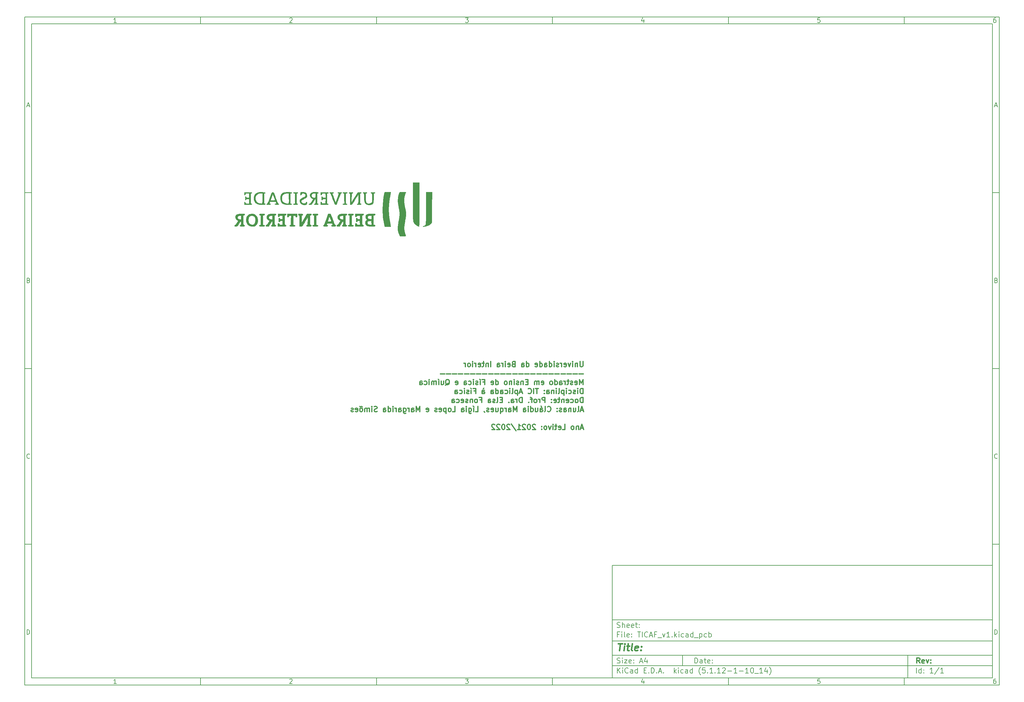
<source format=gbr>
%TF.GenerationSoftware,KiCad,Pcbnew,(5.1.12-1-10_14)*%
%TF.CreationDate,2021-12-30T00:25:25+00:00*%
%TF.ProjectId,TICAF_v1,54494341-465f-4763-912e-6b696361645f,rev?*%
%TF.SameCoordinates,Original*%
%TF.FileFunction,Legend,Bot*%
%TF.FilePolarity,Positive*%
%FSLAX46Y46*%
G04 Gerber Fmt 4.6, Leading zero omitted, Abs format (unit mm)*
G04 Created by KiCad (PCBNEW (5.1.12-1-10_14)) date 2021-12-30 00:25:25*
%MOMM*%
%LPD*%
G01*
G04 APERTURE LIST*
%ADD10C,0.100000*%
%ADD11C,0.150000*%
%ADD12C,0.300000*%
%ADD13C,0.400000*%
%ADD14C,0.010000*%
G04 APERTURE END LIST*
D10*
D11*
X177002200Y-166007200D02*
X177002200Y-198007200D01*
X285002200Y-198007200D01*
X285002200Y-166007200D01*
X177002200Y-166007200D01*
D10*
D11*
X10000000Y-10000000D02*
X10000000Y-200007200D01*
X287002200Y-200007200D01*
X287002200Y-10000000D01*
X10000000Y-10000000D01*
D10*
D11*
X12000000Y-12000000D02*
X12000000Y-198007200D01*
X285002200Y-198007200D01*
X285002200Y-12000000D01*
X12000000Y-12000000D01*
D10*
D11*
X60000000Y-12000000D02*
X60000000Y-10000000D01*
D10*
D11*
X110000000Y-12000000D02*
X110000000Y-10000000D01*
D10*
D11*
X160000000Y-12000000D02*
X160000000Y-10000000D01*
D10*
D11*
X210000000Y-12000000D02*
X210000000Y-10000000D01*
D10*
D11*
X260000000Y-12000000D02*
X260000000Y-10000000D01*
D10*
D11*
X36065476Y-11588095D02*
X35322619Y-11588095D01*
X35694047Y-11588095D02*
X35694047Y-10288095D01*
X35570238Y-10473809D01*
X35446428Y-10597619D01*
X35322619Y-10659523D01*
D10*
D11*
X85322619Y-10411904D02*
X85384523Y-10350000D01*
X85508333Y-10288095D01*
X85817857Y-10288095D01*
X85941666Y-10350000D01*
X86003571Y-10411904D01*
X86065476Y-10535714D01*
X86065476Y-10659523D01*
X86003571Y-10845238D01*
X85260714Y-11588095D01*
X86065476Y-11588095D01*
D10*
D11*
X135260714Y-10288095D02*
X136065476Y-10288095D01*
X135632142Y-10783333D01*
X135817857Y-10783333D01*
X135941666Y-10845238D01*
X136003571Y-10907142D01*
X136065476Y-11030952D01*
X136065476Y-11340476D01*
X136003571Y-11464285D01*
X135941666Y-11526190D01*
X135817857Y-11588095D01*
X135446428Y-11588095D01*
X135322619Y-11526190D01*
X135260714Y-11464285D01*
D10*
D11*
X185941666Y-10721428D02*
X185941666Y-11588095D01*
X185632142Y-10226190D02*
X185322619Y-11154761D01*
X186127380Y-11154761D01*
D10*
D11*
X236003571Y-10288095D02*
X235384523Y-10288095D01*
X235322619Y-10907142D01*
X235384523Y-10845238D01*
X235508333Y-10783333D01*
X235817857Y-10783333D01*
X235941666Y-10845238D01*
X236003571Y-10907142D01*
X236065476Y-11030952D01*
X236065476Y-11340476D01*
X236003571Y-11464285D01*
X235941666Y-11526190D01*
X235817857Y-11588095D01*
X235508333Y-11588095D01*
X235384523Y-11526190D01*
X235322619Y-11464285D01*
D10*
D11*
X285941666Y-10288095D02*
X285694047Y-10288095D01*
X285570238Y-10350000D01*
X285508333Y-10411904D01*
X285384523Y-10597619D01*
X285322619Y-10845238D01*
X285322619Y-11340476D01*
X285384523Y-11464285D01*
X285446428Y-11526190D01*
X285570238Y-11588095D01*
X285817857Y-11588095D01*
X285941666Y-11526190D01*
X286003571Y-11464285D01*
X286065476Y-11340476D01*
X286065476Y-11030952D01*
X286003571Y-10907142D01*
X285941666Y-10845238D01*
X285817857Y-10783333D01*
X285570238Y-10783333D01*
X285446428Y-10845238D01*
X285384523Y-10907142D01*
X285322619Y-11030952D01*
D10*
D11*
X60000000Y-198007200D02*
X60000000Y-200007200D01*
D10*
D11*
X110000000Y-198007200D02*
X110000000Y-200007200D01*
D10*
D11*
X160000000Y-198007200D02*
X160000000Y-200007200D01*
D10*
D11*
X210000000Y-198007200D02*
X210000000Y-200007200D01*
D10*
D11*
X260000000Y-198007200D02*
X260000000Y-200007200D01*
D10*
D11*
X36065476Y-199595295D02*
X35322619Y-199595295D01*
X35694047Y-199595295D02*
X35694047Y-198295295D01*
X35570238Y-198481009D01*
X35446428Y-198604819D01*
X35322619Y-198666723D01*
D10*
D11*
X85322619Y-198419104D02*
X85384523Y-198357200D01*
X85508333Y-198295295D01*
X85817857Y-198295295D01*
X85941666Y-198357200D01*
X86003571Y-198419104D01*
X86065476Y-198542914D01*
X86065476Y-198666723D01*
X86003571Y-198852438D01*
X85260714Y-199595295D01*
X86065476Y-199595295D01*
D10*
D11*
X135260714Y-198295295D02*
X136065476Y-198295295D01*
X135632142Y-198790533D01*
X135817857Y-198790533D01*
X135941666Y-198852438D01*
X136003571Y-198914342D01*
X136065476Y-199038152D01*
X136065476Y-199347676D01*
X136003571Y-199471485D01*
X135941666Y-199533390D01*
X135817857Y-199595295D01*
X135446428Y-199595295D01*
X135322619Y-199533390D01*
X135260714Y-199471485D01*
D10*
D11*
X185941666Y-198728628D02*
X185941666Y-199595295D01*
X185632142Y-198233390D02*
X185322619Y-199161961D01*
X186127380Y-199161961D01*
D10*
D11*
X236003571Y-198295295D02*
X235384523Y-198295295D01*
X235322619Y-198914342D01*
X235384523Y-198852438D01*
X235508333Y-198790533D01*
X235817857Y-198790533D01*
X235941666Y-198852438D01*
X236003571Y-198914342D01*
X236065476Y-199038152D01*
X236065476Y-199347676D01*
X236003571Y-199471485D01*
X235941666Y-199533390D01*
X235817857Y-199595295D01*
X235508333Y-199595295D01*
X235384523Y-199533390D01*
X235322619Y-199471485D01*
D10*
D11*
X285941666Y-198295295D02*
X285694047Y-198295295D01*
X285570238Y-198357200D01*
X285508333Y-198419104D01*
X285384523Y-198604819D01*
X285322619Y-198852438D01*
X285322619Y-199347676D01*
X285384523Y-199471485D01*
X285446428Y-199533390D01*
X285570238Y-199595295D01*
X285817857Y-199595295D01*
X285941666Y-199533390D01*
X286003571Y-199471485D01*
X286065476Y-199347676D01*
X286065476Y-199038152D01*
X286003571Y-198914342D01*
X285941666Y-198852438D01*
X285817857Y-198790533D01*
X285570238Y-198790533D01*
X285446428Y-198852438D01*
X285384523Y-198914342D01*
X285322619Y-199038152D01*
D10*
D11*
X10000000Y-60000000D02*
X12000000Y-60000000D01*
D10*
D11*
X10000000Y-110000000D02*
X12000000Y-110000000D01*
D10*
D11*
X10000000Y-160000000D02*
X12000000Y-160000000D01*
D10*
D11*
X10690476Y-35216666D02*
X11309523Y-35216666D01*
X10566666Y-35588095D02*
X11000000Y-34288095D01*
X11433333Y-35588095D01*
D10*
D11*
X11092857Y-84907142D02*
X11278571Y-84969047D01*
X11340476Y-85030952D01*
X11402380Y-85154761D01*
X11402380Y-85340476D01*
X11340476Y-85464285D01*
X11278571Y-85526190D01*
X11154761Y-85588095D01*
X10659523Y-85588095D01*
X10659523Y-84288095D01*
X11092857Y-84288095D01*
X11216666Y-84350000D01*
X11278571Y-84411904D01*
X11340476Y-84535714D01*
X11340476Y-84659523D01*
X11278571Y-84783333D01*
X11216666Y-84845238D01*
X11092857Y-84907142D01*
X10659523Y-84907142D01*
D10*
D11*
X11402380Y-135464285D02*
X11340476Y-135526190D01*
X11154761Y-135588095D01*
X11030952Y-135588095D01*
X10845238Y-135526190D01*
X10721428Y-135402380D01*
X10659523Y-135278571D01*
X10597619Y-135030952D01*
X10597619Y-134845238D01*
X10659523Y-134597619D01*
X10721428Y-134473809D01*
X10845238Y-134350000D01*
X11030952Y-134288095D01*
X11154761Y-134288095D01*
X11340476Y-134350000D01*
X11402380Y-134411904D01*
D10*
D11*
X10659523Y-185588095D02*
X10659523Y-184288095D01*
X10969047Y-184288095D01*
X11154761Y-184350000D01*
X11278571Y-184473809D01*
X11340476Y-184597619D01*
X11402380Y-184845238D01*
X11402380Y-185030952D01*
X11340476Y-185278571D01*
X11278571Y-185402380D01*
X11154761Y-185526190D01*
X10969047Y-185588095D01*
X10659523Y-185588095D01*
D10*
D11*
X287002200Y-60000000D02*
X285002200Y-60000000D01*
D10*
D11*
X287002200Y-110000000D02*
X285002200Y-110000000D01*
D10*
D11*
X287002200Y-160000000D02*
X285002200Y-160000000D01*
D10*
D11*
X285692676Y-35216666D02*
X286311723Y-35216666D01*
X285568866Y-35588095D02*
X286002200Y-34288095D01*
X286435533Y-35588095D01*
D10*
D11*
X286095057Y-84907142D02*
X286280771Y-84969047D01*
X286342676Y-85030952D01*
X286404580Y-85154761D01*
X286404580Y-85340476D01*
X286342676Y-85464285D01*
X286280771Y-85526190D01*
X286156961Y-85588095D01*
X285661723Y-85588095D01*
X285661723Y-84288095D01*
X286095057Y-84288095D01*
X286218866Y-84350000D01*
X286280771Y-84411904D01*
X286342676Y-84535714D01*
X286342676Y-84659523D01*
X286280771Y-84783333D01*
X286218866Y-84845238D01*
X286095057Y-84907142D01*
X285661723Y-84907142D01*
D10*
D11*
X286404580Y-135464285D02*
X286342676Y-135526190D01*
X286156961Y-135588095D01*
X286033152Y-135588095D01*
X285847438Y-135526190D01*
X285723628Y-135402380D01*
X285661723Y-135278571D01*
X285599819Y-135030952D01*
X285599819Y-134845238D01*
X285661723Y-134597619D01*
X285723628Y-134473809D01*
X285847438Y-134350000D01*
X286033152Y-134288095D01*
X286156961Y-134288095D01*
X286342676Y-134350000D01*
X286404580Y-134411904D01*
D10*
D11*
X285661723Y-185588095D02*
X285661723Y-184288095D01*
X285971247Y-184288095D01*
X286156961Y-184350000D01*
X286280771Y-184473809D01*
X286342676Y-184597619D01*
X286404580Y-184845238D01*
X286404580Y-185030952D01*
X286342676Y-185278571D01*
X286280771Y-185402380D01*
X286156961Y-185526190D01*
X285971247Y-185588095D01*
X285661723Y-185588095D01*
D10*
D11*
X200434342Y-193785771D02*
X200434342Y-192285771D01*
X200791485Y-192285771D01*
X201005771Y-192357200D01*
X201148628Y-192500057D01*
X201220057Y-192642914D01*
X201291485Y-192928628D01*
X201291485Y-193142914D01*
X201220057Y-193428628D01*
X201148628Y-193571485D01*
X201005771Y-193714342D01*
X200791485Y-193785771D01*
X200434342Y-193785771D01*
X202577200Y-193785771D02*
X202577200Y-193000057D01*
X202505771Y-192857200D01*
X202362914Y-192785771D01*
X202077200Y-192785771D01*
X201934342Y-192857200D01*
X202577200Y-193714342D02*
X202434342Y-193785771D01*
X202077200Y-193785771D01*
X201934342Y-193714342D01*
X201862914Y-193571485D01*
X201862914Y-193428628D01*
X201934342Y-193285771D01*
X202077200Y-193214342D01*
X202434342Y-193214342D01*
X202577200Y-193142914D01*
X203077200Y-192785771D02*
X203648628Y-192785771D01*
X203291485Y-192285771D02*
X203291485Y-193571485D01*
X203362914Y-193714342D01*
X203505771Y-193785771D01*
X203648628Y-193785771D01*
X204720057Y-193714342D02*
X204577200Y-193785771D01*
X204291485Y-193785771D01*
X204148628Y-193714342D01*
X204077200Y-193571485D01*
X204077200Y-193000057D01*
X204148628Y-192857200D01*
X204291485Y-192785771D01*
X204577200Y-192785771D01*
X204720057Y-192857200D01*
X204791485Y-193000057D01*
X204791485Y-193142914D01*
X204077200Y-193285771D01*
X205434342Y-193642914D02*
X205505771Y-193714342D01*
X205434342Y-193785771D01*
X205362914Y-193714342D01*
X205434342Y-193642914D01*
X205434342Y-193785771D01*
X205434342Y-192857200D02*
X205505771Y-192928628D01*
X205434342Y-193000057D01*
X205362914Y-192928628D01*
X205434342Y-192857200D01*
X205434342Y-193000057D01*
D10*
D11*
X177002200Y-194507200D02*
X285002200Y-194507200D01*
D10*
D11*
X178434342Y-196585771D02*
X178434342Y-195085771D01*
X179291485Y-196585771D02*
X178648628Y-195728628D01*
X179291485Y-195085771D02*
X178434342Y-195942914D01*
X179934342Y-196585771D02*
X179934342Y-195585771D01*
X179934342Y-195085771D02*
X179862914Y-195157200D01*
X179934342Y-195228628D01*
X180005771Y-195157200D01*
X179934342Y-195085771D01*
X179934342Y-195228628D01*
X181505771Y-196442914D02*
X181434342Y-196514342D01*
X181220057Y-196585771D01*
X181077200Y-196585771D01*
X180862914Y-196514342D01*
X180720057Y-196371485D01*
X180648628Y-196228628D01*
X180577200Y-195942914D01*
X180577200Y-195728628D01*
X180648628Y-195442914D01*
X180720057Y-195300057D01*
X180862914Y-195157200D01*
X181077200Y-195085771D01*
X181220057Y-195085771D01*
X181434342Y-195157200D01*
X181505771Y-195228628D01*
X182791485Y-196585771D02*
X182791485Y-195800057D01*
X182720057Y-195657200D01*
X182577200Y-195585771D01*
X182291485Y-195585771D01*
X182148628Y-195657200D01*
X182791485Y-196514342D02*
X182648628Y-196585771D01*
X182291485Y-196585771D01*
X182148628Y-196514342D01*
X182077200Y-196371485D01*
X182077200Y-196228628D01*
X182148628Y-196085771D01*
X182291485Y-196014342D01*
X182648628Y-196014342D01*
X182791485Y-195942914D01*
X184148628Y-196585771D02*
X184148628Y-195085771D01*
X184148628Y-196514342D02*
X184005771Y-196585771D01*
X183720057Y-196585771D01*
X183577200Y-196514342D01*
X183505771Y-196442914D01*
X183434342Y-196300057D01*
X183434342Y-195871485D01*
X183505771Y-195728628D01*
X183577200Y-195657200D01*
X183720057Y-195585771D01*
X184005771Y-195585771D01*
X184148628Y-195657200D01*
X186005771Y-195800057D02*
X186505771Y-195800057D01*
X186720057Y-196585771D02*
X186005771Y-196585771D01*
X186005771Y-195085771D01*
X186720057Y-195085771D01*
X187362914Y-196442914D02*
X187434342Y-196514342D01*
X187362914Y-196585771D01*
X187291485Y-196514342D01*
X187362914Y-196442914D01*
X187362914Y-196585771D01*
X188077200Y-196585771D02*
X188077200Y-195085771D01*
X188434342Y-195085771D01*
X188648628Y-195157200D01*
X188791485Y-195300057D01*
X188862914Y-195442914D01*
X188934342Y-195728628D01*
X188934342Y-195942914D01*
X188862914Y-196228628D01*
X188791485Y-196371485D01*
X188648628Y-196514342D01*
X188434342Y-196585771D01*
X188077200Y-196585771D01*
X189577200Y-196442914D02*
X189648628Y-196514342D01*
X189577200Y-196585771D01*
X189505771Y-196514342D01*
X189577200Y-196442914D01*
X189577200Y-196585771D01*
X190220057Y-196157200D02*
X190934342Y-196157200D01*
X190077200Y-196585771D02*
X190577200Y-195085771D01*
X191077200Y-196585771D01*
X191577200Y-196442914D02*
X191648628Y-196514342D01*
X191577200Y-196585771D01*
X191505771Y-196514342D01*
X191577200Y-196442914D01*
X191577200Y-196585771D01*
X194577200Y-196585771D02*
X194577200Y-195085771D01*
X194720057Y-196014342D02*
X195148628Y-196585771D01*
X195148628Y-195585771D02*
X194577200Y-196157200D01*
X195791485Y-196585771D02*
X195791485Y-195585771D01*
X195791485Y-195085771D02*
X195720057Y-195157200D01*
X195791485Y-195228628D01*
X195862914Y-195157200D01*
X195791485Y-195085771D01*
X195791485Y-195228628D01*
X197148628Y-196514342D02*
X197005771Y-196585771D01*
X196720057Y-196585771D01*
X196577200Y-196514342D01*
X196505771Y-196442914D01*
X196434342Y-196300057D01*
X196434342Y-195871485D01*
X196505771Y-195728628D01*
X196577200Y-195657200D01*
X196720057Y-195585771D01*
X197005771Y-195585771D01*
X197148628Y-195657200D01*
X198434342Y-196585771D02*
X198434342Y-195800057D01*
X198362914Y-195657200D01*
X198220057Y-195585771D01*
X197934342Y-195585771D01*
X197791485Y-195657200D01*
X198434342Y-196514342D02*
X198291485Y-196585771D01*
X197934342Y-196585771D01*
X197791485Y-196514342D01*
X197720057Y-196371485D01*
X197720057Y-196228628D01*
X197791485Y-196085771D01*
X197934342Y-196014342D01*
X198291485Y-196014342D01*
X198434342Y-195942914D01*
X199791485Y-196585771D02*
X199791485Y-195085771D01*
X199791485Y-196514342D02*
X199648628Y-196585771D01*
X199362914Y-196585771D01*
X199220057Y-196514342D01*
X199148628Y-196442914D01*
X199077200Y-196300057D01*
X199077200Y-195871485D01*
X199148628Y-195728628D01*
X199220057Y-195657200D01*
X199362914Y-195585771D01*
X199648628Y-195585771D01*
X199791485Y-195657200D01*
X202077200Y-197157200D02*
X202005771Y-197085771D01*
X201862914Y-196871485D01*
X201791485Y-196728628D01*
X201720057Y-196514342D01*
X201648628Y-196157200D01*
X201648628Y-195871485D01*
X201720057Y-195514342D01*
X201791485Y-195300057D01*
X201862914Y-195157200D01*
X202005771Y-194942914D01*
X202077200Y-194871485D01*
X203362914Y-195085771D02*
X202648628Y-195085771D01*
X202577200Y-195800057D01*
X202648628Y-195728628D01*
X202791485Y-195657200D01*
X203148628Y-195657200D01*
X203291485Y-195728628D01*
X203362914Y-195800057D01*
X203434342Y-195942914D01*
X203434342Y-196300057D01*
X203362914Y-196442914D01*
X203291485Y-196514342D01*
X203148628Y-196585771D01*
X202791485Y-196585771D01*
X202648628Y-196514342D01*
X202577200Y-196442914D01*
X204077200Y-196442914D02*
X204148628Y-196514342D01*
X204077200Y-196585771D01*
X204005771Y-196514342D01*
X204077200Y-196442914D01*
X204077200Y-196585771D01*
X205577200Y-196585771D02*
X204720057Y-196585771D01*
X205148628Y-196585771D02*
X205148628Y-195085771D01*
X205005771Y-195300057D01*
X204862914Y-195442914D01*
X204720057Y-195514342D01*
X206220057Y-196442914D02*
X206291485Y-196514342D01*
X206220057Y-196585771D01*
X206148628Y-196514342D01*
X206220057Y-196442914D01*
X206220057Y-196585771D01*
X207720057Y-196585771D02*
X206862914Y-196585771D01*
X207291485Y-196585771D02*
X207291485Y-195085771D01*
X207148628Y-195300057D01*
X207005771Y-195442914D01*
X206862914Y-195514342D01*
X208291485Y-195228628D02*
X208362914Y-195157200D01*
X208505771Y-195085771D01*
X208862914Y-195085771D01*
X209005771Y-195157200D01*
X209077200Y-195228628D01*
X209148628Y-195371485D01*
X209148628Y-195514342D01*
X209077200Y-195728628D01*
X208220057Y-196585771D01*
X209148628Y-196585771D01*
X209791485Y-196014342D02*
X210934342Y-196014342D01*
X212434342Y-196585771D02*
X211577200Y-196585771D01*
X212005771Y-196585771D02*
X212005771Y-195085771D01*
X211862914Y-195300057D01*
X211720057Y-195442914D01*
X211577200Y-195514342D01*
X213077200Y-196014342D02*
X214220057Y-196014342D01*
X215720057Y-196585771D02*
X214862914Y-196585771D01*
X215291485Y-196585771D02*
X215291485Y-195085771D01*
X215148628Y-195300057D01*
X215005771Y-195442914D01*
X214862914Y-195514342D01*
X216648628Y-195085771D02*
X216791485Y-195085771D01*
X216934342Y-195157200D01*
X217005771Y-195228628D01*
X217077200Y-195371485D01*
X217148628Y-195657200D01*
X217148628Y-196014342D01*
X217077200Y-196300057D01*
X217005771Y-196442914D01*
X216934342Y-196514342D01*
X216791485Y-196585771D01*
X216648628Y-196585771D01*
X216505771Y-196514342D01*
X216434342Y-196442914D01*
X216362914Y-196300057D01*
X216291485Y-196014342D01*
X216291485Y-195657200D01*
X216362914Y-195371485D01*
X216434342Y-195228628D01*
X216505771Y-195157200D01*
X216648628Y-195085771D01*
X217434342Y-196728628D02*
X218577200Y-196728628D01*
X219720057Y-196585771D02*
X218862914Y-196585771D01*
X219291485Y-196585771D02*
X219291485Y-195085771D01*
X219148628Y-195300057D01*
X219005771Y-195442914D01*
X218862914Y-195514342D01*
X221005771Y-195585771D02*
X221005771Y-196585771D01*
X220648628Y-195014342D02*
X220291485Y-196085771D01*
X221220057Y-196085771D01*
X221648628Y-197157200D02*
X221720057Y-197085771D01*
X221862914Y-196871485D01*
X221934342Y-196728628D01*
X222005771Y-196514342D01*
X222077200Y-196157200D01*
X222077200Y-195871485D01*
X222005771Y-195514342D01*
X221934342Y-195300057D01*
X221862914Y-195157200D01*
X221720057Y-194942914D01*
X221648628Y-194871485D01*
D10*
D11*
X177002200Y-191507200D02*
X285002200Y-191507200D01*
D10*
D12*
X264411485Y-193785771D02*
X263911485Y-193071485D01*
X263554342Y-193785771D02*
X263554342Y-192285771D01*
X264125771Y-192285771D01*
X264268628Y-192357200D01*
X264340057Y-192428628D01*
X264411485Y-192571485D01*
X264411485Y-192785771D01*
X264340057Y-192928628D01*
X264268628Y-193000057D01*
X264125771Y-193071485D01*
X263554342Y-193071485D01*
X265625771Y-193714342D02*
X265482914Y-193785771D01*
X265197200Y-193785771D01*
X265054342Y-193714342D01*
X264982914Y-193571485D01*
X264982914Y-193000057D01*
X265054342Y-192857200D01*
X265197200Y-192785771D01*
X265482914Y-192785771D01*
X265625771Y-192857200D01*
X265697200Y-193000057D01*
X265697200Y-193142914D01*
X264982914Y-193285771D01*
X266197200Y-192785771D02*
X266554342Y-193785771D01*
X266911485Y-192785771D01*
X267482914Y-193642914D02*
X267554342Y-193714342D01*
X267482914Y-193785771D01*
X267411485Y-193714342D01*
X267482914Y-193642914D01*
X267482914Y-193785771D01*
X267482914Y-192857200D02*
X267554342Y-192928628D01*
X267482914Y-193000057D01*
X267411485Y-192928628D01*
X267482914Y-192857200D01*
X267482914Y-193000057D01*
D10*
D11*
X178362914Y-193714342D02*
X178577200Y-193785771D01*
X178934342Y-193785771D01*
X179077200Y-193714342D01*
X179148628Y-193642914D01*
X179220057Y-193500057D01*
X179220057Y-193357200D01*
X179148628Y-193214342D01*
X179077200Y-193142914D01*
X178934342Y-193071485D01*
X178648628Y-193000057D01*
X178505771Y-192928628D01*
X178434342Y-192857200D01*
X178362914Y-192714342D01*
X178362914Y-192571485D01*
X178434342Y-192428628D01*
X178505771Y-192357200D01*
X178648628Y-192285771D01*
X179005771Y-192285771D01*
X179220057Y-192357200D01*
X179862914Y-193785771D02*
X179862914Y-192785771D01*
X179862914Y-192285771D02*
X179791485Y-192357200D01*
X179862914Y-192428628D01*
X179934342Y-192357200D01*
X179862914Y-192285771D01*
X179862914Y-192428628D01*
X180434342Y-192785771D02*
X181220057Y-192785771D01*
X180434342Y-193785771D01*
X181220057Y-193785771D01*
X182362914Y-193714342D02*
X182220057Y-193785771D01*
X181934342Y-193785771D01*
X181791485Y-193714342D01*
X181720057Y-193571485D01*
X181720057Y-193000057D01*
X181791485Y-192857200D01*
X181934342Y-192785771D01*
X182220057Y-192785771D01*
X182362914Y-192857200D01*
X182434342Y-193000057D01*
X182434342Y-193142914D01*
X181720057Y-193285771D01*
X183077200Y-193642914D02*
X183148628Y-193714342D01*
X183077200Y-193785771D01*
X183005771Y-193714342D01*
X183077200Y-193642914D01*
X183077200Y-193785771D01*
X183077200Y-192857200D02*
X183148628Y-192928628D01*
X183077200Y-193000057D01*
X183005771Y-192928628D01*
X183077200Y-192857200D01*
X183077200Y-193000057D01*
X184862914Y-193357200D02*
X185577200Y-193357200D01*
X184720057Y-193785771D02*
X185220057Y-192285771D01*
X185720057Y-193785771D01*
X186862914Y-192785771D02*
X186862914Y-193785771D01*
X186505771Y-192214342D02*
X186148628Y-193285771D01*
X187077200Y-193285771D01*
D10*
D11*
X263434342Y-196585771D02*
X263434342Y-195085771D01*
X264791485Y-196585771D02*
X264791485Y-195085771D01*
X264791485Y-196514342D02*
X264648628Y-196585771D01*
X264362914Y-196585771D01*
X264220057Y-196514342D01*
X264148628Y-196442914D01*
X264077200Y-196300057D01*
X264077200Y-195871485D01*
X264148628Y-195728628D01*
X264220057Y-195657200D01*
X264362914Y-195585771D01*
X264648628Y-195585771D01*
X264791485Y-195657200D01*
X265505771Y-196442914D02*
X265577200Y-196514342D01*
X265505771Y-196585771D01*
X265434342Y-196514342D01*
X265505771Y-196442914D01*
X265505771Y-196585771D01*
X265505771Y-195657200D02*
X265577200Y-195728628D01*
X265505771Y-195800057D01*
X265434342Y-195728628D01*
X265505771Y-195657200D01*
X265505771Y-195800057D01*
X268148628Y-196585771D02*
X267291485Y-196585771D01*
X267720057Y-196585771D02*
X267720057Y-195085771D01*
X267577200Y-195300057D01*
X267434342Y-195442914D01*
X267291485Y-195514342D01*
X269862914Y-195014342D02*
X268577200Y-196942914D01*
X271148628Y-196585771D02*
X270291485Y-196585771D01*
X270720057Y-196585771D02*
X270720057Y-195085771D01*
X270577200Y-195300057D01*
X270434342Y-195442914D01*
X270291485Y-195514342D01*
D10*
D11*
X177002200Y-187507200D02*
X285002200Y-187507200D01*
D10*
D13*
X178714580Y-188211961D02*
X179857438Y-188211961D01*
X179036009Y-190211961D02*
X179286009Y-188211961D01*
X180274104Y-190211961D02*
X180440771Y-188878628D01*
X180524104Y-188211961D02*
X180416961Y-188307200D01*
X180500295Y-188402438D01*
X180607438Y-188307200D01*
X180524104Y-188211961D01*
X180500295Y-188402438D01*
X181107438Y-188878628D02*
X181869342Y-188878628D01*
X181476485Y-188211961D02*
X181262200Y-189926247D01*
X181333628Y-190116723D01*
X181512200Y-190211961D01*
X181702676Y-190211961D01*
X182655057Y-190211961D02*
X182476485Y-190116723D01*
X182405057Y-189926247D01*
X182619342Y-188211961D01*
X184190771Y-190116723D02*
X183988390Y-190211961D01*
X183607438Y-190211961D01*
X183428866Y-190116723D01*
X183357438Y-189926247D01*
X183452676Y-189164342D01*
X183571723Y-188973866D01*
X183774104Y-188878628D01*
X184155057Y-188878628D01*
X184333628Y-188973866D01*
X184405057Y-189164342D01*
X184381247Y-189354819D01*
X183405057Y-189545295D01*
X185155057Y-190021485D02*
X185238390Y-190116723D01*
X185131247Y-190211961D01*
X185047914Y-190116723D01*
X185155057Y-190021485D01*
X185131247Y-190211961D01*
X185286009Y-188973866D02*
X185369342Y-189069104D01*
X185262200Y-189164342D01*
X185178866Y-189069104D01*
X185286009Y-188973866D01*
X185262200Y-189164342D01*
D10*
D11*
X178934342Y-185600057D02*
X178434342Y-185600057D01*
X178434342Y-186385771D02*
X178434342Y-184885771D01*
X179148628Y-184885771D01*
X179720057Y-186385771D02*
X179720057Y-185385771D01*
X179720057Y-184885771D02*
X179648628Y-184957200D01*
X179720057Y-185028628D01*
X179791485Y-184957200D01*
X179720057Y-184885771D01*
X179720057Y-185028628D01*
X180648628Y-186385771D02*
X180505771Y-186314342D01*
X180434342Y-186171485D01*
X180434342Y-184885771D01*
X181791485Y-186314342D02*
X181648628Y-186385771D01*
X181362914Y-186385771D01*
X181220057Y-186314342D01*
X181148628Y-186171485D01*
X181148628Y-185600057D01*
X181220057Y-185457200D01*
X181362914Y-185385771D01*
X181648628Y-185385771D01*
X181791485Y-185457200D01*
X181862914Y-185600057D01*
X181862914Y-185742914D01*
X181148628Y-185885771D01*
X182505771Y-186242914D02*
X182577200Y-186314342D01*
X182505771Y-186385771D01*
X182434342Y-186314342D01*
X182505771Y-186242914D01*
X182505771Y-186385771D01*
X182505771Y-185457200D02*
X182577200Y-185528628D01*
X182505771Y-185600057D01*
X182434342Y-185528628D01*
X182505771Y-185457200D01*
X182505771Y-185600057D01*
X184148628Y-184885771D02*
X185005771Y-184885771D01*
X184577200Y-186385771D02*
X184577200Y-184885771D01*
X185505771Y-186385771D02*
X185505771Y-184885771D01*
X187077200Y-186242914D02*
X187005771Y-186314342D01*
X186791485Y-186385771D01*
X186648628Y-186385771D01*
X186434342Y-186314342D01*
X186291485Y-186171485D01*
X186220057Y-186028628D01*
X186148628Y-185742914D01*
X186148628Y-185528628D01*
X186220057Y-185242914D01*
X186291485Y-185100057D01*
X186434342Y-184957200D01*
X186648628Y-184885771D01*
X186791485Y-184885771D01*
X187005771Y-184957200D01*
X187077200Y-185028628D01*
X187648628Y-185957200D02*
X188362914Y-185957200D01*
X187505771Y-186385771D02*
X188005771Y-184885771D01*
X188505771Y-186385771D01*
X189505771Y-185600057D02*
X189005771Y-185600057D01*
X189005771Y-186385771D02*
X189005771Y-184885771D01*
X189720057Y-184885771D01*
X189934342Y-186528628D02*
X191077200Y-186528628D01*
X191291485Y-185385771D02*
X191648628Y-186385771D01*
X192005771Y-185385771D01*
X193362914Y-186385771D02*
X192505771Y-186385771D01*
X192934342Y-186385771D02*
X192934342Y-184885771D01*
X192791485Y-185100057D01*
X192648628Y-185242914D01*
X192505771Y-185314342D01*
X194005771Y-186242914D02*
X194077200Y-186314342D01*
X194005771Y-186385771D01*
X193934342Y-186314342D01*
X194005771Y-186242914D01*
X194005771Y-186385771D01*
X194720057Y-186385771D02*
X194720057Y-184885771D01*
X194862914Y-185814342D02*
X195291485Y-186385771D01*
X195291485Y-185385771D02*
X194720057Y-185957200D01*
X195934342Y-186385771D02*
X195934342Y-185385771D01*
X195934342Y-184885771D02*
X195862914Y-184957200D01*
X195934342Y-185028628D01*
X196005771Y-184957200D01*
X195934342Y-184885771D01*
X195934342Y-185028628D01*
X197291485Y-186314342D02*
X197148628Y-186385771D01*
X196862914Y-186385771D01*
X196720057Y-186314342D01*
X196648628Y-186242914D01*
X196577200Y-186100057D01*
X196577200Y-185671485D01*
X196648628Y-185528628D01*
X196720057Y-185457200D01*
X196862914Y-185385771D01*
X197148628Y-185385771D01*
X197291485Y-185457200D01*
X198577200Y-186385771D02*
X198577200Y-185600057D01*
X198505771Y-185457200D01*
X198362914Y-185385771D01*
X198077200Y-185385771D01*
X197934342Y-185457200D01*
X198577200Y-186314342D02*
X198434342Y-186385771D01*
X198077200Y-186385771D01*
X197934342Y-186314342D01*
X197862914Y-186171485D01*
X197862914Y-186028628D01*
X197934342Y-185885771D01*
X198077200Y-185814342D01*
X198434342Y-185814342D01*
X198577200Y-185742914D01*
X199934342Y-186385771D02*
X199934342Y-184885771D01*
X199934342Y-186314342D02*
X199791485Y-186385771D01*
X199505771Y-186385771D01*
X199362914Y-186314342D01*
X199291485Y-186242914D01*
X199220057Y-186100057D01*
X199220057Y-185671485D01*
X199291485Y-185528628D01*
X199362914Y-185457200D01*
X199505771Y-185385771D01*
X199791485Y-185385771D01*
X199934342Y-185457200D01*
X200291485Y-186528628D02*
X201434342Y-186528628D01*
X201791485Y-185385771D02*
X201791485Y-186885771D01*
X201791485Y-185457200D02*
X201934342Y-185385771D01*
X202220057Y-185385771D01*
X202362914Y-185457200D01*
X202434342Y-185528628D01*
X202505771Y-185671485D01*
X202505771Y-186100057D01*
X202434342Y-186242914D01*
X202362914Y-186314342D01*
X202220057Y-186385771D01*
X201934342Y-186385771D01*
X201791485Y-186314342D01*
X203791485Y-186314342D02*
X203648628Y-186385771D01*
X203362914Y-186385771D01*
X203220057Y-186314342D01*
X203148628Y-186242914D01*
X203077200Y-186100057D01*
X203077200Y-185671485D01*
X203148628Y-185528628D01*
X203220057Y-185457200D01*
X203362914Y-185385771D01*
X203648628Y-185385771D01*
X203791485Y-185457200D01*
X204434342Y-186385771D02*
X204434342Y-184885771D01*
X204434342Y-185457200D02*
X204577200Y-185385771D01*
X204862914Y-185385771D01*
X205005771Y-185457200D01*
X205077200Y-185528628D01*
X205148628Y-185671485D01*
X205148628Y-186100057D01*
X205077200Y-186242914D01*
X205005771Y-186314342D01*
X204862914Y-186385771D01*
X204577200Y-186385771D01*
X204434342Y-186314342D01*
D10*
D11*
X177002200Y-181507200D02*
X285002200Y-181507200D01*
D10*
D11*
X178362914Y-183614342D02*
X178577200Y-183685771D01*
X178934342Y-183685771D01*
X179077200Y-183614342D01*
X179148628Y-183542914D01*
X179220057Y-183400057D01*
X179220057Y-183257200D01*
X179148628Y-183114342D01*
X179077200Y-183042914D01*
X178934342Y-182971485D01*
X178648628Y-182900057D01*
X178505771Y-182828628D01*
X178434342Y-182757200D01*
X178362914Y-182614342D01*
X178362914Y-182471485D01*
X178434342Y-182328628D01*
X178505771Y-182257200D01*
X178648628Y-182185771D01*
X179005771Y-182185771D01*
X179220057Y-182257200D01*
X179862914Y-183685771D02*
X179862914Y-182185771D01*
X180505771Y-183685771D02*
X180505771Y-182900057D01*
X180434342Y-182757200D01*
X180291485Y-182685771D01*
X180077200Y-182685771D01*
X179934342Y-182757200D01*
X179862914Y-182828628D01*
X181791485Y-183614342D02*
X181648628Y-183685771D01*
X181362914Y-183685771D01*
X181220057Y-183614342D01*
X181148628Y-183471485D01*
X181148628Y-182900057D01*
X181220057Y-182757200D01*
X181362914Y-182685771D01*
X181648628Y-182685771D01*
X181791485Y-182757200D01*
X181862914Y-182900057D01*
X181862914Y-183042914D01*
X181148628Y-183185771D01*
X183077200Y-183614342D02*
X182934342Y-183685771D01*
X182648628Y-183685771D01*
X182505771Y-183614342D01*
X182434342Y-183471485D01*
X182434342Y-182900057D01*
X182505771Y-182757200D01*
X182648628Y-182685771D01*
X182934342Y-182685771D01*
X183077200Y-182757200D01*
X183148628Y-182900057D01*
X183148628Y-183042914D01*
X182434342Y-183185771D01*
X183577200Y-182685771D02*
X184148628Y-182685771D01*
X183791485Y-182185771D02*
X183791485Y-183471485D01*
X183862914Y-183614342D01*
X184005771Y-183685771D01*
X184148628Y-183685771D01*
X184648628Y-183542914D02*
X184720057Y-183614342D01*
X184648628Y-183685771D01*
X184577200Y-183614342D01*
X184648628Y-183542914D01*
X184648628Y-183685771D01*
X184648628Y-182757200D02*
X184720057Y-182828628D01*
X184648628Y-182900057D01*
X184577200Y-182828628D01*
X184648628Y-182757200D01*
X184648628Y-182900057D01*
D10*
D11*
X197002200Y-191507200D02*
X197002200Y-194507200D01*
D10*
D11*
X261002200Y-191507200D02*
X261002200Y-198007200D01*
D12*
X168667857Y-108003571D02*
X168667857Y-109217857D01*
X168596428Y-109360714D01*
X168525000Y-109432142D01*
X168382142Y-109503571D01*
X168096428Y-109503571D01*
X167953571Y-109432142D01*
X167882142Y-109360714D01*
X167810714Y-109217857D01*
X167810714Y-108003571D01*
X167096428Y-108503571D02*
X167096428Y-109503571D01*
X167096428Y-108646428D02*
X167025000Y-108575000D01*
X166882142Y-108503571D01*
X166667857Y-108503571D01*
X166525000Y-108575000D01*
X166453571Y-108717857D01*
X166453571Y-109503571D01*
X165739285Y-109503571D02*
X165739285Y-108503571D01*
X165739285Y-108003571D02*
X165810714Y-108075000D01*
X165739285Y-108146428D01*
X165667857Y-108075000D01*
X165739285Y-108003571D01*
X165739285Y-108146428D01*
X165167857Y-108503571D02*
X164810714Y-109503571D01*
X164453571Y-108503571D01*
X163310714Y-109432142D02*
X163453571Y-109503571D01*
X163739285Y-109503571D01*
X163882142Y-109432142D01*
X163953571Y-109289285D01*
X163953571Y-108717857D01*
X163882142Y-108575000D01*
X163739285Y-108503571D01*
X163453571Y-108503571D01*
X163310714Y-108575000D01*
X163239285Y-108717857D01*
X163239285Y-108860714D01*
X163953571Y-109003571D01*
X162596428Y-109503571D02*
X162596428Y-108503571D01*
X162596428Y-108789285D02*
X162525000Y-108646428D01*
X162453571Y-108575000D01*
X162310714Y-108503571D01*
X162167857Y-108503571D01*
X161739285Y-109432142D02*
X161596428Y-109503571D01*
X161310714Y-109503571D01*
X161167857Y-109432142D01*
X161096428Y-109289285D01*
X161096428Y-109217857D01*
X161167857Y-109075000D01*
X161310714Y-109003571D01*
X161525000Y-109003571D01*
X161667857Y-108932142D01*
X161739285Y-108789285D01*
X161739285Y-108717857D01*
X161667857Y-108575000D01*
X161525000Y-108503571D01*
X161310714Y-108503571D01*
X161167857Y-108575000D01*
X160453571Y-109503571D02*
X160453571Y-108503571D01*
X160453571Y-108003571D02*
X160525000Y-108075000D01*
X160453571Y-108146428D01*
X160382142Y-108075000D01*
X160453571Y-108003571D01*
X160453571Y-108146428D01*
X159096428Y-109503571D02*
X159096428Y-108003571D01*
X159096428Y-109432142D02*
X159239285Y-109503571D01*
X159525000Y-109503571D01*
X159667857Y-109432142D01*
X159739285Y-109360714D01*
X159810714Y-109217857D01*
X159810714Y-108789285D01*
X159739285Y-108646428D01*
X159667857Y-108575000D01*
X159525000Y-108503571D01*
X159239285Y-108503571D01*
X159096428Y-108575000D01*
X157739285Y-109503571D02*
X157739285Y-108717857D01*
X157810714Y-108575000D01*
X157953571Y-108503571D01*
X158239285Y-108503571D01*
X158382142Y-108575000D01*
X157739285Y-109432142D02*
X157882142Y-109503571D01*
X158239285Y-109503571D01*
X158382142Y-109432142D01*
X158453571Y-109289285D01*
X158453571Y-109146428D01*
X158382142Y-109003571D01*
X158239285Y-108932142D01*
X157882142Y-108932142D01*
X157739285Y-108860714D01*
X156382142Y-109503571D02*
X156382142Y-108003571D01*
X156382142Y-109432142D02*
X156525000Y-109503571D01*
X156810714Y-109503571D01*
X156953571Y-109432142D01*
X157025000Y-109360714D01*
X157096428Y-109217857D01*
X157096428Y-108789285D01*
X157025000Y-108646428D01*
X156953571Y-108575000D01*
X156810714Y-108503571D01*
X156525000Y-108503571D01*
X156382142Y-108575000D01*
X155096428Y-109432142D02*
X155239285Y-109503571D01*
X155525000Y-109503571D01*
X155667857Y-109432142D01*
X155739285Y-109289285D01*
X155739285Y-108717857D01*
X155667857Y-108575000D01*
X155525000Y-108503571D01*
X155239285Y-108503571D01*
X155096428Y-108575000D01*
X155025000Y-108717857D01*
X155025000Y-108860714D01*
X155739285Y-109003571D01*
X152596428Y-109503571D02*
X152596428Y-108003571D01*
X152596428Y-109432142D02*
X152739285Y-109503571D01*
X153025000Y-109503571D01*
X153167857Y-109432142D01*
X153239285Y-109360714D01*
X153310714Y-109217857D01*
X153310714Y-108789285D01*
X153239285Y-108646428D01*
X153167857Y-108575000D01*
X153025000Y-108503571D01*
X152739285Y-108503571D01*
X152596428Y-108575000D01*
X151239285Y-109503571D02*
X151239285Y-108717857D01*
X151310714Y-108575000D01*
X151453571Y-108503571D01*
X151739285Y-108503571D01*
X151882142Y-108575000D01*
X151239285Y-109432142D02*
X151382142Y-109503571D01*
X151739285Y-109503571D01*
X151882142Y-109432142D01*
X151953571Y-109289285D01*
X151953571Y-109146428D01*
X151882142Y-109003571D01*
X151739285Y-108932142D01*
X151382142Y-108932142D01*
X151239285Y-108860714D01*
X148882142Y-108717857D02*
X148667857Y-108789285D01*
X148596428Y-108860714D01*
X148525000Y-109003571D01*
X148525000Y-109217857D01*
X148596428Y-109360714D01*
X148667857Y-109432142D01*
X148810714Y-109503571D01*
X149382142Y-109503571D01*
X149382142Y-108003571D01*
X148882142Y-108003571D01*
X148739285Y-108075000D01*
X148667857Y-108146428D01*
X148596428Y-108289285D01*
X148596428Y-108432142D01*
X148667857Y-108575000D01*
X148739285Y-108646428D01*
X148882142Y-108717857D01*
X149382142Y-108717857D01*
X147310714Y-109432142D02*
X147453571Y-109503571D01*
X147739285Y-109503571D01*
X147882142Y-109432142D01*
X147953571Y-109289285D01*
X147953571Y-108717857D01*
X147882142Y-108575000D01*
X147739285Y-108503571D01*
X147453571Y-108503571D01*
X147310714Y-108575000D01*
X147239285Y-108717857D01*
X147239285Y-108860714D01*
X147953571Y-109003571D01*
X146596428Y-109503571D02*
X146596428Y-108503571D01*
X146596428Y-108003571D02*
X146667857Y-108075000D01*
X146596428Y-108146428D01*
X146525000Y-108075000D01*
X146596428Y-108003571D01*
X146596428Y-108146428D01*
X145882142Y-109503571D02*
X145882142Y-108503571D01*
X145882142Y-108789285D02*
X145810714Y-108646428D01*
X145739285Y-108575000D01*
X145596428Y-108503571D01*
X145453571Y-108503571D01*
X144310714Y-109503571D02*
X144310714Y-108717857D01*
X144382142Y-108575000D01*
X144525000Y-108503571D01*
X144810714Y-108503571D01*
X144953571Y-108575000D01*
X144310714Y-109432142D02*
X144453571Y-109503571D01*
X144810714Y-109503571D01*
X144953571Y-109432142D01*
X145025000Y-109289285D01*
X145025000Y-109146428D01*
X144953571Y-109003571D01*
X144810714Y-108932142D01*
X144453571Y-108932142D01*
X144310714Y-108860714D01*
X142453571Y-109503571D02*
X142453571Y-108003571D01*
X141739285Y-108503571D02*
X141739285Y-109503571D01*
X141739285Y-108646428D02*
X141667857Y-108575000D01*
X141525000Y-108503571D01*
X141310714Y-108503571D01*
X141167857Y-108575000D01*
X141096428Y-108717857D01*
X141096428Y-109503571D01*
X140596428Y-108503571D02*
X140025000Y-108503571D01*
X140382142Y-108003571D02*
X140382142Y-109289285D01*
X140310714Y-109432142D01*
X140167857Y-109503571D01*
X140025000Y-109503571D01*
X138953571Y-109432142D02*
X139096428Y-109503571D01*
X139382142Y-109503571D01*
X139525000Y-109432142D01*
X139596428Y-109289285D01*
X139596428Y-108717857D01*
X139525000Y-108575000D01*
X139382142Y-108503571D01*
X139096428Y-108503571D01*
X138953571Y-108575000D01*
X138882142Y-108717857D01*
X138882142Y-108860714D01*
X139596428Y-109003571D01*
X138239285Y-109503571D02*
X138239285Y-108503571D01*
X138239285Y-108789285D02*
X138167857Y-108646428D01*
X138096428Y-108575000D01*
X137953571Y-108503571D01*
X137810714Y-108503571D01*
X137310714Y-109503571D02*
X137310714Y-108503571D01*
X137310714Y-108003571D02*
X137382142Y-108075000D01*
X137310714Y-108146428D01*
X137239285Y-108075000D01*
X137310714Y-108003571D01*
X137310714Y-108146428D01*
X136382142Y-109503571D02*
X136525000Y-109432142D01*
X136596428Y-109360714D01*
X136667857Y-109217857D01*
X136667857Y-108789285D01*
X136596428Y-108646428D01*
X136525000Y-108575000D01*
X136382142Y-108503571D01*
X136167857Y-108503571D01*
X136025000Y-108575000D01*
X135953571Y-108646428D01*
X135882142Y-108789285D01*
X135882142Y-109217857D01*
X135953571Y-109360714D01*
X136025000Y-109432142D01*
X136167857Y-109503571D01*
X136382142Y-109503571D01*
X135239285Y-109503571D02*
X135239285Y-108503571D01*
X135239285Y-108789285D02*
X135167857Y-108646428D01*
X135096428Y-108575000D01*
X134953571Y-108503571D01*
X134810714Y-108503571D01*
X168810714Y-111553571D02*
X167525000Y-111553571D01*
X167096428Y-111553571D02*
X165810714Y-111553571D01*
X165382142Y-111553571D02*
X164096428Y-111553571D01*
X163667857Y-111553571D02*
X162382142Y-111553571D01*
X161953571Y-111553571D02*
X160667857Y-111553571D01*
X160239285Y-111553571D02*
X158953571Y-111553571D01*
X158525000Y-111553571D02*
X157239285Y-111553571D01*
X156810714Y-111553571D02*
X155525000Y-111553571D01*
X155096428Y-111553571D02*
X153810714Y-111553571D01*
X153382142Y-111553571D02*
X152096428Y-111553571D01*
X151667857Y-111553571D02*
X150382142Y-111553571D01*
X149953571Y-111553571D02*
X148667857Y-111553571D01*
X148239285Y-111553571D02*
X146953571Y-111553571D01*
X146525000Y-111553571D02*
X145239285Y-111553571D01*
X144810714Y-111553571D02*
X143525000Y-111553571D01*
X143096428Y-111553571D02*
X141810714Y-111553571D01*
X141382142Y-111553571D02*
X140096428Y-111553571D01*
X139667857Y-111553571D02*
X138382142Y-111553571D01*
X137953571Y-111553571D02*
X136667857Y-111553571D01*
X136239285Y-111553571D02*
X134953571Y-111553571D01*
X134525000Y-111553571D02*
X133239285Y-111553571D01*
X132810714Y-111553571D02*
X131525000Y-111553571D01*
X131096428Y-111553571D02*
X129810714Y-111553571D01*
X129382142Y-111553571D02*
X128096428Y-111553571D01*
X168667857Y-114603571D02*
X168667857Y-113103571D01*
X168167857Y-114175000D01*
X167667857Y-113103571D01*
X167667857Y-114603571D01*
X166382142Y-114532142D02*
X166525000Y-114603571D01*
X166810714Y-114603571D01*
X166953571Y-114532142D01*
X167025000Y-114389285D01*
X167025000Y-113817857D01*
X166953571Y-113675000D01*
X166810714Y-113603571D01*
X166525000Y-113603571D01*
X166382142Y-113675000D01*
X166310714Y-113817857D01*
X166310714Y-113960714D01*
X167025000Y-114103571D01*
X165739285Y-114532142D02*
X165596428Y-114603571D01*
X165310714Y-114603571D01*
X165167857Y-114532142D01*
X165096428Y-114389285D01*
X165096428Y-114317857D01*
X165167857Y-114175000D01*
X165310714Y-114103571D01*
X165525000Y-114103571D01*
X165667857Y-114032142D01*
X165739285Y-113889285D01*
X165739285Y-113817857D01*
X165667857Y-113675000D01*
X165525000Y-113603571D01*
X165310714Y-113603571D01*
X165167857Y-113675000D01*
X164667857Y-113603571D02*
X164096428Y-113603571D01*
X164453571Y-113103571D02*
X164453571Y-114389285D01*
X164382142Y-114532142D01*
X164239285Y-114603571D01*
X164096428Y-114603571D01*
X163596428Y-114603571D02*
X163596428Y-113603571D01*
X163596428Y-113889285D02*
X163525000Y-113746428D01*
X163453571Y-113675000D01*
X163310714Y-113603571D01*
X163167857Y-113603571D01*
X162025000Y-114603571D02*
X162025000Y-113817857D01*
X162096428Y-113675000D01*
X162239285Y-113603571D01*
X162525000Y-113603571D01*
X162667857Y-113675000D01*
X162025000Y-114532142D02*
X162167857Y-114603571D01*
X162525000Y-114603571D01*
X162667857Y-114532142D01*
X162739285Y-114389285D01*
X162739285Y-114246428D01*
X162667857Y-114103571D01*
X162525000Y-114032142D01*
X162167857Y-114032142D01*
X162025000Y-113960714D01*
X160667857Y-114603571D02*
X160667857Y-113103571D01*
X160667857Y-114532142D02*
X160810714Y-114603571D01*
X161096428Y-114603571D01*
X161239285Y-114532142D01*
X161310714Y-114460714D01*
X161382142Y-114317857D01*
X161382142Y-113889285D01*
X161310714Y-113746428D01*
X161239285Y-113675000D01*
X161096428Y-113603571D01*
X160810714Y-113603571D01*
X160667857Y-113675000D01*
X159739285Y-114603571D02*
X159882142Y-114532142D01*
X159953571Y-114460714D01*
X160025000Y-114317857D01*
X160025000Y-113889285D01*
X159953571Y-113746428D01*
X159882142Y-113675000D01*
X159739285Y-113603571D01*
X159525000Y-113603571D01*
X159382142Y-113675000D01*
X159310714Y-113746428D01*
X159239285Y-113889285D01*
X159239285Y-114317857D01*
X159310714Y-114460714D01*
X159382142Y-114532142D01*
X159525000Y-114603571D01*
X159739285Y-114603571D01*
X156882142Y-114532142D02*
X157025000Y-114603571D01*
X157310714Y-114603571D01*
X157453571Y-114532142D01*
X157525000Y-114389285D01*
X157525000Y-113817857D01*
X157453571Y-113675000D01*
X157310714Y-113603571D01*
X157025000Y-113603571D01*
X156882142Y-113675000D01*
X156810714Y-113817857D01*
X156810714Y-113960714D01*
X157525000Y-114103571D01*
X156167857Y-114603571D02*
X156167857Y-113603571D01*
X156167857Y-113746428D02*
X156096428Y-113675000D01*
X155953571Y-113603571D01*
X155739285Y-113603571D01*
X155596428Y-113675000D01*
X155525000Y-113817857D01*
X155525000Y-114603571D01*
X155525000Y-113817857D02*
X155453571Y-113675000D01*
X155310714Y-113603571D01*
X155096428Y-113603571D01*
X154953571Y-113675000D01*
X154882142Y-113817857D01*
X154882142Y-114603571D01*
X153025000Y-113817857D02*
X152525000Y-113817857D01*
X152310714Y-114603571D02*
X153025000Y-114603571D01*
X153025000Y-113103571D01*
X152310714Y-113103571D01*
X151667857Y-113603571D02*
X151667857Y-114603571D01*
X151667857Y-113746428D02*
X151596428Y-113675000D01*
X151453571Y-113603571D01*
X151239285Y-113603571D01*
X151096428Y-113675000D01*
X151025000Y-113817857D01*
X151025000Y-114603571D01*
X150382142Y-114532142D02*
X150239285Y-114603571D01*
X149953571Y-114603571D01*
X149810714Y-114532142D01*
X149739285Y-114389285D01*
X149739285Y-114317857D01*
X149810714Y-114175000D01*
X149953571Y-114103571D01*
X150167857Y-114103571D01*
X150310714Y-114032142D01*
X150382142Y-113889285D01*
X150382142Y-113817857D01*
X150310714Y-113675000D01*
X150167857Y-113603571D01*
X149953571Y-113603571D01*
X149810714Y-113675000D01*
X149096428Y-114603571D02*
X149096428Y-113603571D01*
X149096428Y-113103571D02*
X149167857Y-113175000D01*
X149096428Y-113246428D01*
X149025000Y-113175000D01*
X149096428Y-113103571D01*
X149096428Y-113246428D01*
X148382142Y-113603571D02*
X148382142Y-114603571D01*
X148382142Y-113746428D02*
X148310714Y-113675000D01*
X148167857Y-113603571D01*
X147953571Y-113603571D01*
X147810714Y-113675000D01*
X147739285Y-113817857D01*
X147739285Y-114603571D01*
X146810714Y-114603571D02*
X146953571Y-114532142D01*
X147025000Y-114460714D01*
X147096428Y-114317857D01*
X147096428Y-113889285D01*
X147025000Y-113746428D01*
X146953571Y-113675000D01*
X146810714Y-113603571D01*
X146596428Y-113603571D01*
X146453571Y-113675000D01*
X146382142Y-113746428D01*
X146310714Y-113889285D01*
X146310714Y-114317857D01*
X146382142Y-114460714D01*
X146453571Y-114532142D01*
X146596428Y-114603571D01*
X146810714Y-114603571D01*
X143882142Y-114603571D02*
X143882142Y-113103571D01*
X143882142Y-114532142D02*
X144025000Y-114603571D01*
X144310714Y-114603571D01*
X144453571Y-114532142D01*
X144525000Y-114460714D01*
X144596428Y-114317857D01*
X144596428Y-113889285D01*
X144525000Y-113746428D01*
X144453571Y-113675000D01*
X144310714Y-113603571D01*
X144025000Y-113603571D01*
X143882142Y-113675000D01*
X142596428Y-114532142D02*
X142739285Y-114603571D01*
X143025000Y-114603571D01*
X143167857Y-114532142D01*
X143239285Y-114389285D01*
X143239285Y-113817857D01*
X143167857Y-113675000D01*
X143025000Y-113603571D01*
X142739285Y-113603571D01*
X142596428Y-113675000D01*
X142525000Y-113817857D01*
X142525000Y-113960714D01*
X143239285Y-114103571D01*
X140239285Y-113817857D02*
X140739285Y-113817857D01*
X140739285Y-114603571D02*
X140739285Y-113103571D01*
X140025000Y-113103571D01*
X139453571Y-114603571D02*
X139453571Y-113603571D01*
X139310714Y-113032142D02*
X139525000Y-113246428D01*
X138810714Y-114532142D02*
X138667857Y-114603571D01*
X138382142Y-114603571D01*
X138239285Y-114532142D01*
X138167857Y-114389285D01*
X138167857Y-114317857D01*
X138239285Y-114175000D01*
X138382142Y-114103571D01*
X138596428Y-114103571D01*
X138739285Y-114032142D01*
X138810714Y-113889285D01*
X138810714Y-113817857D01*
X138739285Y-113675000D01*
X138596428Y-113603571D01*
X138382142Y-113603571D01*
X138239285Y-113675000D01*
X137525000Y-114603571D02*
X137525000Y-113603571D01*
X137525000Y-113103571D02*
X137596428Y-113175000D01*
X137525000Y-113246428D01*
X137453571Y-113175000D01*
X137525000Y-113103571D01*
X137525000Y-113246428D01*
X136167857Y-114532142D02*
X136310714Y-114603571D01*
X136596428Y-114603571D01*
X136739285Y-114532142D01*
X136810714Y-114460714D01*
X136882142Y-114317857D01*
X136882142Y-113889285D01*
X136810714Y-113746428D01*
X136739285Y-113675000D01*
X136596428Y-113603571D01*
X136310714Y-113603571D01*
X136167857Y-113675000D01*
X134882142Y-114603571D02*
X134882142Y-113817857D01*
X134953571Y-113675000D01*
X135096428Y-113603571D01*
X135382142Y-113603571D01*
X135525000Y-113675000D01*
X134882142Y-114532142D02*
X135025000Y-114603571D01*
X135382142Y-114603571D01*
X135525000Y-114532142D01*
X135596428Y-114389285D01*
X135596428Y-114246428D01*
X135525000Y-114103571D01*
X135382142Y-114032142D01*
X135025000Y-114032142D01*
X134882142Y-113960714D01*
X132453571Y-114532142D02*
X132596428Y-114603571D01*
X132882142Y-114603571D01*
X133025000Y-114532142D01*
X133096428Y-114389285D01*
X133096428Y-113817857D01*
X133025000Y-113675000D01*
X132882142Y-113603571D01*
X132596428Y-113603571D01*
X132453571Y-113675000D01*
X132382142Y-113817857D01*
X132382142Y-113960714D01*
X133096428Y-114103571D01*
X129596428Y-114746428D02*
X129739285Y-114675000D01*
X129882142Y-114532142D01*
X130096428Y-114317857D01*
X130239285Y-114246428D01*
X130382142Y-114246428D01*
X130310714Y-114603571D02*
X130453571Y-114532142D01*
X130596428Y-114389285D01*
X130667857Y-114103571D01*
X130667857Y-113603571D01*
X130596428Y-113317857D01*
X130453571Y-113175000D01*
X130310714Y-113103571D01*
X130025000Y-113103571D01*
X129882142Y-113175000D01*
X129739285Y-113317857D01*
X129667857Y-113603571D01*
X129667857Y-114103571D01*
X129739285Y-114389285D01*
X129882142Y-114532142D01*
X130025000Y-114603571D01*
X130310714Y-114603571D01*
X128382142Y-113603571D02*
X128382142Y-114603571D01*
X129025000Y-113603571D02*
X129025000Y-114389285D01*
X128953571Y-114532142D01*
X128810714Y-114603571D01*
X128596428Y-114603571D01*
X128453571Y-114532142D01*
X128382142Y-114460714D01*
X127667857Y-114603571D02*
X127667857Y-113603571D01*
X127525000Y-113032142D02*
X127739285Y-113246428D01*
X126953571Y-114603571D02*
X126953571Y-113603571D01*
X126953571Y-113746428D02*
X126882142Y-113675000D01*
X126739285Y-113603571D01*
X126525000Y-113603571D01*
X126382142Y-113675000D01*
X126310714Y-113817857D01*
X126310714Y-114603571D01*
X126310714Y-113817857D02*
X126239285Y-113675000D01*
X126096428Y-113603571D01*
X125882142Y-113603571D01*
X125739285Y-113675000D01*
X125667857Y-113817857D01*
X125667857Y-114603571D01*
X124953571Y-114603571D02*
X124953571Y-113603571D01*
X124953571Y-113103571D02*
X125025000Y-113175000D01*
X124953571Y-113246428D01*
X124882142Y-113175000D01*
X124953571Y-113103571D01*
X124953571Y-113246428D01*
X123596428Y-114532142D02*
X123739285Y-114603571D01*
X124025000Y-114603571D01*
X124167857Y-114532142D01*
X124239285Y-114460714D01*
X124310714Y-114317857D01*
X124310714Y-113889285D01*
X124239285Y-113746428D01*
X124167857Y-113675000D01*
X124025000Y-113603571D01*
X123739285Y-113603571D01*
X123596428Y-113675000D01*
X122310714Y-114603571D02*
X122310714Y-113817857D01*
X122382142Y-113675000D01*
X122525000Y-113603571D01*
X122810714Y-113603571D01*
X122953571Y-113675000D01*
X122310714Y-114532142D02*
X122453571Y-114603571D01*
X122810714Y-114603571D01*
X122953571Y-114532142D01*
X123025000Y-114389285D01*
X123025000Y-114246428D01*
X122953571Y-114103571D01*
X122810714Y-114032142D01*
X122453571Y-114032142D01*
X122310714Y-113960714D01*
X168667857Y-117153571D02*
X168667857Y-115653571D01*
X168310714Y-115653571D01*
X168096428Y-115725000D01*
X167953571Y-115867857D01*
X167882142Y-116010714D01*
X167810714Y-116296428D01*
X167810714Y-116510714D01*
X167882142Y-116796428D01*
X167953571Y-116939285D01*
X168096428Y-117082142D01*
X168310714Y-117153571D01*
X168667857Y-117153571D01*
X167167857Y-117153571D02*
X167167857Y-116153571D01*
X167167857Y-115653571D02*
X167239285Y-115725000D01*
X167167857Y-115796428D01*
X167096428Y-115725000D01*
X167167857Y-115653571D01*
X167167857Y-115796428D01*
X166525000Y-117082142D02*
X166382142Y-117153571D01*
X166096428Y-117153571D01*
X165953571Y-117082142D01*
X165882142Y-116939285D01*
X165882142Y-116867857D01*
X165953571Y-116725000D01*
X166096428Y-116653571D01*
X166310714Y-116653571D01*
X166453571Y-116582142D01*
X166525000Y-116439285D01*
X166525000Y-116367857D01*
X166453571Y-116225000D01*
X166310714Y-116153571D01*
X166096428Y-116153571D01*
X165953571Y-116225000D01*
X164596428Y-117082142D02*
X164739285Y-117153571D01*
X165025000Y-117153571D01*
X165167857Y-117082142D01*
X165239285Y-117010714D01*
X165310714Y-116867857D01*
X165310714Y-116439285D01*
X165239285Y-116296428D01*
X165167857Y-116225000D01*
X165025000Y-116153571D01*
X164739285Y-116153571D01*
X164596428Y-116225000D01*
X163953571Y-117153571D02*
X163953571Y-116153571D01*
X163953571Y-115653571D02*
X164025000Y-115725000D01*
X163953571Y-115796428D01*
X163882142Y-115725000D01*
X163953571Y-115653571D01*
X163953571Y-115796428D01*
X163239285Y-116153571D02*
X163239285Y-117653571D01*
X163239285Y-116225000D02*
X163096428Y-116153571D01*
X162810714Y-116153571D01*
X162667857Y-116225000D01*
X162596428Y-116296428D01*
X162525000Y-116439285D01*
X162525000Y-116867857D01*
X162596428Y-117010714D01*
X162667857Y-117082142D01*
X162810714Y-117153571D01*
X163096428Y-117153571D01*
X163239285Y-117082142D01*
X161667857Y-117153571D02*
X161810714Y-117082142D01*
X161882142Y-116939285D01*
X161882142Y-115653571D01*
X161096428Y-117153571D02*
X161096428Y-116153571D01*
X161096428Y-115653571D02*
X161167857Y-115725000D01*
X161096428Y-115796428D01*
X161025000Y-115725000D01*
X161096428Y-115653571D01*
X161096428Y-115796428D01*
X160382142Y-116153571D02*
X160382142Y-117153571D01*
X160382142Y-116296428D02*
X160310714Y-116225000D01*
X160167857Y-116153571D01*
X159953571Y-116153571D01*
X159810714Y-116225000D01*
X159739285Y-116367857D01*
X159739285Y-117153571D01*
X158382142Y-117153571D02*
X158382142Y-116367857D01*
X158453571Y-116225000D01*
X158596428Y-116153571D01*
X158882142Y-116153571D01*
X159025000Y-116225000D01*
X158382142Y-117082142D02*
X158525000Y-117153571D01*
X158882142Y-117153571D01*
X159025000Y-117082142D01*
X159096428Y-116939285D01*
X159096428Y-116796428D01*
X159025000Y-116653571D01*
X158882142Y-116582142D01*
X158525000Y-116582142D01*
X158382142Y-116510714D01*
X157667857Y-117010714D02*
X157596428Y-117082142D01*
X157667857Y-117153571D01*
X157739285Y-117082142D01*
X157667857Y-117010714D01*
X157667857Y-117153571D01*
X157667857Y-116225000D02*
X157596428Y-116296428D01*
X157667857Y-116367857D01*
X157739285Y-116296428D01*
X157667857Y-116225000D01*
X157667857Y-116367857D01*
X156025000Y-115653571D02*
X155167857Y-115653571D01*
X155596428Y-117153571D02*
X155596428Y-115653571D01*
X154667857Y-117153571D02*
X154667857Y-115653571D01*
X153096428Y-117010714D02*
X153167857Y-117082142D01*
X153382142Y-117153571D01*
X153525000Y-117153571D01*
X153739285Y-117082142D01*
X153882142Y-116939285D01*
X153953571Y-116796428D01*
X154025000Y-116510714D01*
X154025000Y-116296428D01*
X153953571Y-116010714D01*
X153882142Y-115867857D01*
X153739285Y-115725000D01*
X153525000Y-115653571D01*
X153382142Y-115653571D01*
X153167857Y-115725000D01*
X153096428Y-115796428D01*
X151382142Y-116725000D02*
X150667857Y-116725000D01*
X151525000Y-117153571D02*
X151025000Y-115653571D01*
X150525000Y-117153571D01*
X150025000Y-116153571D02*
X150025000Y-117653571D01*
X150025000Y-116225000D02*
X149882142Y-116153571D01*
X149596428Y-116153571D01*
X149453571Y-116225000D01*
X149382142Y-116296428D01*
X149310714Y-116439285D01*
X149310714Y-116867857D01*
X149382142Y-117010714D01*
X149453571Y-117082142D01*
X149596428Y-117153571D01*
X149882142Y-117153571D01*
X150025000Y-117082142D01*
X148453571Y-117153571D02*
X148596428Y-117082142D01*
X148667857Y-116939285D01*
X148667857Y-115653571D01*
X147882142Y-117153571D02*
X147882142Y-116153571D01*
X147882142Y-115653571D02*
X147953571Y-115725000D01*
X147882142Y-115796428D01*
X147810714Y-115725000D01*
X147882142Y-115653571D01*
X147882142Y-115796428D01*
X146525000Y-117082142D02*
X146667857Y-117153571D01*
X146953571Y-117153571D01*
X147096428Y-117082142D01*
X147167857Y-117010714D01*
X147239285Y-116867857D01*
X147239285Y-116439285D01*
X147167857Y-116296428D01*
X147096428Y-116225000D01*
X146953571Y-116153571D01*
X146667857Y-116153571D01*
X146525000Y-116225000D01*
X145239285Y-117153571D02*
X145239285Y-116367857D01*
X145310714Y-116225000D01*
X145453571Y-116153571D01*
X145739285Y-116153571D01*
X145882142Y-116225000D01*
X145239285Y-117082142D02*
X145382142Y-117153571D01*
X145739285Y-117153571D01*
X145882142Y-117082142D01*
X145953571Y-116939285D01*
X145953571Y-116796428D01*
X145882142Y-116653571D01*
X145739285Y-116582142D01*
X145382142Y-116582142D01*
X145239285Y-116510714D01*
X143882142Y-117153571D02*
X143882142Y-115653571D01*
X143882142Y-117082142D02*
X144025000Y-117153571D01*
X144310714Y-117153571D01*
X144453571Y-117082142D01*
X144525000Y-117010714D01*
X144596428Y-116867857D01*
X144596428Y-116439285D01*
X144525000Y-116296428D01*
X144453571Y-116225000D01*
X144310714Y-116153571D01*
X144025000Y-116153571D01*
X143882142Y-116225000D01*
X142525000Y-117153571D02*
X142525000Y-116367857D01*
X142596428Y-116225000D01*
X142739285Y-116153571D01*
X143025000Y-116153571D01*
X143167857Y-116225000D01*
X142525000Y-117082142D02*
X142667857Y-117153571D01*
X143025000Y-117153571D01*
X143167857Y-117082142D01*
X143239285Y-116939285D01*
X143239285Y-116796428D01*
X143167857Y-116653571D01*
X143025000Y-116582142D01*
X142667857Y-116582142D01*
X142525000Y-116510714D01*
X140025000Y-117153571D02*
X140025000Y-116367857D01*
X140096428Y-116225000D01*
X140239285Y-116153571D01*
X140525000Y-116153571D01*
X140667857Y-116225000D01*
X140025000Y-117082142D02*
X140167857Y-117153571D01*
X140525000Y-117153571D01*
X140667857Y-117082142D01*
X140739285Y-116939285D01*
X140739285Y-116796428D01*
X140667857Y-116653571D01*
X140525000Y-116582142D01*
X140167857Y-116582142D01*
X140025000Y-116510714D01*
X140525000Y-115582142D02*
X140310714Y-115796428D01*
X137667857Y-116367857D02*
X138167857Y-116367857D01*
X138167857Y-117153571D02*
X138167857Y-115653571D01*
X137453571Y-115653571D01*
X136882142Y-117153571D02*
X136882142Y-116153571D01*
X136739285Y-115582142D02*
X136953571Y-115796428D01*
X136239285Y-117082142D02*
X136096428Y-117153571D01*
X135810714Y-117153571D01*
X135667857Y-117082142D01*
X135596428Y-116939285D01*
X135596428Y-116867857D01*
X135667857Y-116725000D01*
X135810714Y-116653571D01*
X136025000Y-116653571D01*
X136167857Y-116582142D01*
X136239285Y-116439285D01*
X136239285Y-116367857D01*
X136167857Y-116225000D01*
X136025000Y-116153571D01*
X135810714Y-116153571D01*
X135667857Y-116225000D01*
X134953571Y-117153571D02*
X134953571Y-116153571D01*
X134953571Y-115653571D02*
X135025000Y-115725000D01*
X134953571Y-115796428D01*
X134882142Y-115725000D01*
X134953571Y-115653571D01*
X134953571Y-115796428D01*
X133596428Y-117082142D02*
X133739285Y-117153571D01*
X134025000Y-117153571D01*
X134167857Y-117082142D01*
X134239285Y-117010714D01*
X134310714Y-116867857D01*
X134310714Y-116439285D01*
X134239285Y-116296428D01*
X134167857Y-116225000D01*
X134025000Y-116153571D01*
X133739285Y-116153571D01*
X133596428Y-116225000D01*
X132310714Y-117153571D02*
X132310714Y-116367857D01*
X132382142Y-116225000D01*
X132525000Y-116153571D01*
X132810714Y-116153571D01*
X132953571Y-116225000D01*
X132310714Y-117082142D02*
X132453571Y-117153571D01*
X132810714Y-117153571D01*
X132953571Y-117082142D01*
X133025000Y-116939285D01*
X133025000Y-116796428D01*
X132953571Y-116653571D01*
X132810714Y-116582142D01*
X132453571Y-116582142D01*
X132310714Y-116510714D01*
X168667857Y-119703571D02*
X168667857Y-118203571D01*
X168310714Y-118203571D01*
X168096428Y-118275000D01*
X167953571Y-118417857D01*
X167882142Y-118560714D01*
X167810714Y-118846428D01*
X167810714Y-119060714D01*
X167882142Y-119346428D01*
X167953571Y-119489285D01*
X168096428Y-119632142D01*
X168310714Y-119703571D01*
X168667857Y-119703571D01*
X166953571Y-119703571D02*
X167096428Y-119632142D01*
X167167857Y-119560714D01*
X167239285Y-119417857D01*
X167239285Y-118989285D01*
X167167857Y-118846428D01*
X167096428Y-118775000D01*
X166953571Y-118703571D01*
X166739285Y-118703571D01*
X166596428Y-118775000D01*
X166525000Y-118846428D01*
X166453571Y-118989285D01*
X166453571Y-119417857D01*
X166525000Y-119560714D01*
X166596428Y-119632142D01*
X166739285Y-119703571D01*
X166953571Y-119703571D01*
X165167857Y-119632142D02*
X165310714Y-119703571D01*
X165596428Y-119703571D01*
X165739285Y-119632142D01*
X165810714Y-119560714D01*
X165882142Y-119417857D01*
X165882142Y-118989285D01*
X165810714Y-118846428D01*
X165739285Y-118775000D01*
X165596428Y-118703571D01*
X165310714Y-118703571D01*
X165167857Y-118775000D01*
X163953571Y-119632142D02*
X164096428Y-119703571D01*
X164382142Y-119703571D01*
X164525000Y-119632142D01*
X164596428Y-119489285D01*
X164596428Y-118917857D01*
X164525000Y-118775000D01*
X164382142Y-118703571D01*
X164096428Y-118703571D01*
X163953571Y-118775000D01*
X163882142Y-118917857D01*
X163882142Y-119060714D01*
X164596428Y-119203571D01*
X163239285Y-118703571D02*
X163239285Y-119703571D01*
X163239285Y-118846428D02*
X163167857Y-118775000D01*
X163025000Y-118703571D01*
X162810714Y-118703571D01*
X162667857Y-118775000D01*
X162596428Y-118917857D01*
X162596428Y-119703571D01*
X162096428Y-118703571D02*
X161525000Y-118703571D01*
X161882142Y-118203571D02*
X161882142Y-119489285D01*
X161810714Y-119632142D01*
X161667857Y-119703571D01*
X161525000Y-119703571D01*
X160453571Y-119632142D02*
X160596428Y-119703571D01*
X160882142Y-119703571D01*
X161025000Y-119632142D01*
X161096428Y-119489285D01*
X161096428Y-118917857D01*
X161025000Y-118775000D01*
X160882142Y-118703571D01*
X160596428Y-118703571D01*
X160453571Y-118775000D01*
X160382142Y-118917857D01*
X160382142Y-119060714D01*
X161096428Y-119203571D01*
X159739285Y-119560714D02*
X159667857Y-119632142D01*
X159739285Y-119703571D01*
X159810714Y-119632142D01*
X159739285Y-119560714D01*
X159739285Y-119703571D01*
X159739285Y-118775000D02*
X159667857Y-118846428D01*
X159739285Y-118917857D01*
X159810714Y-118846428D01*
X159739285Y-118775000D01*
X159739285Y-118917857D01*
X157882142Y-119703571D02*
X157882142Y-118203571D01*
X157310714Y-118203571D01*
X157167857Y-118275000D01*
X157096428Y-118346428D01*
X157025000Y-118489285D01*
X157025000Y-118703571D01*
X157096428Y-118846428D01*
X157167857Y-118917857D01*
X157310714Y-118989285D01*
X157882142Y-118989285D01*
X156382142Y-119703571D02*
X156382142Y-118703571D01*
X156382142Y-118989285D02*
X156310714Y-118846428D01*
X156239285Y-118775000D01*
X156096428Y-118703571D01*
X155953571Y-118703571D01*
X155239285Y-119703571D02*
X155382142Y-119632142D01*
X155453571Y-119560714D01*
X155525000Y-119417857D01*
X155525000Y-118989285D01*
X155453571Y-118846428D01*
X155382142Y-118775000D01*
X155239285Y-118703571D01*
X155025000Y-118703571D01*
X154882142Y-118775000D01*
X154810714Y-118846428D01*
X154739285Y-118989285D01*
X154739285Y-119417857D01*
X154810714Y-119560714D01*
X154882142Y-119632142D01*
X155025000Y-119703571D01*
X155239285Y-119703571D01*
X154310714Y-118703571D02*
X153739285Y-118703571D01*
X154096428Y-119703571D02*
X154096428Y-118417857D01*
X154025000Y-118275000D01*
X153882142Y-118203571D01*
X153739285Y-118203571D01*
X153239285Y-119560714D02*
X153167857Y-119632142D01*
X153239285Y-119703571D01*
X153310714Y-119632142D01*
X153239285Y-119560714D01*
X153239285Y-119703571D01*
X151382142Y-119703571D02*
X151382142Y-118203571D01*
X151025000Y-118203571D01*
X150810714Y-118275000D01*
X150667857Y-118417857D01*
X150596428Y-118560714D01*
X150525000Y-118846428D01*
X150525000Y-119060714D01*
X150596428Y-119346428D01*
X150667857Y-119489285D01*
X150810714Y-119632142D01*
X151025000Y-119703571D01*
X151382142Y-119703571D01*
X149882142Y-119703571D02*
X149882142Y-118703571D01*
X149882142Y-118989285D02*
X149810714Y-118846428D01*
X149739285Y-118775000D01*
X149596428Y-118703571D01*
X149453571Y-118703571D01*
X148310714Y-119703571D02*
X148310714Y-118917857D01*
X148382142Y-118775000D01*
X148525000Y-118703571D01*
X148810714Y-118703571D01*
X148953571Y-118775000D01*
X148310714Y-119632142D02*
X148453571Y-119703571D01*
X148810714Y-119703571D01*
X148953571Y-119632142D01*
X149025000Y-119489285D01*
X149025000Y-119346428D01*
X148953571Y-119203571D01*
X148810714Y-119132142D01*
X148453571Y-119132142D01*
X148310714Y-119060714D01*
X147596428Y-119560714D02*
X147525000Y-119632142D01*
X147596428Y-119703571D01*
X147667857Y-119632142D01*
X147596428Y-119560714D01*
X147596428Y-119703571D01*
X145739285Y-118917857D02*
X145239285Y-118917857D01*
X145025000Y-119703571D02*
X145739285Y-119703571D01*
X145739285Y-118203571D01*
X145025000Y-118203571D01*
X144167857Y-119703571D02*
X144310714Y-119632142D01*
X144382142Y-119489285D01*
X144382142Y-118203571D01*
X143667857Y-119632142D02*
X143525000Y-119703571D01*
X143239285Y-119703571D01*
X143096428Y-119632142D01*
X143025000Y-119489285D01*
X143025000Y-119417857D01*
X143096428Y-119275000D01*
X143239285Y-119203571D01*
X143453571Y-119203571D01*
X143596428Y-119132142D01*
X143667857Y-118989285D01*
X143667857Y-118917857D01*
X143596428Y-118775000D01*
X143453571Y-118703571D01*
X143239285Y-118703571D01*
X143096428Y-118775000D01*
X141739285Y-119703571D02*
X141739285Y-118917857D01*
X141810714Y-118775000D01*
X141953571Y-118703571D01*
X142239285Y-118703571D01*
X142382142Y-118775000D01*
X141739285Y-119632142D02*
X141882142Y-119703571D01*
X142239285Y-119703571D01*
X142382142Y-119632142D01*
X142453571Y-119489285D01*
X142453571Y-119346428D01*
X142382142Y-119203571D01*
X142239285Y-119132142D01*
X141882142Y-119132142D01*
X141739285Y-119060714D01*
X139382142Y-118917857D02*
X139882142Y-118917857D01*
X139882142Y-119703571D02*
X139882142Y-118203571D01*
X139167857Y-118203571D01*
X138382142Y-119703571D02*
X138525000Y-119632142D01*
X138596428Y-119560714D01*
X138667857Y-119417857D01*
X138667857Y-118989285D01*
X138596428Y-118846428D01*
X138525000Y-118775000D01*
X138382142Y-118703571D01*
X138167857Y-118703571D01*
X138025000Y-118775000D01*
X137953571Y-118846428D01*
X137882142Y-118989285D01*
X137882142Y-119417857D01*
X137953571Y-119560714D01*
X138025000Y-119632142D01*
X138167857Y-119703571D01*
X138382142Y-119703571D01*
X137239285Y-118703571D02*
X137239285Y-119703571D01*
X137239285Y-118846428D02*
X137167857Y-118775000D01*
X137025000Y-118703571D01*
X136810714Y-118703571D01*
X136667857Y-118775000D01*
X136596428Y-118917857D01*
X136596428Y-119703571D01*
X135953571Y-119632142D02*
X135810714Y-119703571D01*
X135525000Y-119703571D01*
X135382142Y-119632142D01*
X135310714Y-119489285D01*
X135310714Y-119417857D01*
X135382142Y-119275000D01*
X135525000Y-119203571D01*
X135739285Y-119203571D01*
X135882142Y-119132142D01*
X135953571Y-118989285D01*
X135953571Y-118917857D01*
X135882142Y-118775000D01*
X135739285Y-118703571D01*
X135525000Y-118703571D01*
X135382142Y-118775000D01*
X134096428Y-119632142D02*
X134239285Y-119703571D01*
X134525000Y-119703571D01*
X134667857Y-119632142D01*
X134739285Y-119489285D01*
X134739285Y-118917857D01*
X134667857Y-118775000D01*
X134525000Y-118703571D01*
X134239285Y-118703571D01*
X134096428Y-118775000D01*
X134025000Y-118917857D01*
X134025000Y-119060714D01*
X134739285Y-119203571D01*
X132739285Y-119632142D02*
X132882142Y-119703571D01*
X133167857Y-119703571D01*
X133310714Y-119632142D01*
X133382142Y-119560714D01*
X133453571Y-119417857D01*
X133453571Y-118989285D01*
X133382142Y-118846428D01*
X133310714Y-118775000D01*
X133167857Y-118703571D01*
X132882142Y-118703571D01*
X132739285Y-118775000D01*
X131453571Y-119703571D02*
X131453571Y-118917857D01*
X131525000Y-118775000D01*
X131667857Y-118703571D01*
X131953571Y-118703571D01*
X132096428Y-118775000D01*
X131453571Y-119632142D02*
X131596428Y-119703571D01*
X131953571Y-119703571D01*
X132096428Y-119632142D01*
X132167857Y-119489285D01*
X132167857Y-119346428D01*
X132096428Y-119203571D01*
X131953571Y-119132142D01*
X131596428Y-119132142D01*
X131453571Y-119060714D01*
X168739285Y-121825000D02*
X168025000Y-121825000D01*
X168882142Y-122253571D02*
X168382142Y-120753571D01*
X167882142Y-122253571D01*
X167167857Y-122253571D02*
X167310714Y-122182142D01*
X167382142Y-122039285D01*
X167382142Y-120753571D01*
X165953571Y-121253571D02*
X165953571Y-122253571D01*
X166596428Y-121253571D02*
X166596428Y-122039285D01*
X166525000Y-122182142D01*
X166382142Y-122253571D01*
X166167857Y-122253571D01*
X166025000Y-122182142D01*
X165953571Y-122110714D01*
X165239285Y-121253571D02*
X165239285Y-122253571D01*
X165239285Y-121396428D02*
X165167857Y-121325000D01*
X165025000Y-121253571D01*
X164810714Y-121253571D01*
X164667857Y-121325000D01*
X164596428Y-121467857D01*
X164596428Y-122253571D01*
X163239285Y-122253571D02*
X163239285Y-121467857D01*
X163310714Y-121325000D01*
X163453571Y-121253571D01*
X163739285Y-121253571D01*
X163882142Y-121325000D01*
X163239285Y-122182142D02*
X163382142Y-122253571D01*
X163739285Y-122253571D01*
X163882142Y-122182142D01*
X163953571Y-122039285D01*
X163953571Y-121896428D01*
X163882142Y-121753571D01*
X163739285Y-121682142D01*
X163382142Y-121682142D01*
X163239285Y-121610714D01*
X162596428Y-122182142D02*
X162453571Y-122253571D01*
X162167857Y-122253571D01*
X162025000Y-122182142D01*
X161953571Y-122039285D01*
X161953571Y-121967857D01*
X162025000Y-121825000D01*
X162167857Y-121753571D01*
X162382142Y-121753571D01*
X162525000Y-121682142D01*
X162596428Y-121539285D01*
X162596428Y-121467857D01*
X162525000Y-121325000D01*
X162382142Y-121253571D01*
X162167857Y-121253571D01*
X162025000Y-121325000D01*
X161310714Y-122110714D02*
X161239285Y-122182142D01*
X161310714Y-122253571D01*
X161382142Y-122182142D01*
X161310714Y-122110714D01*
X161310714Y-122253571D01*
X161310714Y-121325000D02*
X161239285Y-121396428D01*
X161310714Y-121467857D01*
X161382142Y-121396428D01*
X161310714Y-121325000D01*
X161310714Y-121467857D01*
X158596428Y-122110714D02*
X158667857Y-122182142D01*
X158882142Y-122253571D01*
X159025000Y-122253571D01*
X159239285Y-122182142D01*
X159382142Y-122039285D01*
X159453571Y-121896428D01*
X159525000Y-121610714D01*
X159525000Y-121396428D01*
X159453571Y-121110714D01*
X159382142Y-120967857D01*
X159239285Y-120825000D01*
X159025000Y-120753571D01*
X158882142Y-120753571D01*
X158667857Y-120825000D01*
X158596428Y-120896428D01*
X157739285Y-122253571D02*
X157882142Y-122182142D01*
X157953571Y-122039285D01*
X157953571Y-120753571D01*
X156525000Y-122253571D02*
X156525000Y-121467857D01*
X156596428Y-121325000D01*
X156739285Y-121253571D01*
X157025000Y-121253571D01*
X157167857Y-121325000D01*
X156525000Y-122182142D02*
X156667857Y-122253571D01*
X157025000Y-122253571D01*
X157167857Y-122182142D01*
X157239285Y-122039285D01*
X157239285Y-121896428D01*
X157167857Y-121753571D01*
X157025000Y-121682142D01*
X156667857Y-121682142D01*
X156525000Y-121610714D01*
X156739285Y-120682142D02*
X156953571Y-120896428D01*
X155167857Y-121253571D02*
X155167857Y-122253571D01*
X155810714Y-121253571D02*
X155810714Y-122039285D01*
X155739285Y-122182142D01*
X155596428Y-122253571D01*
X155382142Y-122253571D01*
X155239285Y-122182142D01*
X155167857Y-122110714D01*
X153810714Y-122253571D02*
X153810714Y-120753571D01*
X153810714Y-122182142D02*
X153953571Y-122253571D01*
X154239285Y-122253571D01*
X154382142Y-122182142D01*
X154453571Y-122110714D01*
X154525000Y-121967857D01*
X154525000Y-121539285D01*
X154453571Y-121396428D01*
X154382142Y-121325000D01*
X154239285Y-121253571D01*
X153953571Y-121253571D01*
X153810714Y-121325000D01*
X153096428Y-122253571D02*
X153096428Y-121253571D01*
X153096428Y-120753571D02*
X153167857Y-120825000D01*
X153096428Y-120896428D01*
X153025000Y-120825000D01*
X153096428Y-120753571D01*
X153096428Y-120896428D01*
X151739285Y-122253571D02*
X151739285Y-121467857D01*
X151810714Y-121325000D01*
X151953571Y-121253571D01*
X152239285Y-121253571D01*
X152382142Y-121325000D01*
X151739285Y-122182142D02*
X151882142Y-122253571D01*
X152239285Y-122253571D01*
X152382142Y-122182142D01*
X152453571Y-122039285D01*
X152453571Y-121896428D01*
X152382142Y-121753571D01*
X152239285Y-121682142D01*
X151882142Y-121682142D01*
X151739285Y-121610714D01*
X149882142Y-122253571D02*
X149882142Y-120753571D01*
X149382142Y-121825000D01*
X148882142Y-120753571D01*
X148882142Y-122253571D01*
X147525000Y-122253571D02*
X147525000Y-121467857D01*
X147596428Y-121325000D01*
X147739285Y-121253571D01*
X148025000Y-121253571D01*
X148167857Y-121325000D01*
X147525000Y-122182142D02*
X147667857Y-122253571D01*
X148025000Y-122253571D01*
X148167857Y-122182142D01*
X148239285Y-122039285D01*
X148239285Y-121896428D01*
X148167857Y-121753571D01*
X148025000Y-121682142D01*
X147667857Y-121682142D01*
X147525000Y-121610714D01*
X146810714Y-122253571D02*
X146810714Y-121253571D01*
X146810714Y-121539285D02*
X146739285Y-121396428D01*
X146667857Y-121325000D01*
X146525000Y-121253571D01*
X146382142Y-121253571D01*
X145239285Y-121253571D02*
X145239285Y-122753571D01*
X145239285Y-122182142D02*
X145382142Y-122253571D01*
X145667857Y-122253571D01*
X145810714Y-122182142D01*
X145882142Y-122110714D01*
X145953571Y-121967857D01*
X145953571Y-121539285D01*
X145882142Y-121396428D01*
X145810714Y-121325000D01*
X145667857Y-121253571D01*
X145382142Y-121253571D01*
X145239285Y-121325000D01*
X143882142Y-121253571D02*
X143882142Y-122253571D01*
X144525000Y-121253571D02*
X144525000Y-122039285D01*
X144453571Y-122182142D01*
X144310714Y-122253571D01*
X144096428Y-122253571D01*
X143953571Y-122182142D01*
X143882142Y-122110714D01*
X142596428Y-122182142D02*
X142739285Y-122253571D01*
X143025000Y-122253571D01*
X143167857Y-122182142D01*
X143239285Y-122039285D01*
X143239285Y-121467857D01*
X143167857Y-121325000D01*
X143025000Y-121253571D01*
X142739285Y-121253571D01*
X142596428Y-121325000D01*
X142525000Y-121467857D01*
X142525000Y-121610714D01*
X143239285Y-121753571D01*
X141953571Y-122182142D02*
X141810714Y-122253571D01*
X141525000Y-122253571D01*
X141382142Y-122182142D01*
X141310714Y-122039285D01*
X141310714Y-121967857D01*
X141382142Y-121825000D01*
X141525000Y-121753571D01*
X141739285Y-121753571D01*
X141882142Y-121682142D01*
X141953571Y-121539285D01*
X141953571Y-121467857D01*
X141882142Y-121325000D01*
X141739285Y-121253571D01*
X141525000Y-121253571D01*
X141382142Y-121325000D01*
X140596428Y-122182142D02*
X140596428Y-122253571D01*
X140667857Y-122396428D01*
X140739285Y-122467857D01*
X138096428Y-122253571D02*
X138810714Y-122253571D01*
X138810714Y-120753571D01*
X137596428Y-122253571D02*
X137596428Y-121253571D01*
X137453571Y-120682142D02*
X137667857Y-120896428D01*
X136239285Y-121253571D02*
X136239285Y-122467857D01*
X136310714Y-122610714D01*
X136382142Y-122682142D01*
X136525000Y-122753571D01*
X136739285Y-122753571D01*
X136882142Y-122682142D01*
X136239285Y-122182142D02*
X136382142Y-122253571D01*
X136667857Y-122253571D01*
X136810714Y-122182142D01*
X136882142Y-122110714D01*
X136953571Y-121967857D01*
X136953571Y-121539285D01*
X136882142Y-121396428D01*
X136810714Y-121325000D01*
X136667857Y-121253571D01*
X136382142Y-121253571D01*
X136239285Y-121325000D01*
X135525000Y-122253571D02*
X135525000Y-121253571D01*
X135525000Y-120753571D02*
X135596428Y-120825000D01*
X135525000Y-120896428D01*
X135453571Y-120825000D01*
X135525000Y-120753571D01*
X135525000Y-120896428D01*
X134167857Y-122253571D02*
X134167857Y-121467857D01*
X134239285Y-121325000D01*
X134382142Y-121253571D01*
X134667857Y-121253571D01*
X134810714Y-121325000D01*
X134167857Y-122182142D02*
X134310714Y-122253571D01*
X134667857Y-122253571D01*
X134810714Y-122182142D01*
X134882142Y-122039285D01*
X134882142Y-121896428D01*
X134810714Y-121753571D01*
X134667857Y-121682142D01*
X134310714Y-121682142D01*
X134167857Y-121610714D01*
X131596428Y-122253571D02*
X132310714Y-122253571D01*
X132310714Y-120753571D01*
X130882142Y-122253571D02*
X131024999Y-122182142D01*
X131096428Y-122110714D01*
X131167857Y-121967857D01*
X131167857Y-121539285D01*
X131096428Y-121396428D01*
X131024999Y-121325000D01*
X130882142Y-121253571D01*
X130667857Y-121253571D01*
X130524999Y-121325000D01*
X130453571Y-121396428D01*
X130382142Y-121539285D01*
X130382142Y-121967857D01*
X130453571Y-122110714D01*
X130524999Y-122182142D01*
X130667857Y-122253571D01*
X130882142Y-122253571D01*
X129739285Y-121253571D02*
X129739285Y-122753571D01*
X129739285Y-121325000D02*
X129596428Y-121253571D01*
X129310714Y-121253571D01*
X129167857Y-121325000D01*
X129096428Y-121396428D01*
X129024999Y-121539285D01*
X129024999Y-121967857D01*
X129096428Y-122110714D01*
X129167857Y-122182142D01*
X129310714Y-122253571D01*
X129596428Y-122253571D01*
X129739285Y-122182142D01*
X127810714Y-122182142D02*
X127953571Y-122253571D01*
X128239285Y-122253571D01*
X128382142Y-122182142D01*
X128453571Y-122039285D01*
X128453571Y-121467857D01*
X128382142Y-121325000D01*
X128239285Y-121253571D01*
X127953571Y-121253571D01*
X127810714Y-121325000D01*
X127739285Y-121467857D01*
X127739285Y-121610714D01*
X128453571Y-121753571D01*
X127167857Y-122182142D02*
X127024999Y-122253571D01*
X126739285Y-122253571D01*
X126596428Y-122182142D01*
X126524999Y-122039285D01*
X126524999Y-121967857D01*
X126596428Y-121825000D01*
X126739285Y-121753571D01*
X126953571Y-121753571D01*
X127096428Y-121682142D01*
X127167857Y-121539285D01*
X127167857Y-121467857D01*
X127096428Y-121325000D01*
X126953571Y-121253571D01*
X126739285Y-121253571D01*
X126596428Y-121325000D01*
X124167857Y-122182142D02*
X124310714Y-122253571D01*
X124596428Y-122253571D01*
X124739285Y-122182142D01*
X124810714Y-122039285D01*
X124810714Y-121467857D01*
X124739285Y-121325000D01*
X124596428Y-121253571D01*
X124310714Y-121253571D01*
X124167857Y-121325000D01*
X124096428Y-121467857D01*
X124096428Y-121610714D01*
X124810714Y-121753571D01*
X122310714Y-122253571D02*
X122310714Y-120753571D01*
X121810714Y-121825000D01*
X121310714Y-120753571D01*
X121310714Y-122253571D01*
X119953571Y-122253571D02*
X119953571Y-121467857D01*
X120024999Y-121325000D01*
X120167857Y-121253571D01*
X120453571Y-121253571D01*
X120596428Y-121325000D01*
X119953571Y-122182142D02*
X120096428Y-122253571D01*
X120453571Y-122253571D01*
X120596428Y-122182142D01*
X120667857Y-122039285D01*
X120667857Y-121896428D01*
X120596428Y-121753571D01*
X120453571Y-121682142D01*
X120096428Y-121682142D01*
X119953571Y-121610714D01*
X119239285Y-122253571D02*
X119239285Y-121253571D01*
X119239285Y-121539285D02*
X119167857Y-121396428D01*
X119096428Y-121325000D01*
X118953571Y-121253571D01*
X118810714Y-121253571D01*
X117667857Y-121253571D02*
X117667857Y-122467857D01*
X117739285Y-122610714D01*
X117810714Y-122682142D01*
X117953571Y-122753571D01*
X118167857Y-122753571D01*
X118310714Y-122682142D01*
X117667857Y-122182142D02*
X117810714Y-122253571D01*
X118096428Y-122253571D01*
X118239285Y-122182142D01*
X118310714Y-122110714D01*
X118382142Y-121967857D01*
X118382142Y-121539285D01*
X118310714Y-121396428D01*
X118239285Y-121325000D01*
X118096428Y-121253571D01*
X117810714Y-121253571D01*
X117667857Y-121325000D01*
X116310714Y-122253571D02*
X116310714Y-121467857D01*
X116382142Y-121325000D01*
X116524999Y-121253571D01*
X116810714Y-121253571D01*
X116953571Y-121325000D01*
X116310714Y-122182142D02*
X116453571Y-122253571D01*
X116810714Y-122253571D01*
X116953571Y-122182142D01*
X117024999Y-122039285D01*
X117024999Y-121896428D01*
X116953571Y-121753571D01*
X116810714Y-121682142D01*
X116453571Y-121682142D01*
X116310714Y-121610714D01*
X115596428Y-122253571D02*
X115596428Y-121253571D01*
X115596428Y-121539285D02*
X115524999Y-121396428D01*
X115453571Y-121325000D01*
X115310714Y-121253571D01*
X115167857Y-121253571D01*
X114667857Y-122253571D02*
X114667857Y-121253571D01*
X114667857Y-120753571D02*
X114739285Y-120825000D01*
X114667857Y-120896428D01*
X114596428Y-120825000D01*
X114667857Y-120753571D01*
X114667857Y-120896428D01*
X113310714Y-122253571D02*
X113310714Y-120753571D01*
X113310714Y-122182142D02*
X113453571Y-122253571D01*
X113739285Y-122253571D01*
X113882142Y-122182142D01*
X113953571Y-122110714D01*
X114024999Y-121967857D01*
X114024999Y-121539285D01*
X113953571Y-121396428D01*
X113882142Y-121325000D01*
X113739285Y-121253571D01*
X113453571Y-121253571D01*
X113310714Y-121325000D01*
X111953571Y-122253571D02*
X111953571Y-121467857D01*
X112024999Y-121325000D01*
X112167857Y-121253571D01*
X112453571Y-121253571D01*
X112596428Y-121325000D01*
X111953571Y-122182142D02*
X112096428Y-122253571D01*
X112453571Y-122253571D01*
X112596428Y-122182142D01*
X112667857Y-122039285D01*
X112667857Y-121896428D01*
X112596428Y-121753571D01*
X112453571Y-121682142D01*
X112096428Y-121682142D01*
X111953571Y-121610714D01*
X110167857Y-122182142D02*
X109953571Y-122253571D01*
X109596428Y-122253571D01*
X109453571Y-122182142D01*
X109382142Y-122110714D01*
X109310714Y-121967857D01*
X109310714Y-121825000D01*
X109382142Y-121682142D01*
X109453571Y-121610714D01*
X109596428Y-121539285D01*
X109882142Y-121467857D01*
X110024999Y-121396428D01*
X110096428Y-121325000D01*
X110167857Y-121182142D01*
X110167857Y-121039285D01*
X110096428Y-120896428D01*
X110024999Y-120825000D01*
X109882142Y-120753571D01*
X109524999Y-120753571D01*
X109310714Y-120825000D01*
X108667857Y-122253571D02*
X108667857Y-121253571D01*
X108667857Y-120753571D02*
X108739285Y-120825000D01*
X108667857Y-120896428D01*
X108596428Y-120825000D01*
X108667857Y-120753571D01*
X108667857Y-120896428D01*
X107953571Y-122253571D02*
X107953571Y-121253571D01*
X107953571Y-121396428D02*
X107882142Y-121325000D01*
X107739285Y-121253571D01*
X107524999Y-121253571D01*
X107382142Y-121325000D01*
X107310714Y-121467857D01*
X107310714Y-122253571D01*
X107310714Y-121467857D02*
X107239285Y-121325000D01*
X107096428Y-121253571D01*
X106882142Y-121253571D01*
X106739285Y-121325000D01*
X106667857Y-121467857D01*
X106667857Y-122253571D01*
X105739285Y-122253571D02*
X105882142Y-122182142D01*
X105953571Y-122110714D01*
X106024999Y-121967857D01*
X106024999Y-121539285D01*
X105953571Y-121396428D01*
X105882142Y-121325000D01*
X105739285Y-121253571D01*
X105524999Y-121253571D01*
X105382142Y-121325000D01*
X105310714Y-121396428D01*
X105239285Y-121539285D01*
X105239285Y-121967857D01*
X105310714Y-122110714D01*
X105382142Y-122182142D01*
X105524999Y-122253571D01*
X105739285Y-122253571D01*
X105953571Y-120896428D02*
X105882142Y-120825000D01*
X105739285Y-120753571D01*
X105453571Y-120896428D01*
X105310714Y-120825000D01*
X105239285Y-120753571D01*
X104024999Y-122182142D02*
X104167857Y-122253571D01*
X104453571Y-122253571D01*
X104596428Y-122182142D01*
X104667857Y-122039285D01*
X104667857Y-121467857D01*
X104596428Y-121325000D01*
X104453571Y-121253571D01*
X104167857Y-121253571D01*
X104024999Y-121325000D01*
X103953571Y-121467857D01*
X103953571Y-121610714D01*
X104667857Y-121753571D01*
X103382142Y-122182142D02*
X103239285Y-122253571D01*
X102953571Y-122253571D01*
X102810714Y-122182142D01*
X102739285Y-122039285D01*
X102739285Y-121967857D01*
X102810714Y-121825000D01*
X102953571Y-121753571D01*
X103167857Y-121753571D01*
X103310714Y-121682142D01*
X103382142Y-121539285D01*
X103382142Y-121467857D01*
X103310714Y-121325000D01*
X103167857Y-121253571D01*
X102953571Y-121253571D01*
X102810714Y-121325000D01*
X168739285Y-126925000D02*
X168025000Y-126925000D01*
X168882142Y-127353571D02*
X168382142Y-125853571D01*
X167882142Y-127353571D01*
X167382142Y-126353571D02*
X167382142Y-127353571D01*
X167382142Y-126496428D02*
X167310714Y-126425000D01*
X167167857Y-126353571D01*
X166953571Y-126353571D01*
X166810714Y-126425000D01*
X166739285Y-126567857D01*
X166739285Y-127353571D01*
X165810714Y-127353571D02*
X165953571Y-127282142D01*
X166025000Y-127210714D01*
X166096428Y-127067857D01*
X166096428Y-126639285D01*
X166025000Y-126496428D01*
X165953571Y-126425000D01*
X165810714Y-126353571D01*
X165596428Y-126353571D01*
X165453571Y-126425000D01*
X165382142Y-126496428D01*
X165310714Y-126639285D01*
X165310714Y-127067857D01*
X165382142Y-127210714D01*
X165453571Y-127282142D01*
X165596428Y-127353571D01*
X165810714Y-127353571D01*
X162810714Y-127353571D02*
X163525000Y-127353571D01*
X163525000Y-125853571D01*
X161739285Y-127282142D02*
X161882142Y-127353571D01*
X162167857Y-127353571D01*
X162310714Y-127282142D01*
X162382142Y-127139285D01*
X162382142Y-126567857D01*
X162310714Y-126425000D01*
X162167857Y-126353571D01*
X161882142Y-126353571D01*
X161739285Y-126425000D01*
X161667857Y-126567857D01*
X161667857Y-126710714D01*
X162382142Y-126853571D01*
X161239285Y-126353571D02*
X160667857Y-126353571D01*
X161025000Y-125853571D02*
X161025000Y-127139285D01*
X160953571Y-127282142D01*
X160810714Y-127353571D01*
X160667857Y-127353571D01*
X160167857Y-127353571D02*
X160167857Y-126353571D01*
X160167857Y-125853571D02*
X160239285Y-125925000D01*
X160167857Y-125996428D01*
X160096428Y-125925000D01*
X160167857Y-125853571D01*
X160167857Y-125996428D01*
X159596428Y-126353571D02*
X159239285Y-127353571D01*
X158882142Y-126353571D01*
X158096428Y-127353571D02*
X158239285Y-127282142D01*
X158310714Y-127210714D01*
X158382142Y-127067857D01*
X158382142Y-126639285D01*
X158310714Y-126496428D01*
X158239285Y-126425000D01*
X158096428Y-126353571D01*
X157882142Y-126353571D01*
X157739285Y-126425000D01*
X157667857Y-126496428D01*
X157596428Y-126639285D01*
X157596428Y-127067857D01*
X157667857Y-127210714D01*
X157739285Y-127282142D01*
X157882142Y-127353571D01*
X158096428Y-127353571D01*
X156953571Y-127210714D02*
X156882142Y-127282142D01*
X156953571Y-127353571D01*
X157025000Y-127282142D01*
X156953571Y-127210714D01*
X156953571Y-127353571D01*
X156953571Y-126425000D02*
X156882142Y-126496428D01*
X156953571Y-126567857D01*
X157025000Y-126496428D01*
X156953571Y-126425000D01*
X156953571Y-126567857D01*
X155167857Y-125996428D02*
X155096428Y-125925000D01*
X154953571Y-125853571D01*
X154596428Y-125853571D01*
X154453571Y-125925000D01*
X154382142Y-125996428D01*
X154310714Y-126139285D01*
X154310714Y-126282142D01*
X154382142Y-126496428D01*
X155239285Y-127353571D01*
X154310714Y-127353571D01*
X153382142Y-125853571D02*
X153239285Y-125853571D01*
X153096428Y-125925000D01*
X153025000Y-125996428D01*
X152953571Y-126139285D01*
X152882142Y-126425000D01*
X152882142Y-126782142D01*
X152953571Y-127067857D01*
X153025000Y-127210714D01*
X153096428Y-127282142D01*
X153239285Y-127353571D01*
X153382142Y-127353571D01*
X153525000Y-127282142D01*
X153596428Y-127210714D01*
X153667857Y-127067857D01*
X153739285Y-126782142D01*
X153739285Y-126425000D01*
X153667857Y-126139285D01*
X153596428Y-125996428D01*
X153525000Y-125925000D01*
X153382142Y-125853571D01*
X152310714Y-125996428D02*
X152239285Y-125925000D01*
X152096428Y-125853571D01*
X151739285Y-125853571D01*
X151596428Y-125925000D01*
X151525000Y-125996428D01*
X151453571Y-126139285D01*
X151453571Y-126282142D01*
X151525000Y-126496428D01*
X152382142Y-127353571D01*
X151453571Y-127353571D01*
X150025000Y-127353571D02*
X150882142Y-127353571D01*
X150453571Y-127353571D02*
X150453571Y-125853571D01*
X150596428Y-126067857D01*
X150739285Y-126210714D01*
X150882142Y-126282142D01*
X148310714Y-125782142D02*
X149596428Y-127710714D01*
X147882142Y-125996428D02*
X147810714Y-125925000D01*
X147667857Y-125853571D01*
X147310714Y-125853571D01*
X147167857Y-125925000D01*
X147096428Y-125996428D01*
X147025000Y-126139285D01*
X147025000Y-126282142D01*
X147096428Y-126496428D01*
X147953571Y-127353571D01*
X147025000Y-127353571D01*
X146096428Y-125853571D02*
X145953571Y-125853571D01*
X145810714Y-125925000D01*
X145739285Y-125996428D01*
X145667857Y-126139285D01*
X145596428Y-126425000D01*
X145596428Y-126782142D01*
X145667857Y-127067857D01*
X145739285Y-127210714D01*
X145810714Y-127282142D01*
X145953571Y-127353571D01*
X146096428Y-127353571D01*
X146239285Y-127282142D01*
X146310714Y-127210714D01*
X146382142Y-127067857D01*
X146453571Y-126782142D01*
X146453571Y-126425000D01*
X146382142Y-126139285D01*
X146310714Y-125996428D01*
X146239285Y-125925000D01*
X146096428Y-125853571D01*
X145025000Y-125996428D02*
X144953571Y-125925000D01*
X144810714Y-125853571D01*
X144453571Y-125853571D01*
X144310714Y-125925000D01*
X144239285Y-125996428D01*
X144167857Y-126139285D01*
X144167857Y-126282142D01*
X144239285Y-126496428D01*
X145096428Y-127353571D01*
X144167857Y-127353571D01*
X143596428Y-125996428D02*
X143525000Y-125925000D01*
X143382142Y-125853571D01*
X143025000Y-125853571D01*
X142882142Y-125925000D01*
X142810714Y-125996428D01*
X142739285Y-126139285D01*
X142739285Y-126282142D01*
X142810714Y-126496428D01*
X143667857Y-127353571D01*
X142739285Y-127353571D01*
D14*
%TO.C,G\u002A\u002A\u002A*%
G36*
X72398666Y-60254334D02*
G01*
X72430064Y-60508830D01*
X72506309Y-60637018D01*
X72600483Y-60627835D01*
X72685666Y-60470218D01*
X72707700Y-60381334D01*
X72745061Y-60239435D01*
X72814144Y-60163575D01*
X72959532Y-60133096D01*
X73225807Y-60127344D01*
X73255916Y-60127334D01*
X73753333Y-60127334D01*
X73753333Y-61397334D01*
X73364407Y-61397334D01*
X73113939Y-61383346D01*
X72984268Y-61329103D01*
X72931199Y-61228000D01*
X72846151Y-61090403D01*
X72769792Y-61058667D01*
X72700057Y-61108424D01*
X72663034Y-61275137D01*
X72652666Y-61566667D01*
X72662420Y-61861639D01*
X72696995Y-62020009D01*
X72764364Y-62073665D01*
X72779666Y-62074667D01*
X72883095Y-62004081D01*
X72906666Y-61905334D01*
X72928955Y-61803767D01*
X73023557Y-61753111D01*
X73232083Y-61736725D01*
X73330000Y-61736000D01*
X73753333Y-61736000D01*
X73753333Y-63090667D01*
X73255916Y-63090667D01*
X72977115Y-63086081D01*
X72823049Y-63058551D01*
X72749137Y-62987423D01*
X72710796Y-62852041D01*
X72707700Y-62836667D01*
X72631654Y-62626326D01*
X72537509Y-62568161D01*
X72452184Y-62651110D01*
X72402600Y-62864110D01*
X72398666Y-62963667D01*
X72398666Y-63344667D01*
X73506389Y-63344667D01*
X73978131Y-63340832D01*
X74300339Y-63328037D01*
X74492665Y-63304341D01*
X74574761Y-63267807D01*
X74579257Y-63238834D01*
X74476555Y-63142820D01*
X74360535Y-63105945D01*
X74294182Y-63090717D01*
X74246083Y-63051602D01*
X74213302Y-62964706D01*
X74192906Y-62806132D01*
X74181958Y-62551986D01*
X74177524Y-62178370D01*
X74176668Y-61661391D01*
X74176666Y-61609000D01*
X74177350Y-61078457D01*
X74181358Y-60693351D01*
X74191624Y-60429787D01*
X74211085Y-60263869D01*
X74242674Y-60171701D01*
X74289328Y-60129388D01*
X74353981Y-60113034D01*
X74360535Y-60112055D01*
X74522407Y-60047323D01*
X74579257Y-59979167D01*
X74554007Y-59933975D01*
X74430350Y-59902788D01*
X74188635Y-59883668D01*
X73809208Y-59874675D01*
X73506389Y-59873334D01*
X72398666Y-59873334D01*
X72398666Y-60254334D01*
G37*
X72398666Y-60254334D02*
X72430064Y-60508830D01*
X72506309Y-60637018D01*
X72600483Y-60627835D01*
X72685666Y-60470218D01*
X72707700Y-60381334D01*
X72745061Y-60239435D01*
X72814144Y-60163575D01*
X72959532Y-60133096D01*
X73225807Y-60127344D01*
X73255916Y-60127334D01*
X73753333Y-60127334D01*
X73753333Y-61397334D01*
X73364407Y-61397334D01*
X73113939Y-61383346D01*
X72984268Y-61329103D01*
X72931199Y-61228000D01*
X72846151Y-61090403D01*
X72769792Y-61058667D01*
X72700057Y-61108424D01*
X72663034Y-61275137D01*
X72652666Y-61566667D01*
X72662420Y-61861639D01*
X72696995Y-62020009D01*
X72764364Y-62073665D01*
X72779666Y-62074667D01*
X72883095Y-62004081D01*
X72906666Y-61905334D01*
X72928955Y-61803767D01*
X73023557Y-61753111D01*
X73232083Y-61736725D01*
X73330000Y-61736000D01*
X73753333Y-61736000D01*
X73753333Y-63090667D01*
X73255916Y-63090667D01*
X72977115Y-63086081D01*
X72823049Y-63058551D01*
X72749137Y-62987423D01*
X72710796Y-62852041D01*
X72707700Y-62836667D01*
X72631654Y-62626326D01*
X72537509Y-62568161D01*
X72452184Y-62651110D01*
X72402600Y-62864110D01*
X72398666Y-62963667D01*
X72398666Y-63344667D01*
X73506389Y-63344667D01*
X73978131Y-63340832D01*
X74300339Y-63328037D01*
X74492665Y-63304341D01*
X74574761Y-63267807D01*
X74579257Y-63238834D01*
X74476555Y-63142820D01*
X74360535Y-63105945D01*
X74294182Y-63090717D01*
X74246083Y-63051602D01*
X74213302Y-62964706D01*
X74192906Y-62806132D01*
X74181958Y-62551986D01*
X74177524Y-62178370D01*
X74176668Y-61661391D01*
X74176666Y-61609000D01*
X74177350Y-61078457D01*
X74181358Y-60693351D01*
X74191624Y-60429787D01*
X74211085Y-60263869D01*
X74242674Y-60171701D01*
X74289328Y-60129388D01*
X74353981Y-60113034D01*
X74360535Y-60112055D01*
X74522407Y-60047323D01*
X74579257Y-59979167D01*
X74554007Y-59933975D01*
X74430350Y-59902788D01*
X74188635Y-59883668D01*
X73809208Y-59874675D01*
X73506389Y-59873334D01*
X72398666Y-59873334D01*
X72398666Y-60254334D01*
G36*
X80392931Y-59877089D02*
G01*
X80319274Y-59901278D01*
X80249429Y-59966635D01*
X80172615Y-60093584D01*
X80078049Y-60302546D01*
X79954952Y-60613947D01*
X79792541Y-61048208D01*
X79634514Y-61477523D01*
X79421653Y-62048180D01*
X79253954Y-62475761D01*
X79123274Y-62777915D01*
X79021467Y-62972288D01*
X78940388Y-63076530D01*
X78882298Y-63107357D01*
X78730030Y-63177134D01*
X78684743Y-63238834D01*
X78713639Y-63295584D01*
X78860330Y-63329266D01*
X79146147Y-63343556D01*
X79299000Y-63344667D01*
X79644512Y-63336908D01*
X79842626Y-63311183D01*
X79914673Y-63263815D01*
X79913257Y-63238834D01*
X79810555Y-63142820D01*
X79694535Y-63105945D01*
X79565735Y-63084509D01*
X79522531Y-63037837D01*
X79551255Y-62914628D01*
X79603616Y-62764634D01*
X79696565Y-62498000D01*
X80479025Y-62498000D01*
X80847495Y-62500324D01*
X81083012Y-62513232D01*
X81221947Y-62545630D01*
X81300674Y-62606425D01*
X81355564Y-62704522D01*
X81359743Y-62713651D01*
X81442493Y-62929389D01*
X81426216Y-63046345D01*
X81297953Y-63111565D01*
X81246333Y-63125435D01*
X81064776Y-63192271D01*
X81039105Y-63255132D01*
X81155914Y-63306304D01*
X81401797Y-63338074D01*
X81627333Y-63344667D01*
X81964934Y-63331998D01*
X82167548Y-63295921D01*
X82220000Y-63252074D01*
X82149963Y-63155737D01*
X82068788Y-63119938D01*
X81991931Y-63050586D01*
X81886520Y-62868233D01*
X81747165Y-62560926D01*
X81568476Y-62116711D01*
X81556294Y-62084370D01*
X81119333Y-62084370D01*
X81041559Y-62120058D01*
X80835694Y-62146527D01*
X80542923Y-62158956D01*
X80478628Y-62159334D01*
X80154887Y-62156963D01*
X79968392Y-62142838D01*
X79887061Y-62106438D01*
X79878811Y-62037242D01*
X79897711Y-61968834D01*
X79954296Y-61804829D01*
X80053586Y-61531909D01*
X80177596Y-61199242D01*
X80226690Y-61069420D01*
X80495879Y-60360506D01*
X80807606Y-61184957D01*
X80937134Y-61534349D01*
X81040353Y-61825751D01*
X81104502Y-62022344D01*
X81119333Y-62084370D01*
X81556294Y-62084370D01*
X81345063Y-61523637D01*
X81327954Y-61477175D01*
X81127977Y-60934988D01*
X80975606Y-60531311D01*
X80860049Y-60245708D01*
X80770516Y-60057744D01*
X80696216Y-59946985D01*
X80626356Y-59892995D01*
X80550147Y-59875338D01*
X80481181Y-59873645D01*
X80392931Y-59877089D01*
G37*
X80392931Y-59877089D02*
X80319274Y-59901278D01*
X80249429Y-59966635D01*
X80172615Y-60093584D01*
X80078049Y-60302546D01*
X79954952Y-60613947D01*
X79792541Y-61048208D01*
X79634514Y-61477523D01*
X79421653Y-62048180D01*
X79253954Y-62475761D01*
X79123274Y-62777915D01*
X79021467Y-62972288D01*
X78940388Y-63076530D01*
X78882298Y-63107357D01*
X78730030Y-63177134D01*
X78684743Y-63238834D01*
X78713639Y-63295584D01*
X78860330Y-63329266D01*
X79146147Y-63343556D01*
X79299000Y-63344667D01*
X79644512Y-63336908D01*
X79842626Y-63311183D01*
X79914673Y-63263815D01*
X79913257Y-63238834D01*
X79810555Y-63142820D01*
X79694535Y-63105945D01*
X79565735Y-63084509D01*
X79522531Y-63037837D01*
X79551255Y-62914628D01*
X79603616Y-62764634D01*
X79696565Y-62498000D01*
X80479025Y-62498000D01*
X80847495Y-62500324D01*
X81083012Y-62513232D01*
X81221947Y-62545630D01*
X81300674Y-62606425D01*
X81355564Y-62704522D01*
X81359743Y-62713651D01*
X81442493Y-62929389D01*
X81426216Y-63046345D01*
X81297953Y-63111565D01*
X81246333Y-63125435D01*
X81064776Y-63192271D01*
X81039105Y-63255132D01*
X81155914Y-63306304D01*
X81401797Y-63338074D01*
X81627333Y-63344667D01*
X81964934Y-63331998D01*
X82167548Y-63295921D01*
X82220000Y-63252074D01*
X82149963Y-63155737D01*
X82068788Y-63119938D01*
X81991931Y-63050586D01*
X81886520Y-62868233D01*
X81747165Y-62560926D01*
X81568476Y-62116711D01*
X81556294Y-62084370D01*
X81119333Y-62084370D01*
X81041559Y-62120058D01*
X80835694Y-62146527D01*
X80542923Y-62158956D01*
X80478628Y-62159334D01*
X80154887Y-62156963D01*
X79968392Y-62142838D01*
X79887061Y-62106438D01*
X79878811Y-62037242D01*
X79897711Y-61968834D01*
X79954296Y-61804829D01*
X80053586Y-61531909D01*
X80177596Y-61199242D01*
X80226690Y-61069420D01*
X80495879Y-60360506D01*
X80807606Y-61184957D01*
X80937134Y-61534349D01*
X81040353Y-61825751D01*
X81104502Y-62022344D01*
X81119333Y-62084370D01*
X81556294Y-62084370D01*
X81345063Y-61523637D01*
X81327954Y-61477175D01*
X81127977Y-60934988D01*
X80975606Y-60531311D01*
X80860049Y-60245708D01*
X80770516Y-60057744D01*
X80696216Y-59946985D01*
X80626356Y-59892995D01*
X80550147Y-59875338D01*
X80481181Y-59873645D01*
X80392931Y-59877089D01*
G36*
X86602595Y-59880451D02*
G01*
X86391339Y-59904095D01*
X86306221Y-59947706D01*
X86304640Y-59979167D01*
X86405970Y-60066834D01*
X86565696Y-60111791D01*
X86792000Y-60138581D01*
X86792000Y-63069500D01*
X86538000Y-63120300D01*
X86327962Y-63180541D01*
X86274293Y-63239787D01*
X86364129Y-63291332D01*
X86584600Y-63328466D01*
X86922841Y-63344482D01*
X86968389Y-63344667D01*
X87324921Y-63337454D01*
X87533994Y-63313494D01*
X87616961Y-63269309D01*
X87617924Y-63238834D01*
X87515222Y-63142820D01*
X87399201Y-63105945D01*
X87332848Y-63090717D01*
X87284749Y-63051602D01*
X87251969Y-62964706D01*
X87231573Y-62806132D01*
X87220625Y-62551986D01*
X87216191Y-62178370D01*
X87215335Y-61661391D01*
X87215333Y-61609000D01*
X87216017Y-61078457D01*
X87220024Y-60693351D01*
X87230291Y-60429787D01*
X87249751Y-60263869D01*
X87281341Y-60171701D01*
X87327995Y-60129388D01*
X87392648Y-60113034D01*
X87399201Y-60112055D01*
X87561074Y-60047323D01*
X87617924Y-59979167D01*
X87589653Y-59923905D01*
X87446293Y-59890383D01*
X87166493Y-59875160D01*
X86961333Y-59873334D01*
X86602595Y-59880451D01*
G37*
X86602595Y-59880451D02*
X86391339Y-59904095D01*
X86306221Y-59947706D01*
X86304640Y-59979167D01*
X86405970Y-60066834D01*
X86565696Y-60111791D01*
X86792000Y-60138581D01*
X86792000Y-63069500D01*
X86538000Y-63120300D01*
X86327962Y-63180541D01*
X86274293Y-63239787D01*
X86364129Y-63291332D01*
X86584600Y-63328466D01*
X86922841Y-63344482D01*
X86968389Y-63344667D01*
X87324921Y-63337454D01*
X87533994Y-63313494D01*
X87616961Y-63269309D01*
X87617924Y-63238834D01*
X87515222Y-63142820D01*
X87399201Y-63105945D01*
X87332848Y-63090717D01*
X87284749Y-63051602D01*
X87251969Y-62964706D01*
X87231573Y-62806132D01*
X87220625Y-62551986D01*
X87216191Y-62178370D01*
X87215335Y-61661391D01*
X87215333Y-61609000D01*
X87216017Y-61078457D01*
X87220024Y-60693351D01*
X87230291Y-60429787D01*
X87249751Y-60263869D01*
X87281341Y-60171701D01*
X87327995Y-60129388D01*
X87392648Y-60113034D01*
X87399201Y-60112055D01*
X87561074Y-60047323D01*
X87617924Y-59979167D01*
X87589653Y-59923905D01*
X87446293Y-59890383D01*
X87166493Y-59875160D01*
X86961333Y-59873334D01*
X86602595Y-59880451D01*
G36*
X91972333Y-59834053D02*
G01*
X91787333Y-59862752D01*
X91400563Y-60016754D01*
X91145680Y-60268769D01*
X91031117Y-60609329D01*
X91025333Y-60718225D01*
X91099980Y-61063049D01*
X91297495Y-61368177D01*
X91578237Y-61580851D01*
X91710083Y-61629565D01*
X91888575Y-61700001D01*
X91968600Y-61778334D01*
X91928801Y-61882471D01*
X91813005Y-62087659D01*
X91642871Y-62356611D01*
X91566037Y-62471366D01*
X91316066Y-62813294D01*
X91120954Y-63018381D01*
X90964341Y-63103411D01*
X90947196Y-63106366D01*
X90776107Y-63165680D01*
X90707307Y-63238834D01*
X90742826Y-63306894D01*
X90918142Y-63339810D01*
X91091757Y-63344667D01*
X91510959Y-63344667D01*
X92041333Y-62540334D01*
X92254115Y-62221533D01*
X92431895Y-61962490D01*
X92554974Y-61791425D01*
X92602854Y-61736000D01*
X92617376Y-61813954D01*
X92628285Y-62020984D01*
X92633715Y-62316842D01*
X92634000Y-62407445D01*
X92630528Y-62743570D01*
X92613805Y-62946340D01*
X92574371Y-63051693D01*
X92502768Y-63095565D01*
X92450132Y-63105945D01*
X92288259Y-63170678D01*
X92231409Y-63238834D01*
X92260305Y-63295584D01*
X92406997Y-63329266D01*
X92692814Y-63343556D01*
X92845666Y-63344667D01*
X93191179Y-63336908D01*
X93389293Y-63311183D01*
X93461340Y-63263815D01*
X93459924Y-63238834D01*
X93357222Y-63142820D01*
X93241201Y-63105945D01*
X93174848Y-63090717D01*
X93126749Y-63051602D01*
X93093969Y-62964706D01*
X93073573Y-62806132D01*
X93062625Y-62551986D01*
X93058191Y-62178370D01*
X93057335Y-61661391D01*
X93057333Y-61609000D01*
X93058017Y-61078457D01*
X93062024Y-60693351D01*
X93072291Y-60429787D01*
X93091751Y-60263869D01*
X93123341Y-60171701D01*
X93169995Y-60129388D01*
X93178115Y-60127334D01*
X92634000Y-60127334D01*
X92634000Y-60748222D01*
X92626056Y-61058952D01*
X92605114Y-61300927D01*
X92575504Y-61426538D01*
X92571850Y-61431261D01*
X92442616Y-61461879D01*
X92220664Y-61438256D01*
X91968900Y-61372892D01*
X91750231Y-61278291D01*
X91725177Y-61262999D01*
X91534898Y-61053661D01*
X91468073Y-60787767D01*
X91519237Y-60518135D01*
X91682921Y-60297584D01*
X91834138Y-60210300D01*
X92078114Y-60150988D01*
X92343178Y-60127334D01*
X92634000Y-60127334D01*
X93178115Y-60127334D01*
X93234648Y-60113034D01*
X93241201Y-60112055D01*
X93401575Y-60051225D01*
X93456868Y-59988333D01*
X93399307Y-59929893D01*
X93212498Y-59880534D01*
X92936419Y-59843264D01*
X92611047Y-59821089D01*
X92276359Y-59817016D01*
X91972333Y-59834053D01*
G37*
X91972333Y-59834053D02*
X91787333Y-59862752D01*
X91400563Y-60016754D01*
X91145680Y-60268769D01*
X91031117Y-60609329D01*
X91025333Y-60718225D01*
X91099980Y-61063049D01*
X91297495Y-61368177D01*
X91578237Y-61580851D01*
X91710083Y-61629565D01*
X91888575Y-61700001D01*
X91968600Y-61778334D01*
X91928801Y-61882471D01*
X91813005Y-62087659D01*
X91642871Y-62356611D01*
X91566037Y-62471366D01*
X91316066Y-62813294D01*
X91120954Y-63018381D01*
X90964341Y-63103411D01*
X90947196Y-63106366D01*
X90776107Y-63165680D01*
X90707307Y-63238834D01*
X90742826Y-63306894D01*
X90918142Y-63339810D01*
X91091757Y-63344667D01*
X91510959Y-63344667D01*
X92041333Y-62540334D01*
X92254115Y-62221533D01*
X92431895Y-61962490D01*
X92554974Y-61791425D01*
X92602854Y-61736000D01*
X92617376Y-61813954D01*
X92628285Y-62020984D01*
X92633715Y-62316842D01*
X92634000Y-62407445D01*
X92630528Y-62743570D01*
X92613805Y-62946340D01*
X92574371Y-63051693D01*
X92502768Y-63095565D01*
X92450132Y-63105945D01*
X92288259Y-63170678D01*
X92231409Y-63238834D01*
X92260305Y-63295584D01*
X92406997Y-63329266D01*
X92692814Y-63343556D01*
X92845666Y-63344667D01*
X93191179Y-63336908D01*
X93389293Y-63311183D01*
X93461340Y-63263815D01*
X93459924Y-63238834D01*
X93357222Y-63142820D01*
X93241201Y-63105945D01*
X93174848Y-63090717D01*
X93126749Y-63051602D01*
X93093969Y-62964706D01*
X93073573Y-62806132D01*
X93062625Y-62551986D01*
X93058191Y-62178370D01*
X93057335Y-61661391D01*
X93057333Y-61609000D01*
X93058017Y-61078457D01*
X93062024Y-60693351D01*
X93072291Y-60429787D01*
X93091751Y-60263869D01*
X93123341Y-60171701D01*
X93169995Y-60129388D01*
X93178115Y-60127334D01*
X92634000Y-60127334D01*
X92634000Y-60748222D01*
X92626056Y-61058952D01*
X92605114Y-61300927D01*
X92575504Y-61426538D01*
X92571850Y-61431261D01*
X92442616Y-61461879D01*
X92220664Y-61438256D01*
X91968900Y-61372892D01*
X91750231Y-61278291D01*
X91725177Y-61262999D01*
X91534898Y-61053661D01*
X91468073Y-60787767D01*
X91519237Y-60518135D01*
X91682921Y-60297584D01*
X91834138Y-60210300D01*
X92078114Y-60150988D01*
X92343178Y-60127334D01*
X92634000Y-60127334D01*
X93178115Y-60127334D01*
X93234648Y-60113034D01*
X93241201Y-60112055D01*
X93401575Y-60051225D01*
X93456868Y-59988333D01*
X93399307Y-59929893D01*
X93212498Y-59880534D01*
X92936419Y-59843264D01*
X92611047Y-59821089D01*
X92276359Y-59817016D01*
X91972333Y-59834053D01*
G36*
X94073333Y-60254334D02*
G01*
X94084858Y-60493219D01*
X94131589Y-60606062D01*
X94231761Y-60635303D01*
X94237043Y-60635334D01*
X94372815Y-60575172D01*
X94427543Y-60402500D01*
X94452045Y-60273445D01*
X94515641Y-60203829D01*
X94660381Y-60175343D01*
X94928315Y-60169682D01*
X94962333Y-60169667D01*
X95470333Y-60169667D01*
X95495209Y-60783500D01*
X95520085Y-61397334D01*
X95102917Y-61397334D01*
X94843101Y-61385417D01*
X94705665Y-61338420D01*
X94644638Y-61239473D01*
X94641468Y-61228000D01*
X94548822Y-61090300D01*
X94462260Y-61058667D01*
X94384939Y-61091634D01*
X94343269Y-61213528D01*
X94328091Y-61458835D01*
X94327333Y-61566667D01*
X94336089Y-61857781D01*
X94368465Y-62014668D01*
X94433619Y-62071812D01*
X94462260Y-62074667D01*
X94590568Y-62003588D01*
X94641468Y-61905334D01*
X94698092Y-61801120D01*
X94827199Y-61750324D01*
X95074766Y-61736068D01*
X95102769Y-61736000D01*
X95519789Y-61736000D01*
X95470333Y-63048334D01*
X94962333Y-63048334D01*
X94680250Y-63043909D01*
X94525428Y-63018432D01*
X94455818Y-62953595D01*
X94429371Y-62831091D01*
X94427543Y-62815500D01*
X94364156Y-62632245D01*
X94237043Y-62582667D01*
X94134398Y-62609488D01*
X94085911Y-62718245D01*
X94073346Y-62951376D01*
X94073333Y-62963667D01*
X94073333Y-63344667D01*
X95223389Y-63344667D01*
X95705378Y-63341008D01*
X96037604Y-63328800D01*
X96239504Y-63306201D01*
X96330514Y-63271364D01*
X96338693Y-63238834D01*
X96237418Y-63151439D01*
X96075663Y-63106019D01*
X95847384Y-63079038D01*
X95893666Y-60177148D01*
X96099056Y-60128739D01*
X96269591Y-60053931D01*
X96338945Y-59976831D01*
X96310416Y-59933027D01*
X96178597Y-59902533D01*
X95925162Y-59883647D01*
X95531789Y-59874670D01*
X95223389Y-59873334D01*
X94073333Y-59873334D01*
X94073333Y-60254334D01*
G37*
X94073333Y-60254334D02*
X94084858Y-60493219D01*
X94131589Y-60606062D01*
X94231761Y-60635303D01*
X94237043Y-60635334D01*
X94372815Y-60575172D01*
X94427543Y-60402500D01*
X94452045Y-60273445D01*
X94515641Y-60203829D01*
X94660381Y-60175343D01*
X94928315Y-60169682D01*
X94962333Y-60169667D01*
X95470333Y-60169667D01*
X95495209Y-60783500D01*
X95520085Y-61397334D01*
X95102917Y-61397334D01*
X94843101Y-61385417D01*
X94705665Y-61338420D01*
X94644638Y-61239473D01*
X94641468Y-61228000D01*
X94548822Y-61090300D01*
X94462260Y-61058667D01*
X94384939Y-61091634D01*
X94343269Y-61213528D01*
X94328091Y-61458835D01*
X94327333Y-61566667D01*
X94336089Y-61857781D01*
X94368465Y-62014668D01*
X94433619Y-62071812D01*
X94462260Y-62074667D01*
X94590568Y-62003588D01*
X94641468Y-61905334D01*
X94698092Y-61801120D01*
X94827199Y-61750324D01*
X95074766Y-61736068D01*
X95102769Y-61736000D01*
X95519789Y-61736000D01*
X95470333Y-63048334D01*
X94962333Y-63048334D01*
X94680250Y-63043909D01*
X94525428Y-63018432D01*
X94455818Y-62953595D01*
X94429371Y-62831091D01*
X94427543Y-62815500D01*
X94364156Y-62632245D01*
X94237043Y-62582667D01*
X94134398Y-62609488D01*
X94085911Y-62718245D01*
X94073346Y-62951376D01*
X94073333Y-62963667D01*
X94073333Y-63344667D01*
X95223389Y-63344667D01*
X95705378Y-63341008D01*
X96037604Y-63328800D01*
X96239504Y-63306201D01*
X96330514Y-63271364D01*
X96338693Y-63238834D01*
X96237418Y-63151439D01*
X96075663Y-63106019D01*
X95847384Y-63079038D01*
X95893666Y-60177148D01*
X96099056Y-60128739D01*
X96269591Y-60053931D01*
X96338945Y-59976831D01*
X96310416Y-59933027D01*
X96178597Y-59902533D01*
X95925162Y-59883647D01*
X95531789Y-59874670D01*
X95223389Y-59873334D01*
X94073333Y-59873334D01*
X94073333Y-60254334D01*
G36*
X96872355Y-59885868D02*
G01*
X96667443Y-59921623D01*
X96613333Y-59965927D01*
X96683800Y-60060489D01*
X96776219Y-60101115D01*
X96850899Y-60157638D01*
X96944612Y-60302634D01*
X97064830Y-60552318D01*
X97219029Y-60922906D01*
X97414682Y-61430614D01*
X97523754Y-61723022D01*
X97723714Y-62260975D01*
X97876333Y-62660868D01*
X97992568Y-62943622D01*
X98083375Y-63130161D01*
X98159708Y-63241406D01*
X98232525Y-63298279D01*
X98312780Y-63321702D01*
X98364159Y-63327917D01*
X98619915Y-63353500D01*
X99191362Y-61748094D01*
X99402680Y-61164739D01*
X99570605Y-60726630D01*
X99702399Y-60417433D01*
X99805324Y-60220814D01*
X99886639Y-60120439D01*
X99923737Y-60100604D01*
X100056598Y-60025355D01*
X100084666Y-59965927D01*
X100003482Y-59913325D01*
X99771900Y-59881688D01*
X99484944Y-59873334D01*
X99152555Y-59882479D01*
X98969674Y-59912229D01*
X98917346Y-59966055D01*
X98919721Y-59976831D01*
X99021783Y-60080145D01*
X99128928Y-60124998D01*
X99190307Y-60148370D01*
X99223738Y-60196220D01*
X99224292Y-60291683D01*
X99187040Y-60457897D01*
X99107054Y-60717998D01*
X98979403Y-61095123D01*
X98832125Y-61518155D01*
X98649095Y-62030593D01*
X98509796Y-62393484D01*
X98408601Y-62619259D01*
X98339881Y-62720351D01*
X98298008Y-62709192D01*
X98295515Y-62703488D01*
X98243467Y-62564933D01*
X98147601Y-62302495D01*
X98020854Y-61951831D01*
X97876163Y-61548597D01*
X97852360Y-61482000D01*
X97707010Y-61076214D01*
X97578596Y-60719763D01*
X97479697Y-60447418D01*
X97422891Y-60293949D01*
X97418346Y-60282237D01*
X97420050Y-60163938D01*
X97552728Y-60112904D01*
X97717453Y-60049158D01*
X97777924Y-59979167D01*
X97748149Y-59920503D01*
X97597019Y-59886692D01*
X97303368Y-59873768D01*
X97213055Y-59873334D01*
X96872355Y-59885868D01*
G37*
X96872355Y-59885868D02*
X96667443Y-59921623D01*
X96613333Y-59965927D01*
X96683800Y-60060489D01*
X96776219Y-60101115D01*
X96850899Y-60157638D01*
X96944612Y-60302634D01*
X97064830Y-60552318D01*
X97219029Y-60922906D01*
X97414682Y-61430614D01*
X97523754Y-61723022D01*
X97723714Y-62260975D01*
X97876333Y-62660868D01*
X97992568Y-62943622D01*
X98083375Y-63130161D01*
X98159708Y-63241406D01*
X98232525Y-63298279D01*
X98312780Y-63321702D01*
X98364159Y-63327917D01*
X98619915Y-63353500D01*
X99191362Y-61748094D01*
X99402680Y-61164739D01*
X99570605Y-60726630D01*
X99702399Y-60417433D01*
X99805324Y-60220814D01*
X99886639Y-60120439D01*
X99923737Y-60100604D01*
X100056598Y-60025355D01*
X100084666Y-59965927D01*
X100003482Y-59913325D01*
X99771900Y-59881688D01*
X99484944Y-59873334D01*
X99152555Y-59882479D01*
X98969674Y-59912229D01*
X98917346Y-59966055D01*
X98919721Y-59976831D01*
X99021783Y-60080145D01*
X99128928Y-60124998D01*
X99190307Y-60148370D01*
X99223738Y-60196220D01*
X99224292Y-60291683D01*
X99187040Y-60457897D01*
X99107054Y-60717998D01*
X98979403Y-61095123D01*
X98832125Y-61518155D01*
X98649095Y-62030593D01*
X98509796Y-62393484D01*
X98408601Y-62619259D01*
X98339881Y-62720351D01*
X98298008Y-62709192D01*
X98295515Y-62703488D01*
X98243467Y-62564933D01*
X98147601Y-62302495D01*
X98020854Y-61951831D01*
X97876163Y-61548597D01*
X97852360Y-61482000D01*
X97707010Y-61076214D01*
X97578596Y-60719763D01*
X97479697Y-60447418D01*
X97422891Y-60293949D01*
X97418346Y-60282237D01*
X97420050Y-60163938D01*
X97552728Y-60112904D01*
X97717453Y-60049158D01*
X97777924Y-59979167D01*
X97748149Y-59920503D01*
X97597019Y-59886692D01*
X97303368Y-59873768D01*
X97213055Y-59873334D01*
X96872355Y-59885868D01*
G36*
X100654355Y-59880851D02*
G01*
X100441976Y-59905448D01*
X100359380Y-59950196D01*
X100359055Y-59976831D01*
X100460143Y-60074027D01*
X100598944Y-60128739D01*
X100804333Y-60177148D01*
X100827452Y-61622934D01*
X100850571Y-63068719D01*
X100594619Y-63119910D01*
X100383653Y-63180308D01*
X100329168Y-63239656D01*
X100418409Y-63291262D01*
X100638617Y-63328434D01*
X100977036Y-63344479D01*
X101023055Y-63344667D01*
X101379624Y-63337449D01*
X101588727Y-63313478D01*
X101671713Y-63269275D01*
X101672693Y-63238834D01*
X101571418Y-63151439D01*
X101409663Y-63106019D01*
X101181384Y-63079038D01*
X101227666Y-60177148D01*
X101433056Y-60128739D01*
X101603591Y-60053931D01*
X101672945Y-59976831D01*
X101640895Y-59922324D01*
X101487569Y-59889307D01*
X101193482Y-59874711D01*
X101016000Y-59873334D01*
X100654355Y-59880851D01*
G37*
X100654355Y-59880851D02*
X100441976Y-59905448D01*
X100359380Y-59950196D01*
X100359055Y-59976831D01*
X100460143Y-60074027D01*
X100598944Y-60128739D01*
X100804333Y-60177148D01*
X100827452Y-61622934D01*
X100850571Y-63068719D01*
X100594619Y-63119910D01*
X100383653Y-63180308D01*
X100329168Y-63239656D01*
X100418409Y-63291262D01*
X100638617Y-63328434D01*
X100977036Y-63344479D01*
X101023055Y-63344667D01*
X101379624Y-63337449D01*
X101588727Y-63313478D01*
X101671713Y-63269275D01*
X101672693Y-63238834D01*
X101571418Y-63151439D01*
X101409663Y-63106019D01*
X101181384Y-63079038D01*
X101227666Y-60177148D01*
X101433056Y-60128739D01*
X101603591Y-60053931D01*
X101672945Y-59976831D01*
X101640895Y-59922324D01*
X101487569Y-59889307D01*
X101193482Y-59874711D01*
X101016000Y-59873334D01*
X100654355Y-59880851D01*
G36*
X103761697Y-61314317D02*
G01*
X103485607Y-61749797D01*
X103241183Y-62130194D01*
X103042197Y-62434497D01*
X102902421Y-62641696D01*
X102835628Y-62730777D01*
X102832136Y-62732484D01*
X102827526Y-62644515D01*
X102829092Y-62417078D01*
X102836276Y-62079903D01*
X102848519Y-61662722D01*
X102856743Y-61422797D01*
X102875753Y-60930039D01*
X102894433Y-60581110D01*
X102917006Y-60350571D01*
X102947699Y-60212978D01*
X102990736Y-60142889D01*
X103050342Y-60114864D01*
X103074681Y-60110464D01*
X103231098Y-60043629D01*
X103281257Y-59979167D01*
X103251482Y-59920503D01*
X103100352Y-59886692D01*
X102806701Y-59873768D01*
X102716389Y-59873334D01*
X102392201Y-59880654D01*
X102205828Y-59907002D01*
X102126208Y-59958954D01*
X102116666Y-60000334D01*
X102187253Y-60103762D01*
X102286000Y-60127334D01*
X102344811Y-60134259D01*
X102388153Y-60169956D01*
X102418383Y-60256806D01*
X102437857Y-60417191D01*
X102448930Y-60673493D01*
X102453958Y-61048094D01*
X102455298Y-61563375D01*
X102455333Y-61736000D01*
X102455333Y-63344667D01*
X102737801Y-63344667D01*
X102840653Y-63338866D01*
X102932320Y-63308583D01*
X103028941Y-63234502D01*
X103146652Y-63097304D01*
X103301590Y-62877671D01*
X103509893Y-62556285D01*
X103787699Y-62113828D01*
X103851736Y-62011167D01*
X104120769Y-61582058D01*
X104363741Y-61198950D01*
X104564724Y-60886608D01*
X104707788Y-60669795D01*
X104775768Y-60574613D01*
X104812243Y-60583646D01*
X104836096Y-60714973D01*
X104848038Y-60981249D01*
X104848777Y-61395127D01*
X104843080Y-61775760D01*
X104832439Y-62271535D01*
X104820223Y-62623376D01*
X104802521Y-62856666D01*
X104775423Y-62996787D01*
X104735017Y-63069123D01*
X104677393Y-63099056D01*
X104638045Y-63106480D01*
X104477993Y-63171882D01*
X104423409Y-63238834D01*
X104452305Y-63295584D01*
X104598997Y-63329266D01*
X104884814Y-63343556D01*
X105037666Y-63344667D01*
X105383179Y-63336908D01*
X105581293Y-63311183D01*
X105653340Y-63263815D01*
X105651924Y-63238834D01*
X105549222Y-63142820D01*
X105433201Y-63105945D01*
X105366848Y-63090717D01*
X105318749Y-63051602D01*
X105285969Y-62964706D01*
X105265573Y-62806132D01*
X105254625Y-62551986D01*
X105250191Y-62178370D01*
X105249335Y-61661391D01*
X105249333Y-61609000D01*
X105250017Y-61078457D01*
X105254024Y-60693351D01*
X105264291Y-60429787D01*
X105283751Y-60263869D01*
X105315341Y-60171701D01*
X105361995Y-60129388D01*
X105426648Y-60113034D01*
X105433201Y-60112055D01*
X105595074Y-60047323D01*
X105651924Y-59979167D01*
X105619927Y-59916333D01*
X105458548Y-59882578D01*
X105178214Y-59873334D01*
X104669649Y-59873334D01*
X103761697Y-61314317D01*
G37*
X103761697Y-61314317D02*
X103485607Y-61749797D01*
X103241183Y-62130194D01*
X103042197Y-62434497D01*
X102902421Y-62641696D01*
X102835628Y-62730777D01*
X102832136Y-62732484D01*
X102827526Y-62644515D01*
X102829092Y-62417078D01*
X102836276Y-62079903D01*
X102848519Y-61662722D01*
X102856743Y-61422797D01*
X102875753Y-60930039D01*
X102894433Y-60581110D01*
X102917006Y-60350571D01*
X102947699Y-60212978D01*
X102990736Y-60142889D01*
X103050342Y-60114864D01*
X103074681Y-60110464D01*
X103231098Y-60043629D01*
X103281257Y-59979167D01*
X103251482Y-59920503D01*
X103100352Y-59886692D01*
X102806701Y-59873768D01*
X102716389Y-59873334D01*
X102392201Y-59880654D01*
X102205828Y-59907002D01*
X102126208Y-59958954D01*
X102116666Y-60000334D01*
X102187253Y-60103762D01*
X102286000Y-60127334D01*
X102344811Y-60134259D01*
X102388153Y-60169956D01*
X102418383Y-60256806D01*
X102437857Y-60417191D01*
X102448930Y-60673493D01*
X102453958Y-61048094D01*
X102455298Y-61563375D01*
X102455333Y-61736000D01*
X102455333Y-63344667D01*
X102737801Y-63344667D01*
X102840653Y-63338866D01*
X102932320Y-63308583D01*
X103028941Y-63234502D01*
X103146652Y-63097304D01*
X103301590Y-62877671D01*
X103509893Y-62556285D01*
X103787699Y-62113828D01*
X103851736Y-62011167D01*
X104120769Y-61582058D01*
X104363741Y-61198950D01*
X104564724Y-60886608D01*
X104707788Y-60669795D01*
X104775768Y-60574613D01*
X104812243Y-60583646D01*
X104836096Y-60714973D01*
X104848038Y-60981249D01*
X104848777Y-61395127D01*
X104843080Y-61775760D01*
X104832439Y-62271535D01*
X104820223Y-62623376D01*
X104802521Y-62856666D01*
X104775423Y-62996787D01*
X104735017Y-63069123D01*
X104677393Y-63099056D01*
X104638045Y-63106480D01*
X104477993Y-63171882D01*
X104423409Y-63238834D01*
X104452305Y-63295584D01*
X104598997Y-63329266D01*
X104884814Y-63343556D01*
X105037666Y-63344667D01*
X105383179Y-63336908D01*
X105581293Y-63311183D01*
X105653340Y-63263815D01*
X105651924Y-63238834D01*
X105549222Y-63142820D01*
X105433201Y-63105945D01*
X105366848Y-63090717D01*
X105318749Y-63051602D01*
X105285969Y-62964706D01*
X105265573Y-62806132D01*
X105254625Y-62551986D01*
X105250191Y-62178370D01*
X105249335Y-61661391D01*
X105249333Y-61609000D01*
X105250017Y-61078457D01*
X105254024Y-60693351D01*
X105264291Y-60429787D01*
X105283751Y-60263869D01*
X105315341Y-60171701D01*
X105361995Y-60129388D01*
X105426648Y-60113034D01*
X105433201Y-60112055D01*
X105595074Y-60047323D01*
X105651924Y-59979167D01*
X105619927Y-59916333D01*
X105458548Y-59882578D01*
X105178214Y-59873334D01*
X104669649Y-59873334D01*
X103761697Y-61314317D01*
G36*
X76781239Y-59831389D02*
G01*
X76477115Y-59863438D01*
X76401424Y-59877259D01*
X75941791Y-60047977D01*
X75579731Y-60330873D01*
X75317359Y-60698260D01*
X75156790Y-61122454D01*
X75100139Y-61575769D01*
X75149521Y-62030520D01*
X75307051Y-62459022D01*
X75574843Y-62833589D01*
X75955014Y-63126535D01*
X76146244Y-63217585D01*
X76450204Y-63300303D01*
X76864296Y-63360590D01*
X77330258Y-63393817D01*
X77789826Y-63395356D01*
X78097747Y-63372631D01*
X78310497Y-63314935D01*
X78386500Y-63229342D01*
X78317343Y-63146686D01*
X78170535Y-63105945D01*
X78104182Y-63090717D01*
X78056083Y-63051602D01*
X78023302Y-62964706D01*
X78002906Y-62806132D01*
X77991958Y-62551986D01*
X77987524Y-62178370D01*
X77986668Y-61661391D01*
X77986666Y-61609000D01*
X77986729Y-61559611D01*
X77563333Y-61559611D01*
X77559764Y-62126174D01*
X77548244Y-62540552D01*
X77527556Y-62819761D01*
X77496484Y-62980816D01*
X77457500Y-63039340D01*
X77277379Y-63065927D01*
X76996943Y-63053212D01*
X76678407Y-63009396D01*
X76383991Y-62942679D01*
X76197630Y-62873293D01*
X75902217Y-62631745D01*
X75694386Y-62283813D01*
X75578605Y-61870642D01*
X75559343Y-61433382D01*
X75641067Y-61013178D01*
X75828246Y-60651178D01*
X75942476Y-60523462D01*
X76275743Y-60309968D01*
X76720731Y-60173348D01*
X77203500Y-60127806D01*
X77563333Y-60127334D01*
X77563333Y-61559611D01*
X77986729Y-61559611D01*
X77987350Y-61078457D01*
X77991358Y-60693351D01*
X78001624Y-60429787D01*
X78021085Y-60263869D01*
X78052674Y-60171701D01*
X78099328Y-60129388D01*
X78163981Y-60113034D01*
X78170535Y-60112055D01*
X78330579Y-60052080D01*
X78385530Y-59990348D01*
X78327463Y-59932473D01*
X78136851Y-59884369D01*
X77850308Y-59848121D01*
X77504449Y-59825818D01*
X77135888Y-59819545D01*
X76781239Y-59831389D01*
G37*
X76781239Y-59831389D02*
X76477115Y-59863438D01*
X76401424Y-59877259D01*
X75941791Y-60047977D01*
X75579731Y-60330873D01*
X75317359Y-60698260D01*
X75156790Y-61122454D01*
X75100139Y-61575769D01*
X75149521Y-62030520D01*
X75307051Y-62459022D01*
X75574843Y-62833589D01*
X75955014Y-63126535D01*
X76146244Y-63217585D01*
X76450204Y-63300303D01*
X76864296Y-63360590D01*
X77330258Y-63393817D01*
X77789826Y-63395356D01*
X78097747Y-63372631D01*
X78310497Y-63314935D01*
X78386500Y-63229342D01*
X78317343Y-63146686D01*
X78170535Y-63105945D01*
X78104182Y-63090717D01*
X78056083Y-63051602D01*
X78023302Y-62964706D01*
X78002906Y-62806132D01*
X77991958Y-62551986D01*
X77987524Y-62178370D01*
X77986668Y-61661391D01*
X77986666Y-61609000D01*
X77986729Y-61559611D01*
X77563333Y-61559611D01*
X77559764Y-62126174D01*
X77548244Y-62540552D01*
X77527556Y-62819761D01*
X77496484Y-62980816D01*
X77457500Y-63039340D01*
X77277379Y-63065927D01*
X76996943Y-63053212D01*
X76678407Y-63009396D01*
X76383991Y-62942679D01*
X76197630Y-62873293D01*
X75902217Y-62631745D01*
X75694386Y-62283813D01*
X75578605Y-61870642D01*
X75559343Y-61433382D01*
X75641067Y-61013178D01*
X75828246Y-60651178D01*
X75942476Y-60523462D01*
X76275743Y-60309968D01*
X76720731Y-60173348D01*
X77203500Y-60127806D01*
X77563333Y-60127334D01*
X77563333Y-61559611D01*
X77986729Y-61559611D01*
X77987350Y-61078457D01*
X77991358Y-60693351D01*
X78001624Y-60429787D01*
X78021085Y-60263869D01*
X78052674Y-60171701D01*
X78099328Y-60129388D01*
X78163981Y-60113034D01*
X78170535Y-60112055D01*
X78330579Y-60052080D01*
X78385530Y-59990348D01*
X78327463Y-59932473D01*
X78136851Y-59884369D01*
X77850308Y-59848121D01*
X77504449Y-59825818D01*
X77135888Y-59819545D01*
X76781239Y-59831389D01*
G36*
X83931632Y-59870377D02*
G01*
X83470719Y-60013091D01*
X83118526Y-60246699D01*
X82861016Y-60575848D01*
X82828692Y-60635682D01*
X82722710Y-60874833D01*
X82667682Y-61110140D01*
X82652821Y-61406698D01*
X82659359Y-61657524D01*
X82735010Y-62219567D01*
X82916666Y-62661534D01*
X83213277Y-62991362D01*
X83633790Y-63216988D01*
X84187157Y-63346350D01*
X84603535Y-63381805D01*
X84980575Y-63391395D01*
X85334801Y-63389403D01*
X85599303Y-63376411D01*
X85633081Y-63372845D01*
X85851685Y-63314059D01*
X85920179Y-63228720D01*
X85835307Y-63147227D01*
X85661663Y-63106019D01*
X85433384Y-63079038D01*
X85448777Y-62113847D01*
X85085511Y-62113847D01*
X85080987Y-62517717D01*
X85064973Y-62791375D01*
X85036345Y-62954254D01*
X84995002Y-63025105D01*
X84822994Y-63068977D01*
X84549531Y-63066126D01*
X84233569Y-63024070D01*
X83934066Y-62950324D01*
X83728197Y-62863591D01*
X83405314Y-62615593D01*
X83202898Y-62303284D01*
X83099750Y-61888666D01*
X83082828Y-61706945D01*
X83104744Y-61169239D01*
X83247857Y-60749605D01*
X83514090Y-60445972D01*
X83905364Y-60256275D01*
X84423603Y-60178446D01*
X84506000Y-60176364D01*
X85056333Y-60169667D01*
X85079668Y-61560330D01*
X85085511Y-62113847D01*
X85448777Y-62113847D01*
X85479666Y-60177148D01*
X85685056Y-60128739D01*
X85884724Y-60060290D01*
X85922587Y-59991578D01*
X85806096Y-59927407D01*
X85542703Y-59872582D01*
X85235776Y-59839047D01*
X84515305Y-59813911D01*
X83931632Y-59870377D01*
G37*
X83931632Y-59870377D02*
X83470719Y-60013091D01*
X83118526Y-60246699D01*
X82861016Y-60575848D01*
X82828692Y-60635682D01*
X82722710Y-60874833D01*
X82667682Y-61110140D01*
X82652821Y-61406698D01*
X82659359Y-61657524D01*
X82735010Y-62219567D01*
X82916666Y-62661534D01*
X83213277Y-62991362D01*
X83633790Y-63216988D01*
X84187157Y-63346350D01*
X84603535Y-63381805D01*
X84980575Y-63391395D01*
X85334801Y-63389403D01*
X85599303Y-63376411D01*
X85633081Y-63372845D01*
X85851685Y-63314059D01*
X85920179Y-63228720D01*
X85835307Y-63147227D01*
X85661663Y-63106019D01*
X85433384Y-63079038D01*
X85448777Y-62113847D01*
X85085511Y-62113847D01*
X85080987Y-62517717D01*
X85064973Y-62791375D01*
X85036345Y-62954254D01*
X84995002Y-63025105D01*
X84822994Y-63068977D01*
X84549531Y-63066126D01*
X84233569Y-63024070D01*
X83934066Y-62950324D01*
X83728197Y-62863591D01*
X83405314Y-62615593D01*
X83202898Y-62303284D01*
X83099750Y-61888666D01*
X83082828Y-61706945D01*
X83104744Y-61169239D01*
X83247857Y-60749605D01*
X83514090Y-60445972D01*
X83905364Y-60256275D01*
X84423603Y-60178446D01*
X84506000Y-60176364D01*
X85056333Y-60169667D01*
X85079668Y-61560330D01*
X85085511Y-62113847D01*
X85448777Y-62113847D01*
X85479666Y-60177148D01*
X85685056Y-60128739D01*
X85884724Y-60060290D01*
X85922587Y-59991578D01*
X85806096Y-59927407D01*
X85542703Y-59872582D01*
X85235776Y-59839047D01*
X84515305Y-59813911D01*
X83931632Y-59870377D01*
G36*
X88632656Y-59801219D02*
G01*
X88438884Y-59855710D01*
X88345036Y-59977395D01*
X88316818Y-60191527D01*
X88316000Y-60263392D01*
X88328111Y-60498818D01*
X88376972Y-60608564D01*
X88479709Y-60635334D01*
X88615708Y-60574921D01*
X88670209Y-60403224D01*
X88734491Y-60222201D01*
X88890457Y-60138887D01*
X89163496Y-60143692D01*
X89298762Y-60165787D01*
X89582399Y-60287173D01*
X89765203Y-60502575D01*
X89817270Y-60771256D01*
X89803611Y-60853458D01*
X89735773Y-60989216D01*
X89584919Y-61119606D01*
X89319925Y-61268041D01*
X89135509Y-61356062D01*
X88823033Y-61512268D01*
X88557335Y-61666312D01*
X88388672Y-61788649D01*
X88373279Y-61804152D01*
X88210109Y-62099251D01*
X88181038Y-62439325D01*
X88275419Y-62781470D01*
X88482607Y-63082782D01*
X88738012Y-63273987D01*
X88994475Y-63359544D01*
X89335749Y-63412505D01*
X89689768Y-63427511D01*
X89984467Y-63399201D01*
X90072833Y-63373260D01*
X90141654Y-63264170D01*
X90176570Y-63034430D01*
X90178666Y-62950403D01*
X90167507Y-62714188D01*
X90123868Y-62609248D01*
X90034212Y-62598070D01*
X89906348Y-62693643D01*
X89838607Y-62837111D01*
X89789576Y-62964839D01*
X89690812Y-63026032D01*
X89492472Y-63042878D01*
X89377809Y-63042225D01*
X89096810Y-63018758D01*
X88910473Y-62940006D01*
X88769081Y-62804670D01*
X88633991Y-62602571D01*
X88570662Y-62419113D01*
X88570000Y-62404569D01*
X88646527Y-62198093D01*
X88851231Y-61988665D01*
X89146798Y-61809195D01*
X89325621Y-61738105D01*
X89623493Y-61603743D01*
X89909260Y-61421043D01*
X89942963Y-61394009D01*
X90123637Y-61215847D01*
X90203699Y-61032453D01*
X90221000Y-60780502D01*
X90147383Y-60395838D01*
X89934996Y-60096874D01*
X89596533Y-59893601D01*
X89144691Y-59796008D01*
X88960644Y-59788667D01*
X88632656Y-59801219D01*
G37*
X88632656Y-59801219D02*
X88438884Y-59855710D01*
X88345036Y-59977395D01*
X88316818Y-60191527D01*
X88316000Y-60263392D01*
X88328111Y-60498818D01*
X88376972Y-60608564D01*
X88479709Y-60635334D01*
X88615708Y-60574921D01*
X88670209Y-60403224D01*
X88734491Y-60222201D01*
X88890457Y-60138887D01*
X89163496Y-60143692D01*
X89298762Y-60165787D01*
X89582399Y-60287173D01*
X89765203Y-60502575D01*
X89817270Y-60771256D01*
X89803611Y-60853458D01*
X89735773Y-60989216D01*
X89584919Y-61119606D01*
X89319925Y-61268041D01*
X89135509Y-61356062D01*
X88823033Y-61512268D01*
X88557335Y-61666312D01*
X88388672Y-61788649D01*
X88373279Y-61804152D01*
X88210109Y-62099251D01*
X88181038Y-62439325D01*
X88275419Y-62781470D01*
X88482607Y-63082782D01*
X88738012Y-63273987D01*
X88994475Y-63359544D01*
X89335749Y-63412505D01*
X89689768Y-63427511D01*
X89984467Y-63399201D01*
X90072833Y-63373260D01*
X90141654Y-63264170D01*
X90176570Y-63034430D01*
X90178666Y-62950403D01*
X90167507Y-62714188D01*
X90123868Y-62609248D01*
X90034212Y-62598070D01*
X89906348Y-62693643D01*
X89838607Y-62837111D01*
X89789576Y-62964839D01*
X89690812Y-63026032D01*
X89492472Y-63042878D01*
X89377809Y-63042225D01*
X89096810Y-63018758D01*
X88910473Y-62940006D01*
X88769081Y-62804670D01*
X88633991Y-62602571D01*
X88570662Y-62419113D01*
X88570000Y-62404569D01*
X88646527Y-62198093D01*
X88851231Y-61988665D01*
X89146798Y-61809195D01*
X89325621Y-61738105D01*
X89623493Y-61603743D01*
X89909260Y-61421043D01*
X89942963Y-61394009D01*
X90123637Y-61215847D01*
X90203699Y-61032453D01*
X90221000Y-60780502D01*
X90147383Y-60395838D01*
X89934996Y-60096874D01*
X89596533Y-59893601D01*
X89144691Y-59796008D01*
X88960644Y-59788667D01*
X88632656Y-59801219D01*
G36*
X106355021Y-59885868D02*
G01*
X106150110Y-59921623D01*
X106096000Y-59965927D01*
X106166420Y-60060685D01*
X106257561Y-60100769D01*
X106321848Y-60130675D01*
X106367744Y-60199003D01*
X106399340Y-60332383D01*
X106420722Y-60557444D01*
X106435979Y-60900817D01*
X106448061Y-61341676D01*
X106471707Y-61930590D01*
X106516404Y-62377037D01*
X106591244Y-62707459D01*
X106705320Y-62948298D01*
X106867723Y-63125999D01*
X107087546Y-63267004D01*
X107114880Y-63281035D01*
X107397055Y-63370043D01*
X107761717Y-63417885D01*
X108125687Y-63418451D01*
X108382000Y-63374125D01*
X108642436Y-63274936D01*
X108836189Y-63156389D01*
X108972953Y-62993463D01*
X109062421Y-62761138D01*
X109114289Y-62434393D01*
X109138250Y-61988209D01*
X109144000Y-61407427D01*
X109144929Y-60919872D01*
X109150158Y-60575855D01*
X109163348Y-60349583D01*
X109188159Y-60215262D01*
X109228254Y-60147097D01*
X109287293Y-60119296D01*
X109327868Y-60112055D01*
X109489740Y-60047323D01*
X109546590Y-59979167D01*
X109517694Y-59922417D01*
X109371003Y-59888734D01*
X109085186Y-59874444D01*
X108932333Y-59873334D01*
X108586821Y-59881092D01*
X108388707Y-59906818D01*
X108316660Y-59954186D01*
X108318076Y-59979167D01*
X108420778Y-60075181D01*
X108536798Y-60112055D01*
X108607738Y-60128969D01*
X108657599Y-60172645D01*
X108690094Y-60269002D01*
X108708935Y-60443959D01*
X108717835Y-60723434D01*
X108720506Y-61133347D01*
X108720666Y-61395696D01*
X108720666Y-62652281D01*
X108460170Y-62871474D01*
X108127738Y-63046826D01*
X107729836Y-63092905D01*
X107333233Y-63009638D01*
X107157934Y-62912979D01*
X107029764Y-62760111D01*
X106942228Y-62527401D01*
X106888832Y-62191216D01*
X106863080Y-61727923D01*
X106858000Y-61280427D01*
X106859156Y-60821665D01*
X106865483Y-60504987D01*
X106881270Y-60303143D01*
X106910804Y-60188888D01*
X106958373Y-60134971D01*
X107028265Y-60114146D01*
X107041868Y-60112055D01*
X107203740Y-60047323D01*
X107260590Y-59979167D01*
X107230815Y-59920503D01*
X107079685Y-59886692D01*
X106786034Y-59873768D01*
X106695722Y-59873334D01*
X106355021Y-59885868D01*
G37*
X106355021Y-59885868D02*
X106150110Y-59921623D01*
X106096000Y-59965927D01*
X106166420Y-60060685D01*
X106257561Y-60100769D01*
X106321848Y-60130675D01*
X106367744Y-60199003D01*
X106399340Y-60332383D01*
X106420722Y-60557444D01*
X106435979Y-60900817D01*
X106448061Y-61341676D01*
X106471707Y-61930590D01*
X106516404Y-62377037D01*
X106591244Y-62707459D01*
X106705320Y-62948298D01*
X106867723Y-63125999D01*
X107087546Y-63267004D01*
X107114880Y-63281035D01*
X107397055Y-63370043D01*
X107761717Y-63417885D01*
X108125687Y-63418451D01*
X108382000Y-63374125D01*
X108642436Y-63274936D01*
X108836189Y-63156389D01*
X108972953Y-62993463D01*
X109062421Y-62761138D01*
X109114289Y-62434393D01*
X109138250Y-61988209D01*
X109144000Y-61407427D01*
X109144929Y-60919872D01*
X109150158Y-60575855D01*
X109163348Y-60349583D01*
X109188159Y-60215262D01*
X109228254Y-60147097D01*
X109287293Y-60119296D01*
X109327868Y-60112055D01*
X109489740Y-60047323D01*
X109546590Y-59979167D01*
X109517694Y-59922417D01*
X109371003Y-59888734D01*
X109085186Y-59874444D01*
X108932333Y-59873334D01*
X108586821Y-59881092D01*
X108388707Y-59906818D01*
X108316660Y-59954186D01*
X108318076Y-59979167D01*
X108420778Y-60075181D01*
X108536798Y-60112055D01*
X108607738Y-60128969D01*
X108657599Y-60172645D01*
X108690094Y-60269002D01*
X108708935Y-60443959D01*
X108717835Y-60723434D01*
X108720506Y-61133347D01*
X108720666Y-61395696D01*
X108720666Y-62652281D01*
X108460170Y-62871474D01*
X108127738Y-63046826D01*
X107729836Y-63092905D01*
X107333233Y-63009638D01*
X107157934Y-62912979D01*
X107029764Y-62760111D01*
X106942228Y-62527401D01*
X106888832Y-62191216D01*
X106863080Y-61727923D01*
X106858000Y-61280427D01*
X106859156Y-60821665D01*
X106865483Y-60504987D01*
X106881270Y-60303143D01*
X106910804Y-60188888D01*
X106958373Y-60134971D01*
X107028265Y-60114146D01*
X107041868Y-60112055D01*
X107203740Y-60047323D01*
X107260590Y-59979167D01*
X107230815Y-59920503D01*
X107079685Y-59886692D01*
X106786034Y-59873768D01*
X106695722Y-59873334D01*
X106355021Y-59885868D01*
G36*
X71657833Y-65969806D02*
G01*
X71088556Y-65985363D01*
X70660666Y-66035432D01*
X70348600Y-66126220D01*
X70126795Y-66263935D01*
X70031851Y-66364668D01*
X69883992Y-66678030D01*
X69869694Y-67030661D01*
X69977117Y-67375046D01*
X70194419Y-67663665D01*
X70389266Y-67799001D01*
X70576364Y-67896543D01*
X70683817Y-67957087D01*
X70690125Y-67961615D01*
X70673528Y-68048900D01*
X70572978Y-68226029D01*
X70416421Y-68455752D01*
X70231803Y-68700823D01*
X70047070Y-68923992D01*
X69890168Y-69088012D01*
X69795166Y-69154458D01*
X69637677Y-69261225D01*
X69604666Y-69369603D01*
X69624618Y-69465542D01*
X69711927Y-69509712D01*
X69907774Y-69515211D01*
X70041728Y-69508591D01*
X70478790Y-69483000D01*
X70909967Y-68791150D01*
X71102368Y-68486193D01*
X71264848Y-68235590D01*
X71374448Y-68074408D01*
X71404238Y-68036206D01*
X71435484Y-68080575D01*
X71458050Y-68256837D01*
X71467302Y-68527602D01*
X71467333Y-68545482D01*
X71461320Y-68854985D01*
X71436015Y-69035051D01*
X71380519Y-69125367D01*
X71298000Y-69162135D01*
X71159647Y-69265655D01*
X71128666Y-69365875D01*
X71145395Y-69445564D01*
X71218058Y-69493344D01*
X71380371Y-69517154D01*
X71666049Y-69524930D01*
X71806000Y-69525334D01*
X72144032Y-69521565D01*
X72346674Y-69504811D01*
X72447802Y-69466896D01*
X72481289Y-69399647D01*
X72483333Y-69361889D01*
X72411945Y-69215105D01*
X72292833Y-69171389D01*
X72222037Y-69155936D01*
X72170877Y-69116348D01*
X72135587Y-69027896D01*
X72112397Y-68865853D01*
X72097542Y-68605493D01*
X72087252Y-68222086D01*
X72079069Y-67768500D01*
X72057237Y-66477334D01*
X71467333Y-66477334D01*
X71467333Y-67578000D01*
X71182418Y-67578000D01*
X70897927Y-67521021D01*
X70674418Y-67402522D01*
X70492778Y-67179516D01*
X70456970Y-66942075D01*
X70550468Y-66723858D01*
X70756744Y-66558527D01*
X71059272Y-66479743D01*
X71128666Y-66477334D01*
X71467333Y-66477334D01*
X72057237Y-66477334D01*
X72055805Y-66392667D01*
X72269569Y-66392667D01*
X72431755Y-66358484D01*
X72482275Y-66223276D01*
X72483333Y-66181000D01*
X72477983Y-66083963D01*
X72441058Y-66022334D01*
X72341250Y-65988105D01*
X72147248Y-65973263D01*
X71827744Y-65969799D01*
X71657833Y-65969806D01*
G37*
X71657833Y-65969806D02*
X71088556Y-65985363D01*
X70660666Y-66035432D01*
X70348600Y-66126220D01*
X70126795Y-66263935D01*
X70031851Y-66364668D01*
X69883992Y-66678030D01*
X69869694Y-67030661D01*
X69977117Y-67375046D01*
X70194419Y-67663665D01*
X70389266Y-67799001D01*
X70576364Y-67896543D01*
X70683817Y-67957087D01*
X70690125Y-67961615D01*
X70673528Y-68048900D01*
X70572978Y-68226029D01*
X70416421Y-68455752D01*
X70231803Y-68700823D01*
X70047070Y-68923992D01*
X69890168Y-69088012D01*
X69795166Y-69154458D01*
X69637677Y-69261225D01*
X69604666Y-69369603D01*
X69624618Y-69465542D01*
X69711927Y-69509712D01*
X69907774Y-69515211D01*
X70041728Y-69508591D01*
X70478790Y-69483000D01*
X70909967Y-68791150D01*
X71102368Y-68486193D01*
X71264848Y-68235590D01*
X71374448Y-68074408D01*
X71404238Y-68036206D01*
X71435484Y-68080575D01*
X71458050Y-68256837D01*
X71467302Y-68527602D01*
X71467333Y-68545482D01*
X71461320Y-68854985D01*
X71436015Y-69035051D01*
X71380519Y-69125367D01*
X71298000Y-69162135D01*
X71159647Y-69265655D01*
X71128666Y-69365875D01*
X71145395Y-69445564D01*
X71218058Y-69493344D01*
X71380371Y-69517154D01*
X71666049Y-69524930D01*
X71806000Y-69525334D01*
X72144032Y-69521565D01*
X72346674Y-69504811D01*
X72447802Y-69466896D01*
X72481289Y-69399647D01*
X72483333Y-69361889D01*
X72411945Y-69215105D01*
X72292833Y-69171389D01*
X72222037Y-69155936D01*
X72170877Y-69116348D01*
X72135587Y-69027896D01*
X72112397Y-68865853D01*
X72097542Y-68605493D01*
X72087252Y-68222086D01*
X72079069Y-67768500D01*
X72057237Y-66477334D01*
X71467333Y-66477334D01*
X71467333Y-67578000D01*
X71182418Y-67578000D01*
X70897927Y-67521021D01*
X70674418Y-67402522D01*
X70492778Y-67179516D01*
X70456970Y-66942075D01*
X70550468Y-66723858D01*
X70756744Y-66558527D01*
X71059272Y-66479743D01*
X71128666Y-66477334D01*
X71467333Y-66477334D01*
X72057237Y-66477334D01*
X72055805Y-66392667D01*
X72269569Y-66392667D01*
X72431755Y-66358484D01*
X72482275Y-66223276D01*
X72483333Y-66181000D01*
X72477983Y-66083963D01*
X72441058Y-66022334D01*
X72341250Y-65988105D01*
X72147248Y-65973263D01*
X71827744Y-65969799D01*
X71657833Y-65969806D01*
G36*
X77460420Y-65985712D02*
G01*
X77415166Y-65987204D01*
X77058229Y-66002420D01*
X76838208Y-66024801D01*
X76722692Y-66062660D01*
X76679268Y-66124307D01*
X76674333Y-66177183D01*
X76750035Y-66331725D01*
X76886000Y-66392667D01*
X77097666Y-66442635D01*
X77097666Y-69144334D01*
X76864833Y-69171124D01*
X76681578Y-69234511D01*
X76632000Y-69361624D01*
X76646081Y-69439510D01*
X76709717Y-69487918D01*
X76854995Y-69513744D01*
X77114004Y-69523880D01*
X77394000Y-69525334D01*
X77756525Y-69522308D01*
X77981847Y-69508637D01*
X78102054Y-69477425D01*
X78149233Y-69421779D01*
X78156000Y-69361624D01*
X78095838Y-69225851D01*
X77923166Y-69171124D01*
X77690333Y-69144334D01*
X77690333Y-66435000D01*
X77923166Y-66408210D01*
X78097810Y-66354026D01*
X78154577Y-66216548D01*
X78156000Y-66172080D01*
X78150191Y-66072086D01*
X78110749Y-66011692D01*
X78004655Y-65982659D01*
X77798885Y-65976746D01*
X77460420Y-65985712D01*
G37*
X77460420Y-65985712D02*
X77415166Y-65987204D01*
X77058229Y-66002420D01*
X76838208Y-66024801D01*
X76722692Y-66062660D01*
X76679268Y-66124307D01*
X76674333Y-66177183D01*
X76750035Y-66331725D01*
X76886000Y-66392667D01*
X77097666Y-66442635D01*
X77097666Y-69144334D01*
X76864833Y-69171124D01*
X76681578Y-69234511D01*
X76632000Y-69361624D01*
X76646081Y-69439510D01*
X76709717Y-69487918D01*
X76854995Y-69513744D01*
X77114004Y-69523880D01*
X77394000Y-69525334D01*
X77756525Y-69522308D01*
X77981847Y-69508637D01*
X78102054Y-69477425D01*
X78149233Y-69421779D01*
X78156000Y-69361624D01*
X78095838Y-69225851D01*
X77923166Y-69171124D01*
X77690333Y-69144334D01*
X77690333Y-66435000D01*
X77923166Y-66408210D01*
X78097810Y-66354026D01*
X78154577Y-66216548D01*
X78156000Y-66172080D01*
X78150191Y-66072086D01*
X78110749Y-66011692D01*
X78004655Y-65982659D01*
X77798885Y-65976746D01*
X77460420Y-65985712D01*
G36*
X80547833Y-65969806D02*
G01*
X80150477Y-65979041D01*
X79781113Y-66003370D01*
X79496897Y-66038397D01*
X79408684Y-66057389D01*
X79077071Y-66223093D01*
X78856942Y-66481007D01*
X78749673Y-66794692D01*
X78756640Y-67127711D01*
X78879220Y-67443626D01*
X79118789Y-67705998D01*
X79341655Y-67832133D01*
X79476024Y-67888361D01*
X79546594Y-67942566D01*
X79547830Y-68027354D01*
X79474199Y-68175332D01*
X79320168Y-68419104D01*
X79214333Y-68582371D01*
X79006727Y-68869377D01*
X78815548Y-69072974D01*
X78685166Y-69155551D01*
X78529010Y-69259058D01*
X78494666Y-69365179D01*
X78520345Y-69462305D01*
X78624662Y-69510346D01*
X78848541Y-69525019D01*
X78911608Y-69525334D01*
X79328549Y-69525334D01*
X79811611Y-68763334D01*
X80011707Y-68452033D01*
X80177557Y-68202154D01*
X80289239Y-68043207D01*
X80326003Y-68001334D01*
X80341861Y-68078637D01*
X80353129Y-68281122D01*
X80357333Y-68559593D01*
X80350999Y-68864740D01*
X80324465Y-69040981D01*
X80266436Y-69128512D01*
X80188000Y-69162135D01*
X80049647Y-69265655D01*
X80018666Y-69365875D01*
X80035395Y-69445564D01*
X80108058Y-69493344D01*
X80270371Y-69517154D01*
X80556049Y-69524930D01*
X80696000Y-69525334D01*
X81034032Y-69521565D01*
X81236674Y-69504811D01*
X81337802Y-69466896D01*
X81371289Y-69399647D01*
X81373333Y-69361889D01*
X81301945Y-69215105D01*
X81182833Y-69171389D01*
X81112037Y-69155936D01*
X81060877Y-69116348D01*
X81025587Y-69027896D01*
X81002397Y-68865853D01*
X80987542Y-68605493D01*
X80977252Y-68222086D01*
X80969069Y-67768500D01*
X80947237Y-66477334D01*
X80357333Y-66477334D01*
X80357333Y-67578000D01*
X80072418Y-67578000D01*
X79787927Y-67521021D01*
X79564418Y-67402522D01*
X79382778Y-67179516D01*
X79346970Y-66942075D01*
X79440468Y-66723858D01*
X79646744Y-66558527D01*
X79949272Y-66479743D01*
X80018666Y-66477334D01*
X80357333Y-66477334D01*
X80947237Y-66477334D01*
X80945805Y-66392667D01*
X81159569Y-66392667D01*
X81321755Y-66358484D01*
X81372275Y-66223276D01*
X81373333Y-66181000D01*
X81367983Y-66083963D01*
X81331058Y-66022334D01*
X81231250Y-65988105D01*
X81037248Y-65973263D01*
X80717744Y-65969799D01*
X80547833Y-65969806D01*
G37*
X80547833Y-65969806D02*
X80150477Y-65979041D01*
X79781113Y-66003370D01*
X79496897Y-66038397D01*
X79408684Y-66057389D01*
X79077071Y-66223093D01*
X78856942Y-66481007D01*
X78749673Y-66794692D01*
X78756640Y-67127711D01*
X78879220Y-67443626D01*
X79118789Y-67705998D01*
X79341655Y-67832133D01*
X79476024Y-67888361D01*
X79546594Y-67942566D01*
X79547830Y-68027354D01*
X79474199Y-68175332D01*
X79320168Y-68419104D01*
X79214333Y-68582371D01*
X79006727Y-68869377D01*
X78815548Y-69072974D01*
X78685166Y-69155551D01*
X78529010Y-69259058D01*
X78494666Y-69365179D01*
X78520345Y-69462305D01*
X78624662Y-69510346D01*
X78848541Y-69525019D01*
X78911608Y-69525334D01*
X79328549Y-69525334D01*
X79811611Y-68763334D01*
X80011707Y-68452033D01*
X80177557Y-68202154D01*
X80289239Y-68043207D01*
X80326003Y-68001334D01*
X80341861Y-68078637D01*
X80353129Y-68281122D01*
X80357333Y-68559593D01*
X80350999Y-68864740D01*
X80324465Y-69040981D01*
X80266436Y-69128512D01*
X80188000Y-69162135D01*
X80049647Y-69265655D01*
X80018666Y-69365875D01*
X80035395Y-69445564D01*
X80108058Y-69493344D01*
X80270371Y-69517154D01*
X80556049Y-69524930D01*
X80696000Y-69525334D01*
X81034032Y-69521565D01*
X81236674Y-69504811D01*
X81337802Y-69466896D01*
X81371289Y-69399647D01*
X81373333Y-69361889D01*
X81301945Y-69215105D01*
X81182833Y-69171389D01*
X81112037Y-69155936D01*
X81060877Y-69116348D01*
X81025587Y-69027896D01*
X81002397Y-68865853D01*
X80987542Y-68605493D01*
X80977252Y-68222086D01*
X80969069Y-67768500D01*
X80947237Y-66477334D01*
X80357333Y-66477334D01*
X80357333Y-67578000D01*
X80072418Y-67578000D01*
X79787927Y-67521021D01*
X79564418Y-67402522D01*
X79382778Y-67179516D01*
X79346970Y-66942075D01*
X79440468Y-66723858D01*
X79646744Y-66558527D01*
X79949272Y-66479743D01*
X80018666Y-66477334D01*
X80357333Y-66477334D01*
X80947237Y-66477334D01*
X80945805Y-66392667D01*
X81159569Y-66392667D01*
X81321755Y-66358484D01*
X81372275Y-66223276D01*
X81373333Y-66181000D01*
X81367983Y-66083963D01*
X81331058Y-66022334D01*
X81231250Y-65988105D01*
X81037248Y-65973263D01*
X80717744Y-65969799D01*
X80547833Y-65969806D01*
G36*
X81966000Y-66392667D02*
G01*
X81972862Y-66643911D01*
X82007885Y-66769251D01*
X82092720Y-66811990D01*
X82177666Y-66816000D01*
X82343648Y-66776313D01*
X82389333Y-66646667D01*
X82411621Y-66545100D01*
X82506224Y-66494445D01*
X82714750Y-66478058D01*
X82812666Y-66477334D01*
X83236000Y-66477334D01*
X83236000Y-67493334D01*
X82907208Y-67493334D01*
X82676517Y-67472472D01*
X82563172Y-67395223D01*
X82534134Y-67324000D01*
X82420663Y-67180666D01*
X82312593Y-67154667D01*
X82216875Y-67169945D01*
X82163522Y-67240917D01*
X82140390Y-67405286D01*
X82135334Y-67700758D01*
X82135333Y-67705000D01*
X82139350Y-68001049D01*
X82160732Y-68165970D01*
X82213474Y-68237934D01*
X82311574Y-68255113D01*
X82337125Y-68255334D01*
X82523332Y-68191507D01*
X82583199Y-68086000D01*
X82660108Y-67965649D01*
X82836220Y-67919548D01*
X82931740Y-67916667D01*
X83236000Y-67916667D01*
X83236000Y-69102000D01*
X82812666Y-69102000D01*
X82561422Y-69095138D01*
X82436083Y-69060115D01*
X82393343Y-68975280D01*
X82389333Y-68890334D01*
X82361996Y-68739061D01*
X82245788Y-68683722D01*
X82135333Y-68678667D01*
X81984971Y-68687916D01*
X81909991Y-68744783D01*
X81884185Y-68892948D01*
X81881333Y-69102000D01*
X81881333Y-69525334D01*
X83066666Y-69525334D01*
X83536127Y-69523947D01*
X83862215Y-69517400D01*
X84070888Y-69502115D01*
X84188100Y-69474513D01*
X84239805Y-69431014D01*
X84251959Y-69368040D01*
X84252000Y-69361889D01*
X84180612Y-69215105D01*
X84061500Y-69171389D01*
X83990703Y-69155936D01*
X83939544Y-69116348D01*
X83904253Y-69027896D01*
X83881064Y-68865853D01*
X83866208Y-68605493D01*
X83855918Y-68222086D01*
X83847736Y-67768500D01*
X83824472Y-66392667D01*
X84038236Y-66392667D01*
X84200421Y-66358484D01*
X84250941Y-66223276D01*
X84252000Y-66181000D01*
X84252000Y-65969334D01*
X81966000Y-65969334D01*
X81966000Y-66392667D01*
G37*
X81966000Y-66392667D02*
X81972862Y-66643911D01*
X82007885Y-66769251D01*
X82092720Y-66811990D01*
X82177666Y-66816000D01*
X82343648Y-66776313D01*
X82389333Y-66646667D01*
X82411621Y-66545100D01*
X82506224Y-66494445D01*
X82714750Y-66478058D01*
X82812666Y-66477334D01*
X83236000Y-66477334D01*
X83236000Y-67493334D01*
X82907208Y-67493334D01*
X82676517Y-67472472D01*
X82563172Y-67395223D01*
X82534134Y-67324000D01*
X82420663Y-67180666D01*
X82312593Y-67154667D01*
X82216875Y-67169945D01*
X82163522Y-67240917D01*
X82140390Y-67405286D01*
X82135334Y-67700758D01*
X82135333Y-67705000D01*
X82139350Y-68001049D01*
X82160732Y-68165970D01*
X82213474Y-68237934D01*
X82311574Y-68255113D01*
X82337125Y-68255334D01*
X82523332Y-68191507D01*
X82583199Y-68086000D01*
X82660108Y-67965649D01*
X82836220Y-67919548D01*
X82931740Y-67916667D01*
X83236000Y-67916667D01*
X83236000Y-69102000D01*
X82812666Y-69102000D01*
X82561422Y-69095138D01*
X82436083Y-69060115D01*
X82393343Y-68975280D01*
X82389333Y-68890334D01*
X82361996Y-68739061D01*
X82245788Y-68683722D01*
X82135333Y-68678667D01*
X81984971Y-68687916D01*
X81909991Y-68744783D01*
X81884185Y-68892948D01*
X81881333Y-69102000D01*
X81881333Y-69525334D01*
X83066666Y-69525334D01*
X83536127Y-69523947D01*
X83862215Y-69517400D01*
X84070888Y-69502115D01*
X84188100Y-69474513D01*
X84239805Y-69431014D01*
X84251959Y-69368040D01*
X84252000Y-69361889D01*
X84180612Y-69215105D01*
X84061500Y-69171389D01*
X83990703Y-69155936D01*
X83939544Y-69116348D01*
X83904253Y-69027896D01*
X83881064Y-68865853D01*
X83866208Y-68605493D01*
X83855918Y-68222086D01*
X83847736Y-67768500D01*
X83824472Y-66392667D01*
X84038236Y-66392667D01*
X84200421Y-66358484D01*
X84250941Y-66223276D01*
X84252000Y-66181000D01*
X84252000Y-65969334D01*
X81966000Y-65969334D01*
X81966000Y-66392667D01*
G36*
X84590666Y-66435000D02*
G01*
X84596216Y-66701738D01*
X84625321Y-66840630D01*
X84696663Y-66893091D01*
X84800720Y-66900667D01*
X84981247Y-66847818D01*
X85063899Y-66689000D01*
X85133459Y-66540569D01*
X85278049Y-66483256D01*
X85406328Y-66477334D01*
X85695633Y-66477334D01*
X85672316Y-67810834D01*
X85662742Y-68312517D01*
X85651745Y-68670017D01*
X85635376Y-68908466D01*
X85609684Y-69052996D01*
X85570721Y-69128738D01*
X85514537Y-69160824D01*
X85458500Y-69171389D01*
X85299236Y-69255257D01*
X85268000Y-69361889D01*
X85282149Y-69439654D01*
X85345982Y-69487989D01*
X85491580Y-69513773D01*
X85751024Y-69523889D01*
X86030000Y-69525334D01*
X86392525Y-69522308D01*
X86617847Y-69508637D01*
X86738054Y-69477425D01*
X86785233Y-69421779D01*
X86792000Y-69361624D01*
X86731838Y-69225851D01*
X86559166Y-69171124D01*
X86326333Y-69144334D01*
X86303017Y-67810834D01*
X86279700Y-66477334D01*
X86620517Y-66477334D01*
X86839593Y-66488717D01*
X86937318Y-66542528D01*
X86961178Y-66668259D01*
X86961333Y-66689000D01*
X86996303Y-66850122D01*
X87133993Y-66899773D01*
X87173000Y-66900667D01*
X87294226Y-66888579D01*
X87357347Y-66824690D01*
X87381199Y-66667563D01*
X87384666Y-66435000D01*
X87384666Y-65969334D01*
X84590666Y-65969334D01*
X84590666Y-66435000D01*
G37*
X84590666Y-66435000D02*
X84596216Y-66701738D01*
X84625321Y-66840630D01*
X84696663Y-66893091D01*
X84800720Y-66900667D01*
X84981247Y-66847818D01*
X85063899Y-66689000D01*
X85133459Y-66540569D01*
X85278049Y-66483256D01*
X85406328Y-66477334D01*
X85695633Y-66477334D01*
X85672316Y-67810834D01*
X85662742Y-68312517D01*
X85651745Y-68670017D01*
X85635376Y-68908466D01*
X85609684Y-69052996D01*
X85570721Y-69128738D01*
X85514537Y-69160824D01*
X85458500Y-69171389D01*
X85299236Y-69255257D01*
X85268000Y-69361889D01*
X85282149Y-69439654D01*
X85345982Y-69487989D01*
X85491580Y-69513773D01*
X85751024Y-69523889D01*
X86030000Y-69525334D01*
X86392525Y-69522308D01*
X86617847Y-69508637D01*
X86738054Y-69477425D01*
X86785233Y-69421779D01*
X86792000Y-69361624D01*
X86731838Y-69225851D01*
X86559166Y-69171124D01*
X86326333Y-69144334D01*
X86303017Y-67810834D01*
X86279700Y-66477334D01*
X86620517Y-66477334D01*
X86839593Y-66488717D01*
X86937318Y-66542528D01*
X86961178Y-66668259D01*
X86961333Y-66689000D01*
X86996303Y-66850122D01*
X87133993Y-66899773D01*
X87173000Y-66900667D01*
X87294226Y-66888579D01*
X87357347Y-66824690D01*
X87381199Y-66667563D01*
X87384666Y-66435000D01*
X87384666Y-65969334D01*
X84590666Y-65969334D01*
X84590666Y-66435000D01*
G36*
X87854946Y-65983078D02*
G01*
X87758783Y-66016596D01*
X87726594Y-66087325D01*
X87723333Y-66177439D01*
X87761631Y-66345200D01*
X87892666Y-66392667D01*
X87952159Y-66399735D01*
X87995797Y-66436058D01*
X88026033Y-66524316D01*
X88045318Y-66687188D01*
X88056104Y-66947354D01*
X88060843Y-67327492D01*
X88061987Y-67850283D01*
X88062000Y-67959000D01*
X88062000Y-69525334D01*
X88464783Y-69525334D01*
X88712598Y-69514824D01*
X88866262Y-69457470D01*
X88992796Y-69314530D01*
X89087281Y-69165500D01*
X89218032Y-68951166D01*
X89410689Y-68635105D01*
X89639102Y-68260225D01*
X89872499Y-67877025D01*
X90438002Y-66948384D01*
X90414167Y-68046359D01*
X90403195Y-68494840D01*
X90389691Y-68801814D01*
X90368359Y-68995087D01*
X90333901Y-69102460D01*
X90281021Y-69151740D01*
X90204421Y-69170730D01*
X90199833Y-69171389D01*
X90040569Y-69255257D01*
X90009333Y-69361889D01*
X90024169Y-69441482D01*
X90090640Y-69490112D01*
X90241691Y-69515260D01*
X90510266Y-69524409D01*
X90729000Y-69525334D01*
X91079458Y-69521964D01*
X91293581Y-69506868D01*
X91404312Y-69472562D01*
X91444597Y-69411566D01*
X91448666Y-69361889D01*
X91377279Y-69215105D01*
X91258166Y-69171389D01*
X91187370Y-69155936D01*
X91136210Y-69116348D01*
X91100920Y-69027896D01*
X91077731Y-68865853D01*
X91062875Y-68605493D01*
X91052585Y-68222086D01*
X91044403Y-67768500D01*
X91021139Y-66392667D01*
X91234903Y-66392667D01*
X91396543Y-66358958D01*
X91447408Y-66224456D01*
X91448666Y-66177291D01*
X91441693Y-66066389D01*
X91396534Y-66003926D01*
X91276829Y-65978551D01*
X91046220Y-65978909D01*
X90838564Y-65986791D01*
X90228461Y-66011667D01*
X89441564Y-67311815D01*
X88654666Y-68611964D01*
X88654666Y-67508204D01*
X88655772Y-67058491D01*
X88662203Y-66750368D01*
X88678634Y-66556092D01*
X88709739Y-66447919D01*
X88760191Y-66398107D01*
X88834663Y-66378914D01*
X88845166Y-66377389D01*
X89004450Y-66293279D01*
X89035666Y-66181000D01*
X89019540Y-66094774D01*
X88948241Y-66041294D01*
X88787388Y-66010393D01*
X88502602Y-65991902D01*
X88379500Y-65986939D01*
X88050160Y-65976587D01*
X87854946Y-65983078D01*
G37*
X87854946Y-65983078D02*
X87758783Y-66016596D01*
X87726594Y-66087325D01*
X87723333Y-66177439D01*
X87761631Y-66345200D01*
X87892666Y-66392667D01*
X87952159Y-66399735D01*
X87995797Y-66436058D01*
X88026033Y-66524316D01*
X88045318Y-66687188D01*
X88056104Y-66947354D01*
X88060843Y-67327492D01*
X88061987Y-67850283D01*
X88062000Y-67959000D01*
X88062000Y-69525334D01*
X88464783Y-69525334D01*
X88712598Y-69514824D01*
X88866262Y-69457470D01*
X88992796Y-69314530D01*
X89087281Y-69165500D01*
X89218032Y-68951166D01*
X89410689Y-68635105D01*
X89639102Y-68260225D01*
X89872499Y-67877025D01*
X90438002Y-66948384D01*
X90414167Y-68046359D01*
X90403195Y-68494840D01*
X90389691Y-68801814D01*
X90368359Y-68995087D01*
X90333901Y-69102460D01*
X90281021Y-69151740D01*
X90204421Y-69170730D01*
X90199833Y-69171389D01*
X90040569Y-69255257D01*
X90009333Y-69361889D01*
X90024169Y-69441482D01*
X90090640Y-69490112D01*
X90241691Y-69515260D01*
X90510266Y-69524409D01*
X90729000Y-69525334D01*
X91079458Y-69521964D01*
X91293581Y-69506868D01*
X91404312Y-69472562D01*
X91444597Y-69411566D01*
X91448666Y-69361889D01*
X91377279Y-69215105D01*
X91258166Y-69171389D01*
X91187370Y-69155936D01*
X91136210Y-69116348D01*
X91100920Y-69027896D01*
X91077731Y-68865853D01*
X91062875Y-68605493D01*
X91052585Y-68222086D01*
X91044403Y-67768500D01*
X91021139Y-66392667D01*
X91234903Y-66392667D01*
X91396543Y-66358958D01*
X91447408Y-66224456D01*
X91448666Y-66177291D01*
X91441693Y-66066389D01*
X91396534Y-66003926D01*
X91276829Y-65978551D01*
X91046220Y-65978909D01*
X90838564Y-65986791D01*
X90228461Y-66011667D01*
X89441564Y-67311815D01*
X88654666Y-68611964D01*
X88654666Y-67508204D01*
X88655772Y-67058491D01*
X88662203Y-66750368D01*
X88678634Y-66556092D01*
X88709739Y-66447919D01*
X88760191Y-66398107D01*
X88834663Y-66378914D01*
X88845166Y-66377389D01*
X89004450Y-66293279D01*
X89035666Y-66181000D01*
X89019540Y-66094774D01*
X88948241Y-66041294D01*
X88787388Y-66010393D01*
X88502602Y-65991902D01*
X88379500Y-65986939D01*
X88050160Y-65976587D01*
X87854946Y-65983078D01*
G36*
X92615754Y-65985712D02*
G01*
X92570500Y-65987204D01*
X92213562Y-66002420D01*
X91993541Y-66024801D01*
X91878025Y-66062660D01*
X91834601Y-66124307D01*
X91829666Y-66177183D01*
X91905368Y-66331725D01*
X92041333Y-66392667D01*
X92253000Y-66442635D01*
X92253000Y-69144334D01*
X92020166Y-69171124D01*
X91836911Y-69234511D01*
X91787333Y-69361624D01*
X91801414Y-69439510D01*
X91865050Y-69487918D01*
X92010328Y-69513744D01*
X92269337Y-69523880D01*
X92549333Y-69525334D01*
X92911859Y-69522308D01*
X93137181Y-69508637D01*
X93257387Y-69477425D01*
X93304567Y-69421779D01*
X93311333Y-69361624D01*
X93251172Y-69225851D01*
X93078500Y-69171124D01*
X92845666Y-69144334D01*
X92845666Y-66435000D01*
X93078500Y-66408210D01*
X93253143Y-66354026D01*
X93309910Y-66216548D01*
X93311333Y-66172080D01*
X93305524Y-66072086D01*
X93266083Y-66011692D01*
X93159988Y-65982659D01*
X92954219Y-65976746D01*
X92615754Y-65985712D01*
G37*
X92615754Y-65985712D02*
X92570500Y-65987204D01*
X92213562Y-66002420D01*
X91993541Y-66024801D01*
X91878025Y-66062660D01*
X91834601Y-66124307D01*
X91829666Y-66177183D01*
X91905368Y-66331725D01*
X92041333Y-66392667D01*
X92253000Y-66442635D01*
X92253000Y-69144334D01*
X92020166Y-69171124D01*
X91836911Y-69234511D01*
X91787333Y-69361624D01*
X91801414Y-69439510D01*
X91865050Y-69487918D01*
X92010328Y-69513744D01*
X92269337Y-69523880D01*
X92549333Y-69525334D01*
X92911859Y-69522308D01*
X93137181Y-69508637D01*
X93257387Y-69477425D01*
X93304567Y-69421779D01*
X93311333Y-69361624D01*
X93251172Y-69225851D01*
X93078500Y-69171124D01*
X92845666Y-69144334D01*
X92845666Y-66435000D01*
X93078500Y-66408210D01*
X93253143Y-66354026D01*
X93309910Y-66216548D01*
X93311333Y-66172080D01*
X93305524Y-66072086D01*
X93266083Y-66011692D01*
X93159988Y-65982659D01*
X92954219Y-65976746D01*
X92615754Y-65985712D01*
G36*
X96586654Y-65986169D02*
G01*
X96243299Y-66011667D01*
X95674991Y-67578000D01*
X95439990Y-68208579D01*
X95250524Y-68679043D01*
X95105420Y-68992045D01*
X95003510Y-69150235D01*
X94971008Y-69171708D01*
X94858439Y-69266767D01*
X94835333Y-69362208D01*
X94851931Y-69445770D01*
X94924967Y-69494812D01*
X95089307Y-69518290D01*
X95379817Y-69525160D01*
X95470333Y-69525334D01*
X95795001Y-69521334D01*
X95985496Y-69503097D01*
X96076912Y-69461266D01*
X96104337Y-69386481D01*
X96105333Y-69356000D01*
X96045465Y-69214496D01*
X95936000Y-69186667D01*
X95794719Y-69144465D01*
X95782517Y-69009203D01*
X95854312Y-68842434D01*
X95919436Y-68760731D01*
X96032296Y-68711397D01*
X96230427Y-68686694D01*
X96551366Y-68678887D01*
X96648771Y-68678667D01*
X96995971Y-68681877D01*
X97210149Y-68697586D01*
X97327581Y-68734912D01*
X97384544Y-68802975D01*
X97406636Y-68869167D01*
X97451257Y-69074356D01*
X97425079Y-69164875D01*
X97311374Y-69186522D01*
X97290666Y-69186667D01*
X97149162Y-69246535D01*
X97121333Y-69356000D01*
X97136331Y-69442578D01*
X97204719Y-69493377D01*
X97361588Y-69517754D01*
X97642029Y-69525068D01*
X97756333Y-69525334D01*
X98082059Y-69520901D01*
X98273255Y-69501795D01*
X98364619Y-69459302D01*
X98390849Y-69384709D01*
X98391333Y-69365875D01*
X98320568Y-69214394D01*
X98234012Y-69165276D01*
X98122175Y-69070464D01*
X97990031Y-68832958D01*
X97831694Y-68441839D01*
X97806394Y-68372234D01*
X97710787Y-68107167D01*
X97119046Y-68107167D01*
X97043399Y-68140645D01*
X96844456Y-68163653D01*
X96613333Y-68170667D01*
X96345359Y-68165781D01*
X96161279Y-68153084D01*
X96105333Y-68138414D01*
X96115129Y-68099109D01*
X96149580Y-67996742D01*
X96216279Y-67810241D01*
X96322821Y-67518539D01*
X96476798Y-67100565D01*
X96581950Y-66816000D01*
X96624033Y-66843776D01*
X96705561Y-66991066D01*
X96809797Y-67217639D01*
X96920008Y-67483266D01*
X97019459Y-67747717D01*
X97091415Y-67970763D01*
X97119046Y-68107167D01*
X97710787Y-68107167D01*
X97649626Y-67937602D01*
X97466457Y-67431951D01*
X97288773Y-66943252D01*
X97233053Y-66790503D01*
X96930010Y-65960672D01*
X96586654Y-65986169D01*
G37*
X96586654Y-65986169D02*
X96243299Y-66011667D01*
X95674991Y-67578000D01*
X95439990Y-68208579D01*
X95250524Y-68679043D01*
X95105420Y-68992045D01*
X95003510Y-69150235D01*
X94971008Y-69171708D01*
X94858439Y-69266767D01*
X94835333Y-69362208D01*
X94851931Y-69445770D01*
X94924967Y-69494812D01*
X95089307Y-69518290D01*
X95379817Y-69525160D01*
X95470333Y-69525334D01*
X95795001Y-69521334D01*
X95985496Y-69503097D01*
X96076912Y-69461266D01*
X96104337Y-69386481D01*
X96105333Y-69356000D01*
X96045465Y-69214496D01*
X95936000Y-69186667D01*
X95794719Y-69144465D01*
X95782517Y-69009203D01*
X95854312Y-68842434D01*
X95919436Y-68760731D01*
X96032296Y-68711397D01*
X96230427Y-68686694D01*
X96551366Y-68678887D01*
X96648771Y-68678667D01*
X96995971Y-68681877D01*
X97210149Y-68697586D01*
X97327581Y-68734912D01*
X97384544Y-68802975D01*
X97406636Y-68869167D01*
X97451257Y-69074356D01*
X97425079Y-69164875D01*
X97311374Y-69186522D01*
X97290666Y-69186667D01*
X97149162Y-69246535D01*
X97121333Y-69356000D01*
X97136331Y-69442578D01*
X97204719Y-69493377D01*
X97361588Y-69517754D01*
X97642029Y-69525068D01*
X97756333Y-69525334D01*
X98082059Y-69520901D01*
X98273255Y-69501795D01*
X98364619Y-69459302D01*
X98390849Y-69384709D01*
X98391333Y-69365875D01*
X98320568Y-69214394D01*
X98234012Y-69165276D01*
X98122175Y-69070464D01*
X97990031Y-68832958D01*
X97831694Y-68441839D01*
X97806394Y-68372234D01*
X97710787Y-68107167D01*
X97119046Y-68107167D01*
X97043399Y-68140645D01*
X96844456Y-68163653D01*
X96613333Y-68170667D01*
X96345359Y-68165781D01*
X96161279Y-68153084D01*
X96105333Y-68138414D01*
X96115129Y-68099109D01*
X96149580Y-67996742D01*
X96216279Y-67810241D01*
X96322821Y-67518539D01*
X96476798Y-67100565D01*
X96581950Y-66816000D01*
X96624033Y-66843776D01*
X96705561Y-66991066D01*
X96809797Y-67217639D01*
X96920008Y-67483266D01*
X97019459Y-67747717D01*
X97091415Y-67970763D01*
X97119046Y-68107167D01*
X97710787Y-68107167D01*
X97649626Y-67937602D01*
X97466457Y-67431951D01*
X97288773Y-66943252D01*
X97233053Y-66790503D01*
X96930010Y-65960672D01*
X96586654Y-65986169D01*
G36*
X100698500Y-65969806D02*
G01*
X100301144Y-65979041D01*
X99931780Y-66003370D01*
X99647564Y-66038397D01*
X99559351Y-66057389D01*
X99227738Y-66223093D01*
X99007608Y-66481007D01*
X98900339Y-66794692D01*
X98907307Y-67127711D01*
X99029887Y-67443626D01*
X99269456Y-67705998D01*
X99492321Y-67832133D01*
X99626691Y-67888361D01*
X99697260Y-67942566D01*
X99698496Y-68027354D01*
X99624866Y-68175332D01*
X99470835Y-68419104D01*
X99365000Y-68582371D01*
X99157394Y-68869377D01*
X98966215Y-69072974D01*
X98835833Y-69155551D01*
X98679677Y-69259058D01*
X98645333Y-69365179D01*
X98671022Y-69462321D01*
X98775374Y-69510359D01*
X98999317Y-69525022D01*
X99062106Y-69525334D01*
X99478878Y-69525334D01*
X99922258Y-68802329D01*
X100116653Y-68492152D01*
X100283099Y-68239094D01*
X100399213Y-68076517D01*
X100436819Y-68035332D01*
X100472429Y-68089381D01*
X100497957Y-68273238D01*
X100507994Y-68547444D01*
X100508000Y-68554597D01*
X100501782Y-68861290D01*
X100475694Y-69038887D01*
X100418584Y-69127402D01*
X100338666Y-69162135D01*
X100200314Y-69265655D01*
X100169333Y-69365875D01*
X100186062Y-69445564D01*
X100258725Y-69493344D01*
X100421037Y-69517154D01*
X100706716Y-69524930D01*
X100846666Y-69525334D01*
X101184699Y-69521565D01*
X101387341Y-69504811D01*
X101488468Y-69466896D01*
X101521956Y-69399647D01*
X101524000Y-69361889D01*
X101452612Y-69215105D01*
X101333500Y-69171389D01*
X101262703Y-69155936D01*
X101211544Y-69116348D01*
X101176253Y-69027896D01*
X101153064Y-68865853D01*
X101138208Y-68605493D01*
X101127918Y-68222086D01*
X101119736Y-67768500D01*
X101097904Y-66477334D01*
X100508000Y-66477334D01*
X100508000Y-67578000D01*
X100195957Y-67578000D01*
X99855131Y-67506868D01*
X99687957Y-67393908D01*
X99516117Y-67147497D01*
X99494970Y-66902799D01*
X99608228Y-66689659D01*
X99839602Y-66537922D01*
X100172805Y-66477433D01*
X100188172Y-66477334D01*
X100508000Y-66477334D01*
X101097904Y-66477334D01*
X101096472Y-66392667D01*
X101310236Y-66392667D01*
X101472421Y-66358484D01*
X101522941Y-66223276D01*
X101524000Y-66181000D01*
X101518649Y-66083963D01*
X101481725Y-66022334D01*
X101381917Y-65988105D01*
X101187915Y-65973263D01*
X100868411Y-65969799D01*
X100698500Y-65969806D01*
G37*
X100698500Y-65969806D02*
X100301144Y-65979041D01*
X99931780Y-66003370D01*
X99647564Y-66038397D01*
X99559351Y-66057389D01*
X99227738Y-66223093D01*
X99007608Y-66481007D01*
X98900339Y-66794692D01*
X98907307Y-67127711D01*
X99029887Y-67443626D01*
X99269456Y-67705998D01*
X99492321Y-67832133D01*
X99626691Y-67888361D01*
X99697260Y-67942566D01*
X99698496Y-68027354D01*
X99624866Y-68175332D01*
X99470835Y-68419104D01*
X99365000Y-68582371D01*
X99157394Y-68869377D01*
X98966215Y-69072974D01*
X98835833Y-69155551D01*
X98679677Y-69259058D01*
X98645333Y-69365179D01*
X98671022Y-69462321D01*
X98775374Y-69510359D01*
X98999317Y-69525022D01*
X99062106Y-69525334D01*
X99478878Y-69525334D01*
X99922258Y-68802329D01*
X100116653Y-68492152D01*
X100283099Y-68239094D01*
X100399213Y-68076517D01*
X100436819Y-68035332D01*
X100472429Y-68089381D01*
X100497957Y-68273238D01*
X100507994Y-68547444D01*
X100508000Y-68554597D01*
X100501782Y-68861290D01*
X100475694Y-69038887D01*
X100418584Y-69127402D01*
X100338666Y-69162135D01*
X100200314Y-69265655D01*
X100169333Y-69365875D01*
X100186062Y-69445564D01*
X100258725Y-69493344D01*
X100421037Y-69517154D01*
X100706716Y-69524930D01*
X100846666Y-69525334D01*
X101184699Y-69521565D01*
X101387341Y-69504811D01*
X101488468Y-69466896D01*
X101521956Y-69399647D01*
X101524000Y-69361889D01*
X101452612Y-69215105D01*
X101333500Y-69171389D01*
X101262703Y-69155936D01*
X101211544Y-69116348D01*
X101176253Y-69027896D01*
X101153064Y-68865853D01*
X101138208Y-68605493D01*
X101127918Y-68222086D01*
X101119736Y-67768500D01*
X101097904Y-66477334D01*
X100508000Y-66477334D01*
X100508000Y-67578000D01*
X100195957Y-67578000D01*
X99855131Y-67506868D01*
X99687957Y-67393908D01*
X99516117Y-67147497D01*
X99494970Y-66902799D01*
X99608228Y-66689659D01*
X99839602Y-66537922D01*
X100172805Y-66477433D01*
X100188172Y-66477334D01*
X100508000Y-66477334D01*
X101097904Y-66477334D01*
X101096472Y-66392667D01*
X101310236Y-66392667D01*
X101472421Y-66358484D01*
X101522941Y-66223276D01*
X101524000Y-66181000D01*
X101518649Y-66083963D01*
X101481725Y-66022334D01*
X101381917Y-65988105D01*
X101187915Y-65973263D01*
X100868411Y-65969799D01*
X100698500Y-65969806D01*
G36*
X102691087Y-65985712D02*
G01*
X102645833Y-65987204D01*
X102288895Y-66002420D01*
X102068875Y-66024801D01*
X101953359Y-66062660D01*
X101909935Y-66124307D01*
X101905000Y-66177183D01*
X101980702Y-66331725D01*
X102116666Y-66392667D01*
X102328333Y-66442635D01*
X102328333Y-69144334D01*
X102095500Y-69171124D01*
X101912245Y-69234511D01*
X101862666Y-69361624D01*
X101876748Y-69439510D01*
X101940383Y-69487918D01*
X102085661Y-69513744D01*
X102344670Y-69523880D01*
X102624666Y-69525334D01*
X102987192Y-69522308D01*
X103212514Y-69508637D01*
X103332721Y-69477425D01*
X103379900Y-69421779D01*
X103386666Y-69361624D01*
X103326505Y-69225851D01*
X103153833Y-69171124D01*
X102921000Y-69144334D01*
X102921000Y-66435000D01*
X103153833Y-66408210D01*
X103328477Y-66354026D01*
X103385243Y-66216548D01*
X103386666Y-66172080D01*
X103380857Y-66072086D01*
X103341416Y-66011692D01*
X103235321Y-65982659D01*
X103029552Y-65976746D01*
X102691087Y-65985712D01*
G37*
X102691087Y-65985712D02*
X102645833Y-65987204D01*
X102288895Y-66002420D01*
X102068875Y-66024801D01*
X101953359Y-66062660D01*
X101909935Y-66124307D01*
X101905000Y-66177183D01*
X101980702Y-66331725D01*
X102116666Y-66392667D01*
X102328333Y-66442635D01*
X102328333Y-69144334D01*
X102095500Y-69171124D01*
X101912245Y-69234511D01*
X101862666Y-69361624D01*
X101876748Y-69439510D01*
X101940383Y-69487918D01*
X102085661Y-69513744D01*
X102344670Y-69523880D01*
X102624666Y-69525334D01*
X102987192Y-69522308D01*
X103212514Y-69508637D01*
X103332721Y-69477425D01*
X103379900Y-69421779D01*
X103386666Y-69361624D01*
X103326505Y-69225851D01*
X103153833Y-69171124D01*
X102921000Y-69144334D01*
X102921000Y-66435000D01*
X103153833Y-66408210D01*
X103328477Y-66354026D01*
X103385243Y-66216548D01*
X103386666Y-66172080D01*
X103380857Y-66072086D01*
X103341416Y-66011692D01*
X103235321Y-65982659D01*
X103029552Y-65976746D01*
X102691087Y-65985712D01*
G36*
X105101166Y-65988111D02*
G01*
X103937000Y-66011667D01*
X103911194Y-66413834D01*
X103901962Y-66656196D01*
X103929857Y-66774355D01*
X104016811Y-66812754D01*
X104109621Y-66816000D01*
X104307890Y-66761876D01*
X104378134Y-66646667D01*
X104435180Y-66542063D01*
X104565301Y-66491320D01*
X104814626Y-66477373D01*
X104835875Y-66477334D01*
X105249333Y-66477334D01*
X105249333Y-67493334D01*
X104916372Y-67493334D01*
X104680535Y-67471599D01*
X104561067Y-67392083D01*
X104529666Y-67324000D01*
X104417408Y-67186378D01*
X104312294Y-67154667D01*
X104223559Y-67173374D01*
X104174079Y-67254255D01*
X104152812Y-67434450D01*
X104148666Y-67705000D01*
X104153588Y-68002173D01*
X104176447Y-68167816D01*
X104229390Y-68239634D01*
X104324560Y-68255332D01*
X104325926Y-68255334D01*
X104495332Y-68181864D01*
X104548632Y-68081547D01*
X104612778Y-67965068D01*
X104755345Y-67927458D01*
X104900539Y-67933381D01*
X105207000Y-67959000D01*
X105257070Y-69102000D01*
X104839047Y-69102000D01*
X104584943Y-69092704D01*
X104450301Y-69049988D01*
X104385616Y-68951614D01*
X104367899Y-68890334D01*
X104273150Y-68721786D01*
X104104720Y-68678667D01*
X103980031Y-68692619D01*
X103917826Y-68763325D01*
X103896631Y-68934060D01*
X103894666Y-69102000D01*
X103894666Y-69525334D01*
X105080000Y-69525334D01*
X105549460Y-69523947D01*
X105875549Y-69517400D01*
X106084222Y-69502115D01*
X106201433Y-69474513D01*
X106253138Y-69431014D01*
X106265292Y-69368040D01*
X106265333Y-69361889D01*
X106193945Y-69215105D01*
X106074833Y-69171389D01*
X106004037Y-69155936D01*
X105952877Y-69116348D01*
X105917587Y-69027896D01*
X105894397Y-68865853D01*
X105879542Y-68605493D01*
X105869252Y-68222086D01*
X105861069Y-67768500D01*
X105837805Y-66392667D01*
X106051569Y-66392667D01*
X106213541Y-66358683D01*
X106264180Y-66223464D01*
X106265333Y-66178611D01*
X106265333Y-65964555D01*
X105101166Y-65988111D01*
G37*
X105101166Y-65988111D02*
X103937000Y-66011667D01*
X103911194Y-66413834D01*
X103901962Y-66656196D01*
X103929857Y-66774355D01*
X104016811Y-66812754D01*
X104109621Y-66816000D01*
X104307890Y-66761876D01*
X104378134Y-66646667D01*
X104435180Y-66542063D01*
X104565301Y-66491320D01*
X104814626Y-66477373D01*
X104835875Y-66477334D01*
X105249333Y-66477334D01*
X105249333Y-67493334D01*
X104916372Y-67493334D01*
X104680535Y-67471599D01*
X104561067Y-67392083D01*
X104529666Y-67324000D01*
X104417408Y-67186378D01*
X104312294Y-67154667D01*
X104223559Y-67173374D01*
X104174079Y-67254255D01*
X104152812Y-67434450D01*
X104148666Y-67705000D01*
X104153588Y-68002173D01*
X104176447Y-68167816D01*
X104229390Y-68239634D01*
X104324560Y-68255332D01*
X104325926Y-68255334D01*
X104495332Y-68181864D01*
X104548632Y-68081547D01*
X104612778Y-67965068D01*
X104755345Y-67927458D01*
X104900539Y-67933381D01*
X105207000Y-67959000D01*
X105257070Y-69102000D01*
X104839047Y-69102000D01*
X104584943Y-69092704D01*
X104450301Y-69049988D01*
X104385616Y-68951614D01*
X104367899Y-68890334D01*
X104273150Y-68721786D01*
X104104720Y-68678667D01*
X103980031Y-68692619D01*
X103917826Y-68763325D01*
X103896631Y-68934060D01*
X103894666Y-69102000D01*
X103894666Y-69525334D01*
X105080000Y-69525334D01*
X105549460Y-69523947D01*
X105875549Y-69517400D01*
X106084222Y-69502115D01*
X106201433Y-69474513D01*
X106253138Y-69431014D01*
X106265292Y-69368040D01*
X106265333Y-69361889D01*
X106193945Y-69215105D01*
X106074833Y-69171389D01*
X106004037Y-69155936D01*
X105952877Y-69116348D01*
X105917587Y-69027896D01*
X105894397Y-68865853D01*
X105879542Y-68605493D01*
X105869252Y-68222086D01*
X105861069Y-67768500D01*
X105837805Y-66392667D01*
X106051569Y-66392667D01*
X106213541Y-66358683D01*
X106264180Y-66223464D01*
X106265333Y-66178611D01*
X106265333Y-65964555D01*
X105101166Y-65988111D01*
G36*
X73986493Y-66032211D02*
G01*
X73567286Y-66223345D01*
X73252573Y-66546486D01*
X73037218Y-67005383D01*
X73020444Y-67060622D01*
X72932768Y-67598765D01*
X72968946Y-68134349D01*
X73118206Y-68629987D01*
X73369780Y-69048295D01*
X73673281Y-69326771D01*
X74023115Y-69482755D01*
X74458867Y-69570657D01*
X74907766Y-69581482D01*
X75250643Y-69521735D01*
X75584257Y-69344239D01*
X75880941Y-69055522D01*
X76086038Y-68712770D01*
X76120514Y-68611667D01*
X76193069Y-68185547D01*
X76196563Y-67987371D01*
X75588701Y-67987371D01*
X75482362Y-68441140D01*
X75281125Y-68785990D01*
X75005680Y-69008584D01*
X74676711Y-69095581D01*
X74314908Y-69033645D01*
X74117277Y-68936095D01*
X73808694Y-68656738D01*
X73624332Y-68268136D01*
X73561719Y-67764909D01*
X73561805Y-67728040D01*
X73623894Y-67229936D01*
X73797144Y-66853741D01*
X74077270Y-66604540D01*
X74459985Y-66487420D01*
X74614670Y-66478582D01*
X74978403Y-66553081D01*
X75270773Y-66765801D01*
X75478272Y-67095817D01*
X75587394Y-67522207D01*
X75588701Y-67987371D01*
X76196563Y-67987371D01*
X76201366Y-67714981D01*
X76148440Y-67269968D01*
X76048150Y-66943000D01*
X75760106Y-66487477D01*
X75382787Y-66175596D01*
X74913024Y-66005346D01*
X74515333Y-65969334D01*
X73986493Y-66032211D01*
G37*
X73986493Y-66032211D02*
X73567286Y-66223345D01*
X73252573Y-66546486D01*
X73037218Y-67005383D01*
X73020444Y-67060622D01*
X72932768Y-67598765D01*
X72968946Y-68134349D01*
X73118206Y-68629987D01*
X73369780Y-69048295D01*
X73673281Y-69326771D01*
X74023115Y-69482755D01*
X74458867Y-69570657D01*
X74907766Y-69581482D01*
X75250643Y-69521735D01*
X75584257Y-69344239D01*
X75880941Y-69055522D01*
X76086038Y-68712770D01*
X76120514Y-68611667D01*
X76193069Y-68185547D01*
X76196563Y-67987371D01*
X75588701Y-67987371D01*
X75482362Y-68441140D01*
X75281125Y-68785990D01*
X75005680Y-69008584D01*
X74676711Y-69095581D01*
X74314908Y-69033645D01*
X74117277Y-68936095D01*
X73808694Y-68656738D01*
X73624332Y-68268136D01*
X73561719Y-67764909D01*
X73561805Y-67728040D01*
X73623894Y-67229936D01*
X73797144Y-66853741D01*
X74077270Y-66604540D01*
X74459985Y-66487420D01*
X74614670Y-66478582D01*
X74978403Y-66553081D01*
X75270773Y-66765801D01*
X75478272Y-67095817D01*
X75587394Y-67522207D01*
X75588701Y-67987371D01*
X76196563Y-67987371D01*
X76201366Y-67714981D01*
X76148440Y-67269968D01*
X76048150Y-66943000D01*
X75760106Y-66487477D01*
X75382787Y-66175596D01*
X74913024Y-66005346D01*
X74515333Y-65969334D01*
X73986493Y-66032211D01*
G36*
X108165313Y-65975528D02*
G01*
X107779013Y-65998066D01*
X107498307Y-66042877D01*
X107291487Y-66115893D01*
X107126842Y-66223044D01*
X107070870Y-66271967D01*
X106896779Y-66538887D01*
X106845286Y-66864908D01*
X106915994Y-67192738D01*
X107078905Y-67437147D01*
X107299809Y-67658052D01*
X107036571Y-67879553D01*
X106852539Y-68073863D01*
X106780573Y-68288877D01*
X106773333Y-68436398D01*
X106817952Y-68819414D01*
X106959850Y-69115221D01*
X107211088Y-69330078D01*
X107583726Y-69470244D01*
X108089824Y-69541975D01*
X108741445Y-69551530D01*
X108911166Y-69545674D01*
X109245121Y-69526795D01*
X109443346Y-69498493D01*
X109539447Y-69451415D01*
X109567027Y-69376208D01*
X109567333Y-69363022D01*
X109493023Y-69224962D01*
X109311175Y-69156602D01*
X109055016Y-69105370D01*
X109055074Y-69102000D01*
X108559070Y-69102000D01*
X108185620Y-69102000D01*
X107790511Y-69038555D01*
X107589085Y-68926522D01*
X107411452Y-68699363D01*
X107371145Y-68437976D01*
X107472151Y-68194426D01*
X107528420Y-68134590D01*
X107746271Y-68026301D01*
X108072341Y-67974480D01*
X108099920Y-67973301D01*
X108509000Y-67959000D01*
X108559070Y-69102000D01*
X109055074Y-69102000D01*
X109100926Y-66477334D01*
X108551333Y-66477334D01*
X108551333Y-67493334D01*
X108189172Y-67493334D01*
X107913556Y-67462615D01*
X107680739Y-67386342D01*
X107638839Y-67361533D01*
X107487406Y-67173658D01*
X107450666Y-66941178D01*
X107492437Y-66705795D01*
X107633307Y-66560497D01*
X107896610Y-66490127D01*
X108164767Y-66477334D01*
X108551333Y-66477334D01*
X109100926Y-66477334D01*
X109101666Y-66435000D01*
X109334500Y-66408210D01*
X109509504Y-66353619D01*
X109566087Y-66215995D01*
X109567333Y-66175376D01*
X109561858Y-66083252D01*
X109525200Y-66023728D01*
X109427008Y-65989684D01*
X109236930Y-65974002D01*
X108924616Y-65969563D01*
X108688916Y-65969334D01*
X108165313Y-65975528D01*
G37*
X108165313Y-65975528D02*
X107779013Y-65998066D01*
X107498307Y-66042877D01*
X107291487Y-66115893D01*
X107126842Y-66223044D01*
X107070870Y-66271967D01*
X106896779Y-66538887D01*
X106845286Y-66864908D01*
X106915994Y-67192738D01*
X107078905Y-67437147D01*
X107299809Y-67658052D01*
X107036571Y-67879553D01*
X106852539Y-68073863D01*
X106780573Y-68288877D01*
X106773333Y-68436398D01*
X106817952Y-68819414D01*
X106959850Y-69115221D01*
X107211088Y-69330078D01*
X107583726Y-69470244D01*
X108089824Y-69541975D01*
X108741445Y-69551530D01*
X108911166Y-69545674D01*
X109245121Y-69526795D01*
X109443346Y-69498493D01*
X109539447Y-69451415D01*
X109567027Y-69376208D01*
X109567333Y-69363022D01*
X109493023Y-69224962D01*
X109311175Y-69156602D01*
X109055016Y-69105370D01*
X109055074Y-69102000D01*
X108559070Y-69102000D01*
X108185620Y-69102000D01*
X107790511Y-69038555D01*
X107589085Y-68926522D01*
X107411452Y-68699363D01*
X107371145Y-68437976D01*
X107472151Y-68194426D01*
X107528420Y-68134590D01*
X107746271Y-68026301D01*
X108072341Y-67974480D01*
X108099920Y-67973301D01*
X108509000Y-67959000D01*
X108559070Y-69102000D01*
X109055074Y-69102000D01*
X109100926Y-66477334D01*
X108551333Y-66477334D01*
X108551333Y-67493334D01*
X108189172Y-67493334D01*
X107913556Y-67462615D01*
X107680739Y-67386342D01*
X107638839Y-67361533D01*
X107487406Y-67173658D01*
X107450666Y-66941178D01*
X107492437Y-66705795D01*
X107633307Y-66560497D01*
X107896610Y-66490127D01*
X108164767Y-66477334D01*
X108551333Y-66477334D01*
X109100926Y-66477334D01*
X109101666Y-66435000D01*
X109334500Y-66408210D01*
X109509504Y-66353619D01*
X109566087Y-66215995D01*
X109567333Y-66175376D01*
X109561858Y-66083252D01*
X109525200Y-66023728D01*
X109427008Y-65989684D01*
X109236930Y-65974002D01*
X108924616Y-65969563D01*
X108688916Y-65969334D01*
X108165313Y-65975528D01*
G36*
X112319000Y-59831000D02*
G01*
X112170935Y-60423667D01*
X111979733Y-61327079D01*
X111845399Y-62291843D01*
X111764543Y-63350757D01*
X111733774Y-64536619D01*
X111733333Y-64657000D01*
X111740077Y-65501228D01*
X111767102Y-66228779D01*
X111819328Y-66891608D01*
X111901674Y-67541673D01*
X112019059Y-68230930D01*
X112120096Y-68742167D01*
X112298740Y-69610000D01*
X114033109Y-69610000D01*
X113875489Y-68933084D01*
X113633308Y-67623096D01*
X113487785Y-66216951D01*
X113438931Y-64757533D01*
X113486755Y-63287727D01*
X113631270Y-61850419D01*
X113872485Y-60488495D01*
X113873402Y-60484349D01*
X114028640Y-59783030D01*
X112319000Y-59831000D01*
G37*
X112319000Y-59831000D02*
X112170935Y-60423667D01*
X111979733Y-61327079D01*
X111845399Y-62291843D01*
X111764543Y-63350757D01*
X111733774Y-64536619D01*
X111733333Y-64657000D01*
X111740077Y-65501228D01*
X111767102Y-66228779D01*
X111819328Y-66891608D01*
X111901674Y-67541673D01*
X112019059Y-68230930D01*
X112120096Y-68742167D01*
X112298740Y-69610000D01*
X114033109Y-69610000D01*
X113875489Y-68933084D01*
X113633308Y-67623096D01*
X113487785Y-66216951D01*
X113438931Y-64757533D01*
X113486755Y-63287727D01*
X113631270Y-61850419D01*
X113872485Y-60488495D01*
X113873402Y-60484349D01*
X114028640Y-59783030D01*
X112319000Y-59831000D01*
G36*
X120338794Y-62561500D02*
G01*
X120343593Y-63659277D01*
X120348163Y-64600641D01*
X120352965Y-65398514D01*
X120358459Y-66065813D01*
X120365106Y-66615461D01*
X120373369Y-67060376D01*
X120383706Y-67413478D01*
X120396581Y-67687687D01*
X120412453Y-67895923D01*
X120431783Y-68051106D01*
X120455033Y-68166156D01*
X120482664Y-68253992D01*
X120515136Y-68327535D01*
X120546702Y-68388109D01*
X120805394Y-68757470D01*
X121156171Y-69108937D01*
X121538559Y-69386436D01*
X121725454Y-69481076D01*
X121928709Y-69562941D01*
X122053242Y-69607358D01*
X122066006Y-69610000D01*
X122071181Y-69527530D01*
X122076095Y-69288903D01*
X122080684Y-68907297D01*
X122084878Y-68395888D01*
X122088610Y-67767855D01*
X122091815Y-67036372D01*
X122094423Y-66214618D01*
X122096368Y-65315770D01*
X122097583Y-64353004D01*
X122098000Y-63344667D01*
X122098000Y-57079334D01*
X121206627Y-57079333D01*
X120315254Y-57079333D01*
X120338794Y-62561500D01*
G37*
X120338794Y-62561500D02*
X120343593Y-63659277D01*
X120348163Y-64600641D01*
X120352965Y-65398514D01*
X120358459Y-66065813D01*
X120365106Y-66615461D01*
X120373369Y-67060376D01*
X120383706Y-67413478D01*
X120396581Y-67687687D01*
X120412453Y-67895923D01*
X120431783Y-68051106D01*
X120455033Y-68166156D01*
X120482664Y-68253992D01*
X120515136Y-68327535D01*
X120546702Y-68388109D01*
X120805394Y-68757470D01*
X121156171Y-69108937D01*
X121538559Y-69386436D01*
X121725454Y-69481076D01*
X121928709Y-69562941D01*
X122053242Y-69607358D01*
X122066006Y-69610000D01*
X122071181Y-69527530D01*
X122076095Y-69288903D01*
X122080684Y-68907297D01*
X122084878Y-68395888D01*
X122088610Y-67767855D01*
X122091815Y-67036372D01*
X122094423Y-66214618D01*
X122096368Y-65315770D01*
X122097583Y-64353004D01*
X122098000Y-63344667D01*
X122098000Y-57079334D01*
X121206627Y-57079333D01*
X120315254Y-57079333D01*
X120338794Y-62561500D01*
G36*
X124045333Y-64349249D02*
G01*
X124045207Y-65343594D01*
X124044481Y-66182597D01*
X124042634Y-66880251D01*
X124039146Y-67450545D01*
X124033497Y-67907472D01*
X124025166Y-68265024D01*
X124013632Y-68537192D01*
X123998375Y-68737968D01*
X123978875Y-68881342D01*
X123954610Y-68981308D01*
X123925060Y-69051855D01*
X123889704Y-69106977D01*
X123867231Y-69136251D01*
X123655866Y-69336080D01*
X123422731Y-69479429D01*
X123156333Y-69596187D01*
X123410333Y-69593817D01*
X123660904Y-69575261D01*
X123960834Y-69532312D01*
X124026493Y-69520075D01*
X124449061Y-69388574D01*
X124877383Y-69174987D01*
X125250009Y-68914666D01*
X125473681Y-68687499D01*
X125696333Y-68395658D01*
X125719744Y-64092162D01*
X125743155Y-59788667D01*
X124045333Y-59788667D01*
X124045333Y-64349249D01*
G37*
X124045333Y-64349249D02*
X124045207Y-65343594D01*
X124044481Y-66182597D01*
X124042634Y-66880251D01*
X124039146Y-67450545D01*
X124033497Y-67907472D01*
X124025166Y-68265024D01*
X124013632Y-68537192D01*
X123998375Y-68737968D01*
X123978875Y-68881342D01*
X123954610Y-68981308D01*
X123925060Y-69051855D01*
X123889704Y-69106977D01*
X123867231Y-69136251D01*
X123655866Y-69336080D01*
X123422731Y-69479429D01*
X123156333Y-69596187D01*
X123410333Y-69593817D01*
X123660904Y-69575261D01*
X123960834Y-69532312D01*
X124026493Y-69520075D01*
X124449061Y-69388574D01*
X124877383Y-69174987D01*
X125250009Y-68914666D01*
X125473681Y-68687499D01*
X125696333Y-68395658D01*
X125719744Y-64092162D01*
X125743155Y-59788667D01*
X124045333Y-59788667D01*
X124045333Y-64349249D01*
G36*
X116467851Y-60097617D02*
G01*
X116236637Y-60775981D01*
X116103500Y-61485672D01*
X116067392Y-62253325D01*
X116127264Y-63105574D01*
X116282064Y-64069054D01*
X116306546Y-64191334D01*
X116447580Y-64981728D01*
X116520897Y-65676862D01*
X116526714Y-66336582D01*
X116465248Y-67020735D01*
X116336717Y-67789169D01*
X116319907Y-67874334D01*
X116181699Y-68608842D01*
X116089300Y-69212622D01*
X116040684Y-69717379D01*
X116033824Y-70154821D01*
X116066691Y-70556653D01*
X116126253Y-70903043D01*
X116216090Y-71280287D01*
X116322045Y-71648299D01*
X116421879Y-71930163D01*
X116426137Y-71940210D01*
X116588649Y-72319334D01*
X117438324Y-72319334D01*
X117794427Y-72315578D01*
X118077123Y-72305448D01*
X118250635Y-72290653D01*
X118288000Y-72278783D01*
X118261870Y-72185530D01*
X118192353Y-71973028D01*
X118092755Y-71681587D01*
X118057421Y-71580283D01*
X117882061Y-70872984D01*
X117817118Y-70061834D01*
X117862623Y-69139282D01*
X118018603Y-68097776D01*
X118071909Y-67832000D01*
X118199374Y-67164836D01*
X118275133Y-66592630D01*
X118299229Y-66063259D01*
X118271706Y-65524600D01*
X118192605Y-64924529D01*
X118074823Y-64276000D01*
X117914955Y-63326462D01*
X117836024Y-62501138D01*
X117837940Y-61775553D01*
X117920609Y-61125233D01*
X118061005Y-60593000D01*
X118163999Y-60276001D01*
X118242455Y-60021747D01*
X118283656Y-59871942D01*
X118286919Y-59852167D01*
X118208716Y-59825499D01*
X117997005Y-59804347D01*
X117687585Y-59791405D01*
X117442469Y-59788667D01*
X116596939Y-59788667D01*
X116467851Y-60097617D01*
G37*
X116467851Y-60097617D02*
X116236637Y-60775981D01*
X116103500Y-61485672D01*
X116067392Y-62253325D01*
X116127264Y-63105574D01*
X116282064Y-64069054D01*
X116306546Y-64191334D01*
X116447580Y-64981728D01*
X116520897Y-65676862D01*
X116526714Y-66336582D01*
X116465248Y-67020735D01*
X116336717Y-67789169D01*
X116319907Y-67874334D01*
X116181699Y-68608842D01*
X116089300Y-69212622D01*
X116040684Y-69717379D01*
X116033824Y-70154821D01*
X116066691Y-70556653D01*
X116126253Y-70903043D01*
X116216090Y-71280287D01*
X116322045Y-71648299D01*
X116421879Y-71930163D01*
X116426137Y-71940210D01*
X116588649Y-72319334D01*
X117438324Y-72319334D01*
X117794427Y-72315578D01*
X118077123Y-72305448D01*
X118250635Y-72290653D01*
X118288000Y-72278783D01*
X118261870Y-72185530D01*
X118192353Y-71973028D01*
X118092755Y-71681587D01*
X118057421Y-71580283D01*
X117882061Y-70872984D01*
X117817118Y-70061834D01*
X117862623Y-69139282D01*
X118018603Y-68097776D01*
X118071909Y-67832000D01*
X118199374Y-67164836D01*
X118275133Y-66592630D01*
X118299229Y-66063259D01*
X118271706Y-65524600D01*
X118192605Y-64924529D01*
X118074823Y-64276000D01*
X117914955Y-63326462D01*
X117836024Y-62501138D01*
X117837940Y-61775553D01*
X117920609Y-61125233D01*
X118061005Y-60593000D01*
X118163999Y-60276001D01*
X118242455Y-60021747D01*
X118283656Y-59871942D01*
X118286919Y-59852167D01*
X118208716Y-59825499D01*
X117997005Y-59804347D01*
X117687585Y-59791405D01*
X117442469Y-59788667D01*
X116596939Y-59788667D01*
X116467851Y-60097617D01*
%TD*%
M02*

</source>
